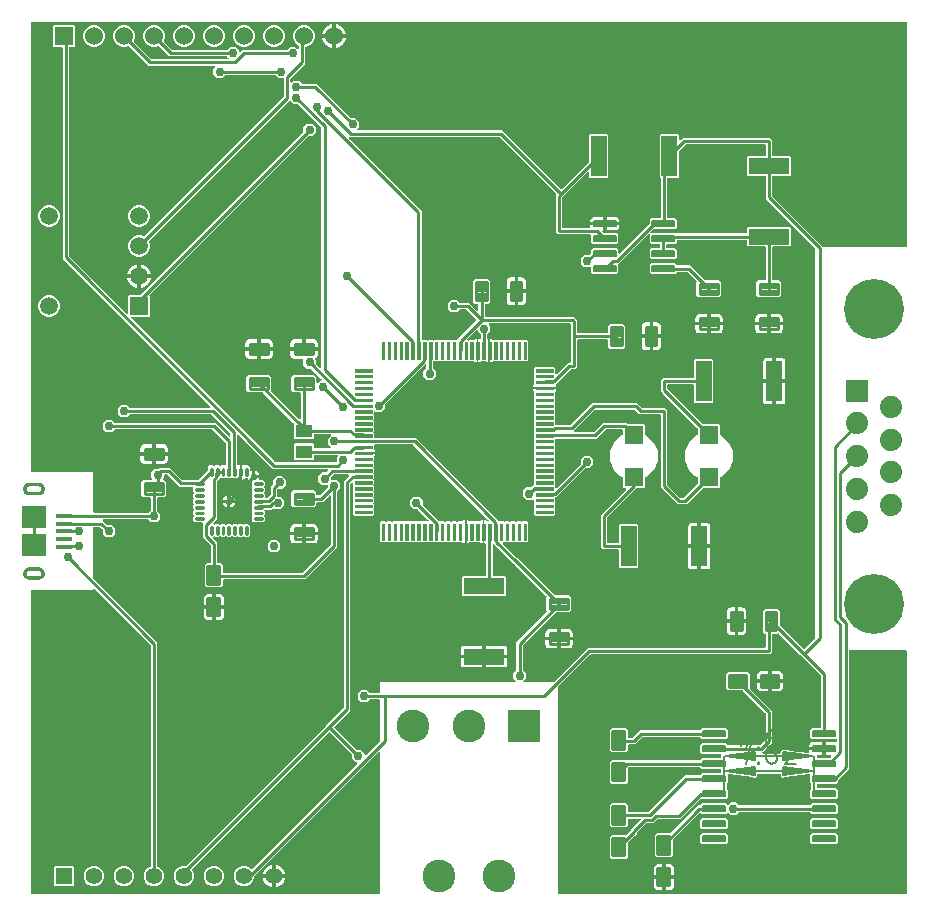
<source format=gbr>
G04 EAGLE Gerber RS-274X export*
G75*
%MOMM*%
%FSLAX34Y34*%
%LPD*%
%INTop Copper*%
%IPPOS*%
%AMOC8*
5,1,8,0,0,1.08239X$1,22.5*%
G01*
%ADD10C,0.130000*%
%ADD11C,0.152400*%
%ADD12C,0.130000*%
%ADD13C,0.290000*%
%ADD14C,0.307500*%
%ADD15R,1.518000X1.518000*%
%ADD16C,1.518000*%
%ADD17R,1.590000X1.500000*%
%ADD18R,1.879600X1.879600*%
%ADD19C,1.879600*%
%ADD20C,5.080000*%
%ADD21R,1.530000X1.530000*%
%ADD22C,1.530000*%
%ADD23R,1.398000X1.398000*%
%ADD24C,1.398000*%
%ADD25R,1.420000X1.100000*%
%ADD26R,1.340000X3.420000*%
%ADD27R,3.420000X1.340000*%
%ADD28R,2.775000X2.775000*%
%ADD29C,2.775000*%
%ADD30C,0.070000*%
%ADD31C,0.147500*%
%ADD32C,0.150000*%
%ADD33R,1.400000X0.400000*%
%ADD34R,2.000000X1.900000*%
%ADD35R,0.100000X0.100000*%
%ADD36C,0.225000*%
%ADD37C,0.250000*%
%ADD38C,0.217500*%
%ADD39C,0.254000*%
%ADD40C,0.756400*%

G36*
X452261Y189754D02*
X452261Y189754D01*
X452352Y189761D01*
X452382Y189773D01*
X452414Y189779D01*
X452495Y189821D01*
X452578Y189857D01*
X452611Y189883D01*
X452631Y189894D01*
X452653Y189917D01*
X452709Y189962D01*
X481442Y218695D01*
X631444Y218695D01*
X631464Y218698D01*
X631483Y218696D01*
X631585Y218718D01*
X631687Y218734D01*
X631704Y218744D01*
X631724Y218748D01*
X631813Y218801D01*
X631904Y218850D01*
X631918Y218864D01*
X631935Y218874D01*
X632002Y218953D01*
X632074Y219028D01*
X632082Y219046D01*
X632095Y219061D01*
X632134Y219157D01*
X632177Y219251D01*
X632179Y219271D01*
X632187Y219289D01*
X632205Y219456D01*
X632205Y229914D01*
X632202Y229934D01*
X632204Y229953D01*
X632182Y230055D01*
X632166Y230157D01*
X632156Y230174D01*
X632152Y230194D01*
X632099Y230283D01*
X632050Y230374D01*
X632036Y230388D01*
X632026Y230405D01*
X631947Y230472D01*
X631872Y230544D01*
X631854Y230552D01*
X631839Y230565D01*
X631743Y230604D01*
X631649Y230647D01*
X631629Y230649D01*
X631611Y230657D01*
X631471Y230672D01*
X629725Y232418D01*
X629725Y250182D01*
X631468Y251925D01*
X642632Y251925D01*
X644375Y250182D01*
X644375Y238243D01*
X644389Y238153D01*
X644397Y238062D01*
X644409Y238032D01*
X644414Y238000D01*
X644457Y237920D01*
X644493Y237836D01*
X644519Y237804D01*
X644530Y237783D01*
X644553Y237761D01*
X644598Y237705D01*
X664062Y218241D01*
X664078Y218229D01*
X664090Y218213D01*
X664178Y218157D01*
X664261Y218097D01*
X664280Y218091D01*
X664297Y218080D01*
X664398Y218055D01*
X664497Y218025D01*
X664516Y218025D01*
X664536Y218020D01*
X664639Y218028D01*
X664742Y218031D01*
X664761Y218038D01*
X664781Y218040D01*
X664876Y218080D01*
X664973Y218116D01*
X664989Y218128D01*
X665007Y218136D01*
X665138Y218241D01*
X673638Y226741D01*
X673691Y226815D01*
X673751Y226884D01*
X673763Y226914D01*
X673782Y226940D01*
X673809Y227027D01*
X673843Y227112D01*
X673847Y227153D01*
X673854Y227175D01*
X673853Y227208D01*
X673861Y227279D01*
X673861Y556946D01*
X673847Y557036D01*
X673839Y557127D01*
X673827Y557157D01*
X673822Y557189D01*
X673779Y557270D01*
X673743Y557353D01*
X673717Y557386D01*
X673706Y557406D01*
X673683Y557428D01*
X673638Y557484D01*
X632205Y598917D01*
X632205Y617814D01*
X632202Y617834D01*
X632204Y617853D01*
X632182Y617955D01*
X632166Y618057D01*
X632156Y618074D01*
X632152Y618094D01*
X632099Y618183D01*
X632050Y618274D01*
X632036Y618288D01*
X632026Y618305D01*
X631947Y618372D01*
X631872Y618444D01*
X631854Y618452D01*
X631839Y618465D01*
X631743Y618504D01*
X631649Y618547D01*
X631629Y618549D01*
X631611Y618557D01*
X631444Y618575D01*
X617268Y618575D01*
X616375Y619468D01*
X616375Y634132D01*
X617268Y635025D01*
X631444Y635025D01*
X631464Y635028D01*
X631483Y635026D01*
X631585Y635048D01*
X631687Y635064D01*
X631704Y635074D01*
X631724Y635078D01*
X631813Y635131D01*
X631904Y635180D01*
X631918Y635194D01*
X631935Y635204D01*
X632002Y635283D01*
X632074Y635358D01*
X632082Y635376D01*
X632095Y635391D01*
X632134Y635487D01*
X632177Y635581D01*
X632179Y635601D01*
X632187Y635619D01*
X632205Y635786D01*
X632205Y644144D01*
X632202Y644164D01*
X632204Y644183D01*
X632182Y644285D01*
X632166Y644387D01*
X632156Y644404D01*
X632152Y644424D01*
X632099Y644513D01*
X632050Y644604D01*
X632036Y644618D01*
X632026Y644635D01*
X631947Y644702D01*
X631872Y644774D01*
X631854Y644782D01*
X631839Y644795D01*
X631743Y644834D01*
X631649Y644877D01*
X631629Y644879D01*
X631611Y644887D01*
X631444Y644905D01*
X564773Y644905D01*
X564683Y644891D01*
X564592Y644883D01*
X564562Y644871D01*
X564530Y644866D01*
X564450Y644823D01*
X564366Y644787D01*
X564334Y644761D01*
X564313Y644750D01*
X564291Y644727D01*
X564235Y644682D01*
X559048Y639495D01*
X558995Y639421D01*
X558994Y639421D01*
X558956Y639381D01*
X558952Y639372D01*
X558935Y639352D01*
X558923Y639322D01*
X558904Y639296D01*
X558880Y639216D01*
X558853Y639158D01*
X558851Y639144D01*
X558843Y639124D01*
X558839Y639083D01*
X558832Y639061D01*
X558833Y639028D01*
X558825Y638957D01*
X558825Y617268D01*
X557932Y616375D01*
X549656Y616375D01*
X549636Y616372D01*
X549617Y616374D01*
X549515Y616352D01*
X549413Y616336D01*
X549396Y616326D01*
X549376Y616322D01*
X549287Y616269D01*
X549196Y616220D01*
X549182Y616206D01*
X549165Y616196D01*
X549098Y616117D01*
X549026Y616042D01*
X549018Y616024D01*
X549005Y616009D01*
X548966Y615913D01*
X548923Y615819D01*
X548921Y615799D01*
X548913Y615781D01*
X548895Y615614D01*
X548895Y583136D01*
X548898Y583116D01*
X548896Y583097D01*
X548918Y582995D01*
X548934Y582893D01*
X548944Y582876D01*
X548948Y582856D01*
X549001Y582767D01*
X549050Y582676D01*
X549064Y582662D01*
X549074Y582645D01*
X549153Y582578D01*
X549228Y582506D01*
X549246Y582498D01*
X549261Y582485D01*
X549357Y582446D01*
X549451Y582403D01*
X549471Y582401D01*
X549489Y582393D01*
X549656Y582375D01*
X555442Y582375D01*
X556775Y581042D01*
X556775Y574658D01*
X555442Y573325D01*
X537505Y573325D01*
X537415Y573311D01*
X537324Y573303D01*
X537294Y573291D01*
X537262Y573286D01*
X537181Y573243D01*
X537098Y573207D01*
X537065Y573181D01*
X537045Y573170D01*
X537023Y573147D01*
X536967Y573102D01*
X534839Y570974D01*
X534797Y570916D01*
X534747Y570864D01*
X534725Y570817D01*
X534695Y570775D01*
X534674Y570706D01*
X534644Y570641D01*
X534638Y570589D01*
X534623Y570539D01*
X534625Y570468D01*
X534617Y570397D01*
X534628Y570346D01*
X534629Y570294D01*
X534654Y570226D01*
X534669Y570156D01*
X534696Y570112D01*
X534714Y570063D01*
X534758Y570007D01*
X534795Y569945D01*
X534835Y569911D01*
X534867Y569871D01*
X534928Y569832D01*
X534982Y569785D01*
X535030Y569766D01*
X535074Y569738D01*
X535144Y569720D01*
X535210Y569693D01*
X535282Y569685D01*
X535313Y569677D01*
X535336Y569679D01*
X535377Y569675D01*
X545657Y569675D01*
X545747Y569689D01*
X545838Y569697D01*
X545868Y569709D01*
X545900Y569714D01*
X545980Y569757D01*
X546064Y569793D01*
X546067Y569795D01*
X615614Y569795D01*
X615634Y569798D01*
X615653Y569796D01*
X615755Y569818D01*
X615857Y569834D01*
X615874Y569844D01*
X615894Y569848D01*
X615983Y569901D01*
X616074Y569950D01*
X616088Y569964D01*
X616105Y569974D01*
X616172Y570053D01*
X616244Y570128D01*
X616252Y570146D01*
X616265Y570161D01*
X616304Y570257D01*
X616347Y570351D01*
X616349Y570371D01*
X616357Y570389D01*
X616375Y570556D01*
X616375Y574332D01*
X617268Y575225D01*
X652732Y575225D01*
X653625Y574332D01*
X653625Y559668D01*
X652732Y558775D01*
X638556Y558775D01*
X638536Y558772D01*
X638517Y558774D01*
X638415Y558752D01*
X638313Y558736D01*
X638296Y558726D01*
X638276Y558722D01*
X638187Y558669D01*
X638096Y558620D01*
X638082Y558606D01*
X638065Y558596D01*
X637998Y558517D01*
X637926Y558442D01*
X637918Y558424D01*
X637905Y558409D01*
X637866Y558313D01*
X637823Y558219D01*
X637821Y558199D01*
X637813Y558181D01*
X637795Y558014D01*
X637795Y530836D01*
X637797Y530824D01*
X637796Y530816D01*
X637797Y530810D01*
X637796Y530797D01*
X637818Y530695D01*
X637834Y530593D01*
X637844Y530576D01*
X637848Y530556D01*
X637901Y530467D01*
X637950Y530376D01*
X637964Y530362D01*
X637974Y530345D01*
X638053Y530278D01*
X638128Y530206D01*
X638146Y530198D01*
X638161Y530185D01*
X638257Y530146D01*
X638351Y530103D01*
X638371Y530101D01*
X638389Y530093D01*
X638556Y530075D01*
X643882Y530075D01*
X645625Y528332D01*
X645625Y517168D01*
X643882Y515425D01*
X626118Y515425D01*
X624375Y517168D01*
X624375Y528332D01*
X626118Y530075D01*
X631444Y530075D01*
X631464Y530078D01*
X631483Y530076D01*
X631585Y530098D01*
X631687Y530114D01*
X631704Y530124D01*
X631724Y530128D01*
X631813Y530181D01*
X631904Y530230D01*
X631918Y530244D01*
X631935Y530254D01*
X632002Y530333D01*
X632074Y530408D01*
X632082Y530426D01*
X632095Y530441D01*
X632134Y530537D01*
X632177Y530631D01*
X632179Y530651D01*
X632187Y530669D01*
X632205Y530836D01*
X632205Y558014D01*
X632202Y558034D01*
X632204Y558053D01*
X632182Y558155D01*
X632166Y558257D01*
X632156Y558274D01*
X632152Y558294D01*
X632099Y558383D01*
X632050Y558474D01*
X632036Y558488D01*
X632026Y558505D01*
X631947Y558572D01*
X631872Y558644D01*
X631854Y558652D01*
X631839Y558665D01*
X631743Y558704D01*
X631649Y558747D01*
X631629Y558749D01*
X631611Y558757D01*
X631444Y558775D01*
X617268Y558775D01*
X616375Y559668D01*
X616375Y563444D01*
X616372Y563464D01*
X616374Y563483D01*
X616352Y563585D01*
X616336Y563687D01*
X616326Y563704D01*
X616322Y563724D01*
X616269Y563813D01*
X616220Y563904D01*
X616206Y563918D01*
X616196Y563935D01*
X616117Y564002D01*
X616042Y564074D01*
X616024Y564082D01*
X616009Y564095D01*
X615913Y564134D01*
X615819Y564177D01*
X615799Y564179D01*
X615781Y564187D01*
X615614Y564205D01*
X557536Y564205D01*
X557516Y564202D01*
X557497Y564204D01*
X557395Y564182D01*
X557293Y564166D01*
X557276Y564156D01*
X557256Y564152D01*
X557167Y564099D01*
X557076Y564050D01*
X557062Y564036D01*
X557045Y564026D01*
X556978Y563947D01*
X556906Y563872D01*
X556898Y563854D01*
X556885Y563839D01*
X556846Y563743D01*
X556803Y563649D01*
X556801Y563629D01*
X556793Y563611D01*
X556775Y563444D01*
X556775Y561958D01*
X555442Y560625D01*
X548956Y560625D01*
X548936Y560622D01*
X548917Y560624D01*
X548815Y560602D01*
X548713Y560586D01*
X548696Y560576D01*
X548676Y560572D01*
X548587Y560519D01*
X548496Y560470D01*
X548482Y560456D01*
X548465Y560446D01*
X548398Y560367D01*
X548326Y560292D01*
X548318Y560274D01*
X548305Y560259D01*
X548266Y560163D01*
X548223Y560069D01*
X548221Y560049D01*
X548213Y560031D01*
X548195Y559864D01*
X548195Y557736D01*
X548198Y557716D01*
X548196Y557697D01*
X548218Y557595D01*
X548234Y557493D01*
X548244Y557476D01*
X548248Y557456D01*
X548301Y557367D01*
X548350Y557276D01*
X548364Y557262D01*
X548374Y557245D01*
X548453Y557178D01*
X548528Y557106D01*
X548546Y557098D01*
X548561Y557085D01*
X548657Y557046D01*
X548751Y557003D01*
X548771Y557001D01*
X548789Y556993D01*
X548956Y556975D01*
X555442Y556975D01*
X556775Y555642D01*
X556775Y549258D01*
X555442Y547925D01*
X535358Y547925D01*
X534025Y549258D01*
X534025Y555642D01*
X535358Y556975D01*
X541844Y556975D01*
X541864Y556978D01*
X541883Y556976D01*
X541985Y556998D01*
X542087Y557014D01*
X542104Y557024D01*
X542124Y557028D01*
X542213Y557081D01*
X542304Y557130D01*
X542318Y557144D01*
X542335Y557154D01*
X542402Y557233D01*
X542474Y557308D01*
X542482Y557326D01*
X542495Y557341D01*
X542534Y557437D01*
X542577Y557531D01*
X542579Y557551D01*
X542587Y557569D01*
X542605Y557736D01*
X542605Y559864D01*
X542602Y559884D01*
X542604Y559903D01*
X542582Y560005D01*
X542566Y560107D01*
X542556Y560124D01*
X542552Y560144D01*
X542499Y560233D01*
X542450Y560324D01*
X542436Y560338D01*
X542426Y560355D01*
X542347Y560422D01*
X542272Y560494D01*
X542254Y560502D01*
X542239Y560515D01*
X542143Y560554D01*
X542049Y560597D01*
X542029Y560599D01*
X542011Y560607D01*
X541844Y560625D01*
X535358Y560625D01*
X534025Y561958D01*
X534025Y568323D01*
X534014Y568394D01*
X534012Y568466D01*
X533994Y568515D01*
X533986Y568566D01*
X533952Y568629D01*
X533927Y568697D01*
X533895Y568737D01*
X533870Y568783D01*
X533818Y568833D01*
X533774Y568889D01*
X533730Y568917D01*
X533692Y568953D01*
X533627Y568983D01*
X533567Y569022D01*
X533516Y569034D01*
X533469Y569056D01*
X533398Y569064D01*
X533328Y569082D01*
X533276Y569078D01*
X533225Y569083D01*
X533154Y569068D01*
X533083Y569063D01*
X533035Y569042D01*
X532984Y569031D01*
X532923Y568994D01*
X532857Y568966D01*
X532801Y568921D01*
X532773Y568905D01*
X532758Y568887D01*
X532726Y568861D01*
X507598Y543733D01*
X507545Y543659D01*
X507485Y543590D01*
X507473Y543560D01*
X507454Y543534D01*
X507427Y543447D01*
X507393Y543362D01*
X507389Y543321D01*
X507382Y543299D01*
X507383Y543266D01*
X507375Y543195D01*
X507375Y536558D01*
X506042Y535225D01*
X485958Y535225D01*
X484625Y536558D01*
X484625Y540370D01*
X484614Y540441D01*
X484612Y540513D01*
X484594Y540562D01*
X484586Y540613D01*
X484552Y540676D01*
X484527Y540744D01*
X484495Y540784D01*
X484470Y540830D01*
X484419Y540880D01*
X484374Y540936D01*
X484330Y540964D01*
X484292Y541000D01*
X484227Y541030D01*
X484167Y541069D01*
X484116Y541081D01*
X484069Y541103D01*
X483998Y541111D01*
X483928Y541129D01*
X483876Y541125D01*
X483825Y541130D01*
X483754Y541115D01*
X483683Y541110D01*
X483635Y541089D01*
X483584Y541078D01*
X483523Y541041D01*
X483457Y541013D01*
X483401Y540968D01*
X483373Y540952D01*
X483358Y540934D01*
X483326Y540908D01*
X483211Y540793D01*
X478814Y540793D01*
X475706Y543902D01*
X475706Y548298D01*
X478814Y551407D01*
X482052Y551407D01*
X482142Y551421D01*
X482233Y551429D01*
X482262Y551441D01*
X482294Y551446D01*
X482375Y551489D01*
X482459Y551525D01*
X482491Y551551D01*
X482512Y551562D01*
X482514Y551564D01*
X482534Y551585D01*
X482590Y551630D01*
X484402Y553442D01*
X484455Y553516D01*
X484515Y553586D01*
X484527Y553616D01*
X484546Y553642D01*
X484573Y553729D01*
X484607Y553814D01*
X484611Y553855D01*
X484618Y553877D01*
X484617Y553909D01*
X484625Y553980D01*
X484625Y555642D01*
X485958Y556975D01*
X506042Y556975D01*
X507375Y555642D01*
X507375Y553253D01*
X507386Y553182D01*
X507388Y553110D01*
X507406Y553061D01*
X507414Y553010D01*
X507448Y552947D01*
X507473Y552879D01*
X507505Y552839D01*
X507530Y552793D01*
X507581Y552743D01*
X507626Y552687D01*
X507670Y552659D01*
X507708Y552623D01*
X507773Y552593D01*
X507833Y552554D01*
X507884Y552542D01*
X507931Y552520D01*
X508002Y552512D01*
X508072Y552494D01*
X508124Y552498D01*
X508175Y552493D01*
X508246Y552508D01*
X508317Y552513D01*
X508365Y552534D01*
X508416Y552545D01*
X508477Y552582D01*
X508543Y552610D01*
X508599Y552655D01*
X508627Y552671D01*
X508642Y552689D01*
X508674Y552715D01*
X533802Y577843D01*
X533855Y577917D01*
X533915Y577986D01*
X533927Y578016D01*
X533946Y578042D01*
X533973Y578129D01*
X534007Y578214D01*
X534011Y578255D01*
X534018Y578277D01*
X534017Y578310D01*
X534025Y578381D01*
X534025Y581042D01*
X535358Y582375D01*
X542544Y582375D01*
X542564Y582378D01*
X542583Y582376D01*
X542685Y582398D01*
X542787Y582414D01*
X542804Y582424D01*
X542824Y582428D01*
X542913Y582481D01*
X543004Y582530D01*
X543018Y582544D01*
X543035Y582554D01*
X543102Y582633D01*
X543174Y582708D01*
X543182Y582726D01*
X543195Y582741D01*
X543234Y582837D01*
X543277Y582931D01*
X543279Y582951D01*
X543287Y582969D01*
X543305Y583136D01*
X543305Y616023D01*
X543291Y616113D01*
X543283Y616204D01*
X543271Y616234D01*
X543266Y616266D01*
X543223Y616347D01*
X543187Y616430D01*
X543161Y616463D01*
X543150Y616483D01*
X543127Y616505D01*
X543082Y616561D01*
X542375Y617268D01*
X542375Y652732D01*
X543268Y653625D01*
X557932Y653625D01*
X558825Y652732D01*
X558825Y649015D01*
X558836Y648944D01*
X558838Y648872D01*
X558856Y648824D01*
X558864Y648772D01*
X558898Y648709D01*
X558923Y648641D01*
X558955Y648601D01*
X558980Y648555D01*
X559032Y648505D01*
X559076Y648449D01*
X559120Y648421D01*
X559158Y648385D01*
X559223Y648355D01*
X559283Y648316D01*
X559334Y648304D01*
X559381Y648282D01*
X559452Y648274D01*
X559522Y648256D01*
X559574Y648260D01*
X559625Y648255D01*
X559696Y648270D01*
X559767Y648275D01*
X559815Y648296D01*
X559866Y648307D01*
X559927Y648344D01*
X559993Y648372D01*
X560049Y648417D01*
X560077Y648433D01*
X560092Y648451D01*
X560124Y648477D01*
X560282Y648635D01*
X562142Y650495D01*
X636158Y650495D01*
X637795Y648858D01*
X637795Y635786D01*
X637798Y635766D01*
X637796Y635747D01*
X637818Y635645D01*
X637834Y635543D01*
X637844Y635526D01*
X637848Y635506D01*
X637901Y635417D01*
X637950Y635326D01*
X637964Y635312D01*
X637974Y635295D01*
X638053Y635228D01*
X638128Y635156D01*
X638146Y635148D01*
X638161Y635135D01*
X638257Y635096D01*
X638351Y635053D01*
X638371Y635051D01*
X638389Y635043D01*
X638556Y635025D01*
X652732Y635025D01*
X653625Y634132D01*
X653625Y619468D01*
X652732Y618575D01*
X638556Y618575D01*
X638536Y618572D01*
X638517Y618574D01*
X638415Y618552D01*
X638313Y618536D01*
X638296Y618526D01*
X638276Y618522D01*
X638187Y618469D01*
X638096Y618420D01*
X638082Y618406D01*
X638065Y618396D01*
X637998Y618317D01*
X637926Y618242D01*
X637918Y618224D01*
X637905Y618209D01*
X637866Y618113D01*
X637823Y618019D01*
X637821Y617999D01*
X637813Y617981D01*
X637795Y617814D01*
X637795Y601548D01*
X637809Y601458D01*
X637817Y601367D01*
X637829Y601337D01*
X637834Y601305D01*
X637877Y601225D01*
X637913Y601141D01*
X637939Y601109D01*
X637950Y601088D01*
X637973Y601066D01*
X638018Y601010D01*
X680766Y558262D01*
X680840Y558209D01*
X680909Y558149D01*
X680939Y558137D01*
X680965Y558118D01*
X681052Y558091D01*
X681137Y558057D01*
X681178Y558053D01*
X681200Y558046D01*
X681233Y558047D01*
X681304Y558039D01*
X750878Y558039D01*
X750898Y558042D01*
X750917Y558040D01*
X751019Y558062D01*
X751121Y558079D01*
X751138Y558088D01*
X751158Y558092D01*
X751247Y558145D01*
X751338Y558194D01*
X751352Y558208D01*
X751369Y558218D01*
X751436Y558297D01*
X751508Y558372D01*
X751516Y558390D01*
X751529Y558405D01*
X751568Y558501D01*
X751611Y558595D01*
X751613Y558615D01*
X751621Y558633D01*
X751639Y558800D01*
X751639Y747778D01*
X751636Y747798D01*
X751638Y747817D01*
X751616Y747919D01*
X751600Y748021D01*
X751590Y748038D01*
X751586Y748058D01*
X751533Y748147D01*
X751484Y748238D01*
X751470Y748252D01*
X751460Y748269D01*
X751381Y748336D01*
X751306Y748408D01*
X751288Y748416D01*
X751273Y748429D01*
X751177Y748468D01*
X751083Y748511D01*
X751063Y748513D01*
X751045Y748521D01*
X750878Y748539D01*
X10922Y748539D01*
X10902Y748536D01*
X10883Y748538D01*
X10781Y748516D01*
X10679Y748500D01*
X10662Y748490D01*
X10642Y748486D01*
X10553Y748433D01*
X10462Y748384D01*
X10448Y748370D01*
X10431Y748360D01*
X10364Y748281D01*
X10292Y748206D01*
X10284Y748188D01*
X10271Y748173D01*
X10232Y748077D01*
X10189Y747983D01*
X10187Y747963D01*
X10179Y747945D01*
X10161Y747778D01*
X10161Y368300D01*
X10164Y368280D01*
X10162Y368261D01*
X10184Y368159D01*
X10200Y368057D01*
X10210Y368040D01*
X10214Y368020D01*
X10267Y367931D01*
X10316Y367840D01*
X10330Y367826D01*
X10340Y367809D01*
X10419Y367742D01*
X10494Y367671D01*
X10512Y367662D01*
X10527Y367649D01*
X10623Y367610D01*
X10717Y367567D01*
X10737Y367565D01*
X10755Y367557D01*
X10922Y367539D01*
X62739Y367539D01*
X62739Y334056D01*
X62742Y334036D01*
X62740Y334017D01*
X62762Y333915D01*
X62779Y333813D01*
X62788Y333796D01*
X62792Y333776D01*
X62845Y333687D01*
X62894Y333596D01*
X62908Y333582D01*
X62918Y333565D01*
X62997Y333498D01*
X63072Y333426D01*
X63090Y333418D01*
X63105Y333405D01*
X63201Y333366D01*
X63295Y333323D01*
X63315Y333321D01*
X63333Y333313D01*
X63500Y333295D01*
X109575Y333295D01*
X109665Y333309D01*
X109756Y333317D01*
X109785Y333329D01*
X109817Y333334D01*
X109898Y333377D01*
X109982Y333413D01*
X110014Y333439D01*
X110035Y333450D01*
X110057Y333473D01*
X110113Y333518D01*
X111282Y334687D01*
X111326Y334748D01*
X111363Y334786D01*
X111369Y334800D01*
X111395Y334831D01*
X111407Y334861D01*
X111426Y334887D01*
X111453Y334974D01*
X111487Y335059D01*
X111491Y335100D01*
X111498Y335122D01*
X111497Y335154D01*
X111505Y335225D01*
X111505Y345464D01*
X111502Y345484D01*
X111504Y345503D01*
X111482Y345605D01*
X111466Y345707D01*
X111456Y345724D01*
X111452Y345744D01*
X111399Y345833D01*
X111350Y345924D01*
X111336Y345938D01*
X111326Y345955D01*
X111247Y346022D01*
X111172Y346094D01*
X111154Y346102D01*
X111139Y346115D01*
X111043Y346154D01*
X110949Y346197D01*
X110929Y346199D01*
X110911Y346207D01*
X110744Y346225D01*
X105418Y346225D01*
X103675Y347968D01*
X103675Y359132D01*
X105418Y360875D01*
X112383Y360875D01*
X112453Y360886D01*
X112525Y360888D01*
X112574Y360906D01*
X112625Y360914D01*
X112689Y360948D01*
X112756Y360973D01*
X112797Y361005D01*
X112843Y361030D01*
X112892Y361082D01*
X112948Y361126D01*
X112976Y361170D01*
X113012Y361208D01*
X113042Y361273D01*
X113081Y361333D01*
X113094Y361384D01*
X113116Y361431D01*
X113124Y361502D01*
X113141Y361572D01*
X113137Y361624D01*
X113143Y361675D01*
X113128Y361746D01*
X113122Y361817D01*
X113102Y361865D01*
X113091Y361916D01*
X113054Y361977D01*
X113026Y362043D01*
X112981Y362099D01*
X112964Y362127D01*
X112947Y362142D01*
X112921Y362174D01*
X112168Y362927D01*
X112168Y367323D01*
X115277Y370432D01*
X118514Y370432D01*
X118604Y370446D01*
X118695Y370454D01*
X118725Y370466D01*
X118757Y370471D01*
X118837Y370514D01*
X118921Y370550D01*
X118953Y370576D01*
X118974Y370587D01*
X118996Y370610D01*
X119052Y370655D01*
X119492Y371095D01*
X128158Y371095D01*
X138335Y360918D01*
X138409Y360865D01*
X138478Y360805D01*
X138508Y360793D01*
X138534Y360774D01*
X138621Y360747D01*
X138706Y360713D01*
X138747Y360709D01*
X138769Y360702D01*
X138802Y360703D01*
X138873Y360695D01*
X148532Y360695D01*
X148622Y360709D01*
X148713Y360717D01*
X148743Y360729D01*
X148775Y360734D01*
X148856Y360777D01*
X148939Y360813D01*
X148972Y360839D01*
X148992Y360850D01*
X149014Y360873D01*
X149070Y360918D01*
X149077Y360925D01*
X151807Y360925D01*
X151897Y360939D01*
X151988Y360947D01*
X152018Y360959D01*
X152050Y360964D01*
X152131Y361007D01*
X152214Y361043D01*
X152247Y361069D01*
X152267Y361080D01*
X152289Y361103D01*
X152345Y361148D01*
X159552Y368355D01*
X159605Y368429D01*
X159665Y368498D01*
X159677Y368528D01*
X159696Y368554D01*
X159723Y368641D01*
X159757Y368726D01*
X159761Y368767D01*
X159768Y368789D01*
X159767Y368822D01*
X159775Y368893D01*
X159775Y371623D01*
X161327Y373175D01*
X164273Y373175D01*
X164762Y372686D01*
X164778Y372674D01*
X164790Y372658D01*
X164878Y372602D01*
X164961Y372542D01*
X164980Y372536D01*
X164997Y372525D01*
X165098Y372500D01*
X165197Y372470D01*
X165216Y372470D01*
X165236Y372465D01*
X165339Y372473D01*
X165442Y372476D01*
X165461Y372483D01*
X165481Y372484D01*
X165576Y372525D01*
X165673Y372560D01*
X165689Y372573D01*
X165707Y372581D01*
X165838Y372686D01*
X166327Y373175D01*
X169273Y373175D01*
X169762Y372686D01*
X169778Y372674D01*
X169790Y372658D01*
X169878Y372602D01*
X169961Y372542D01*
X169980Y372536D01*
X169997Y372525D01*
X170098Y372500D01*
X170197Y372470D01*
X170216Y372470D01*
X170236Y372465D01*
X170339Y372473D01*
X170442Y372476D01*
X170461Y372483D01*
X170481Y372484D01*
X170576Y372525D01*
X170673Y372560D01*
X170689Y372573D01*
X170707Y372581D01*
X170838Y372686D01*
X171327Y373175D01*
X174244Y373175D01*
X174264Y373178D01*
X174283Y373176D01*
X174385Y373198D01*
X174487Y373214D01*
X174504Y373224D01*
X174524Y373228D01*
X174613Y373281D01*
X174704Y373330D01*
X174718Y373344D01*
X174735Y373354D01*
X174802Y373433D01*
X174874Y373508D01*
X174882Y373526D01*
X174895Y373541D01*
X174934Y373637D01*
X174977Y373731D01*
X174979Y373751D01*
X174987Y373769D01*
X175005Y373936D01*
X175005Y392227D01*
X174991Y392317D01*
X174983Y392408D01*
X174971Y392438D01*
X174966Y392470D01*
X174923Y392550D01*
X174887Y392634D01*
X174861Y392666D01*
X174850Y392687D01*
X174827Y392709D01*
X174782Y392765D01*
X164165Y403382D01*
X164091Y403435D01*
X164022Y403495D01*
X163992Y403507D01*
X163966Y403526D01*
X163879Y403553D01*
X163794Y403587D01*
X163753Y403591D01*
X163731Y403598D01*
X163698Y403597D01*
X163627Y403605D01*
X81225Y403605D01*
X81135Y403591D01*
X81044Y403583D01*
X81015Y403571D01*
X80983Y403566D01*
X80902Y403523D01*
X80818Y403487D01*
X80786Y403461D01*
X80765Y403450D01*
X80743Y403427D01*
X80687Y403382D01*
X78398Y401093D01*
X74002Y401093D01*
X70893Y404202D01*
X70893Y408598D01*
X74002Y411707D01*
X78398Y411707D01*
X80687Y409418D01*
X80761Y409365D01*
X80831Y409305D01*
X80861Y409293D01*
X80887Y409274D01*
X80974Y409247D01*
X81059Y409213D01*
X81100Y409209D01*
X81122Y409202D01*
X81154Y409203D01*
X81225Y409195D01*
X166258Y409195D01*
X177770Y397683D01*
X177828Y397641D01*
X177880Y397591D01*
X177927Y397569D01*
X177969Y397539D01*
X178038Y397518D01*
X178103Y397488D01*
X178155Y397482D01*
X178205Y397467D01*
X178276Y397469D01*
X178347Y397461D01*
X178398Y397472D01*
X178450Y397473D01*
X178518Y397498D01*
X178588Y397513D01*
X178633Y397540D01*
X178681Y397558D01*
X178737Y397602D01*
X178799Y397639D01*
X178833Y397679D01*
X178873Y397711D01*
X178912Y397772D01*
X178959Y397826D01*
X178978Y397874D01*
X179006Y397918D01*
X179024Y397988D01*
X179051Y398054D01*
X179059Y398126D01*
X179067Y398157D01*
X179065Y398180D01*
X179069Y398221D01*
X179069Y399878D01*
X179055Y399968D01*
X179047Y400059D01*
X179035Y400089D01*
X179030Y400121D01*
X178987Y400202D01*
X178951Y400285D01*
X178925Y400318D01*
X178914Y400338D01*
X178891Y400360D01*
X178846Y400416D01*
X163180Y416082D01*
X163107Y416135D01*
X163037Y416195D01*
X163007Y416207D01*
X162981Y416226D01*
X162894Y416253D01*
X162809Y416287D01*
X162768Y416291D01*
X162746Y416298D01*
X162713Y416297D01*
X162642Y416305D01*
X93925Y416305D01*
X93835Y416291D01*
X93744Y416283D01*
X93715Y416271D01*
X93683Y416266D01*
X93602Y416223D01*
X93518Y416187D01*
X93486Y416161D01*
X93465Y416150D01*
X93443Y416127D01*
X93387Y416082D01*
X91098Y413793D01*
X86702Y413793D01*
X83593Y416902D01*
X83593Y421298D01*
X86702Y424407D01*
X91098Y424407D01*
X93387Y422118D01*
X93461Y422065D01*
X93531Y422005D01*
X93561Y421993D01*
X93587Y421974D01*
X93674Y421947D01*
X93759Y421913D01*
X93800Y421909D01*
X93822Y421902D01*
X93854Y421903D01*
X93925Y421895D01*
X161278Y421895D01*
X161348Y421906D01*
X161420Y421908D01*
X161469Y421926D01*
X161520Y421934D01*
X161584Y421968D01*
X161651Y421993D01*
X161692Y422025D01*
X161738Y422050D01*
X161787Y422102D01*
X161843Y422146D01*
X161871Y422190D01*
X161907Y422228D01*
X161937Y422293D01*
X161976Y422353D01*
X161989Y422404D01*
X162011Y422451D01*
X162019Y422522D01*
X162036Y422592D01*
X162032Y422644D01*
X162038Y422695D01*
X162023Y422766D01*
X162017Y422837D01*
X161997Y422885D01*
X161986Y422936D01*
X161949Y422997D01*
X161921Y423063D01*
X161876Y423119D01*
X161859Y423147D01*
X161842Y423162D01*
X161816Y423194D01*
X38753Y546257D01*
X36893Y548117D01*
X36893Y726664D01*
X36890Y726684D01*
X36892Y726703D01*
X36870Y726805D01*
X36853Y726907D01*
X36844Y726924D01*
X36839Y726944D01*
X36786Y727033D01*
X36738Y727124D01*
X36724Y727138D01*
X36713Y727155D01*
X36635Y727222D01*
X36560Y727294D01*
X36542Y727302D01*
X36526Y727315D01*
X36430Y727354D01*
X36337Y727397D01*
X36317Y727399D01*
X36298Y727407D01*
X36132Y727425D01*
X29818Y727425D01*
X28925Y728318D01*
X28925Y744882D01*
X29818Y745775D01*
X46382Y745775D01*
X47275Y744882D01*
X47275Y728318D01*
X46382Y727425D01*
X43243Y727425D01*
X43224Y727422D01*
X43204Y727424D01*
X43103Y727402D01*
X43001Y727386D01*
X42983Y727376D01*
X42964Y727372D01*
X42875Y727319D01*
X42783Y727270D01*
X42770Y727256D01*
X42753Y727246D01*
X42685Y727167D01*
X42614Y727092D01*
X42606Y727074D01*
X42593Y727059D01*
X42554Y726963D01*
X42510Y726869D01*
X42508Y726849D01*
X42501Y726831D01*
X42482Y726664D01*
X42482Y550748D01*
X42497Y550658D01*
X42504Y550567D01*
X42517Y550537D01*
X42522Y550505D01*
X42565Y550425D01*
X42600Y550341D01*
X42626Y550309D01*
X42637Y550288D01*
X42660Y550266D01*
X42705Y550210D01*
X91186Y501729D01*
X91244Y501687D01*
X91296Y501638D01*
X91343Y501616D01*
X91385Y501586D01*
X91454Y501565D01*
X91519Y501534D01*
X91571Y501529D01*
X91621Y501513D01*
X91692Y501515D01*
X91763Y501507D01*
X91814Y501518D01*
X91866Y501520D01*
X91934Y501544D01*
X92004Y501559D01*
X92049Y501586D01*
X92097Y501604D01*
X92153Y501649D01*
X92215Y501686D01*
X92249Y501725D01*
X92289Y501758D01*
X92328Y501818D01*
X92375Y501873D01*
X92394Y501921D01*
X92422Y501965D01*
X92440Y502034D01*
X92467Y502101D01*
X92475Y502172D01*
X92483Y502203D01*
X92481Y502226D01*
X92485Y502267D01*
X92485Y516222D01*
X93378Y517115D01*
X101685Y517115D01*
X101775Y517129D01*
X101866Y517137D01*
X101895Y517149D01*
X101927Y517154D01*
X102008Y517197D01*
X102092Y517233D01*
X102124Y517259D01*
X102145Y517270D01*
X102167Y517293D01*
X102223Y517338D01*
X240533Y655648D01*
X240586Y655722D01*
X240645Y655791D01*
X240658Y655821D01*
X240676Y655847D01*
X240703Y655934D01*
X240737Y656019D01*
X240742Y656060D01*
X240749Y656082D01*
X240748Y656115D01*
X240756Y656186D01*
X240756Y659423D01*
X243864Y662532D01*
X248261Y662532D01*
X251369Y659423D01*
X251369Y655027D01*
X248261Y651918D01*
X245023Y651918D01*
X244933Y651904D01*
X244842Y651896D01*
X244813Y651884D01*
X244781Y651879D01*
X244700Y651836D01*
X244616Y651800D01*
X244584Y651774D01*
X244563Y651763D01*
X244542Y651741D01*
X244540Y651740D01*
X244536Y651736D01*
X244485Y651695D01*
X110401Y517611D01*
X110390Y517595D01*
X110374Y517583D01*
X110318Y517496D01*
X110258Y517412D01*
X110252Y517393D01*
X110241Y517376D01*
X110216Y517276D01*
X110185Y517177D01*
X110186Y517157D01*
X110181Y517137D01*
X110189Y517034D01*
X110192Y516931D01*
X110199Y516912D01*
X110200Y516892D01*
X110241Y516797D01*
X110276Y516700D01*
X110289Y516684D01*
X110297Y516666D01*
X110401Y516535D01*
X110715Y516222D01*
X110715Y499778D01*
X109822Y498885D01*
X95867Y498885D01*
X95797Y498874D01*
X95725Y498872D01*
X95676Y498854D01*
X95625Y498846D01*
X95561Y498812D01*
X95494Y498787D01*
X95453Y498755D01*
X95407Y498730D01*
X95358Y498678D01*
X95302Y498634D01*
X95274Y498590D01*
X95238Y498552D01*
X95208Y498487D01*
X95169Y498427D01*
X95156Y498376D01*
X95134Y498329D01*
X95126Y498258D01*
X95109Y498188D01*
X95113Y498136D01*
X95107Y498085D01*
X95122Y498014D01*
X95128Y497943D01*
X95148Y497895D01*
X95159Y497844D01*
X95196Y497783D01*
X95224Y497717D01*
X95269Y497661D01*
X95286Y497633D01*
X95287Y497632D01*
X95288Y497631D01*
X95304Y497617D01*
X95329Y497586D01*
X216835Y376080D01*
X216909Y376027D01*
X216978Y375968D01*
X217008Y375955D01*
X217034Y375937D01*
X217121Y375910D01*
X217206Y375876D01*
X217247Y375871D01*
X217269Y375864D01*
X217302Y375865D01*
X217373Y375857D01*
X268402Y375857D01*
X268492Y375872D01*
X268583Y375879D01*
X268613Y375892D01*
X268645Y375897D01*
X268725Y375940D01*
X268809Y375975D01*
X268842Y376001D01*
X268862Y376012D01*
X268884Y376035D01*
X268940Y376080D01*
X269108Y376248D01*
X269161Y376322D01*
X269220Y376391D01*
X269232Y376421D01*
X269251Y376447D01*
X269278Y376534D01*
X269312Y376619D01*
X269317Y376660D01*
X269324Y376682D01*
X269323Y376715D01*
X269331Y376786D01*
X269331Y380023D01*
X270063Y380756D01*
X270105Y380814D01*
X270155Y380866D01*
X270177Y380913D01*
X270207Y380955D01*
X270228Y381024D01*
X270258Y381089D01*
X270264Y381141D01*
X270279Y381191D01*
X270277Y381262D01*
X270285Y381333D01*
X270274Y381384D01*
X270273Y381436D01*
X270248Y381504D01*
X270233Y381574D01*
X270206Y381619D01*
X270188Y381667D01*
X270144Y381723D01*
X270107Y381785D01*
X270067Y381819D01*
X270035Y381859D01*
X269974Y381898D01*
X269920Y381945D01*
X269872Y381964D01*
X269828Y381992D01*
X269758Y382010D01*
X269692Y382037D01*
X269621Y382045D01*
X269589Y382053D01*
X269566Y382051D01*
X269525Y382055D01*
X250686Y382055D01*
X250666Y382052D01*
X250647Y382054D01*
X250545Y382032D01*
X250443Y382016D01*
X250426Y382006D01*
X250406Y382002D01*
X250317Y381949D01*
X250226Y381900D01*
X250212Y381886D01*
X250195Y381876D01*
X250128Y381797D01*
X250056Y381722D01*
X250048Y381704D01*
X250035Y381689D01*
X249996Y381593D01*
X249953Y381499D01*
X249951Y381479D01*
X249943Y381461D01*
X249925Y381294D01*
X249925Y378718D01*
X249032Y377825D01*
X233568Y377825D01*
X232675Y378718D01*
X232675Y390982D01*
X233568Y391875D01*
X249032Y391875D01*
X249925Y390982D01*
X249925Y388406D01*
X249928Y388386D01*
X249926Y388367D01*
X249948Y388265D01*
X249964Y388163D01*
X249974Y388146D01*
X249978Y388126D01*
X250031Y388037D01*
X250080Y387946D01*
X250094Y387932D01*
X250104Y387915D01*
X250183Y387848D01*
X250258Y387776D01*
X250276Y387768D01*
X250291Y387755D01*
X250387Y387716D01*
X250481Y387673D01*
X250501Y387671D01*
X250519Y387663D01*
X250686Y387645D01*
X263413Y387645D01*
X263483Y387656D01*
X263555Y387658D01*
X263604Y387676D01*
X263655Y387684D01*
X263719Y387718D01*
X263786Y387743D01*
X263827Y387775D01*
X263873Y387800D01*
X263922Y387852D01*
X263978Y387896D01*
X264006Y387940D01*
X264042Y387978D01*
X264072Y388043D01*
X264111Y388103D01*
X264124Y388154D01*
X264146Y388201D01*
X264154Y388272D01*
X264171Y388342D01*
X264167Y388394D01*
X264173Y388445D01*
X264158Y388516D01*
X264152Y388587D01*
X264132Y388635D01*
X264121Y388686D01*
X264084Y388747D01*
X264056Y388813D01*
X264011Y388869D01*
X263994Y388897D01*
X263977Y388912D01*
X263951Y388944D01*
X261393Y391502D01*
X261393Y395898D01*
X263951Y398456D01*
X263993Y398514D01*
X264042Y398566D01*
X264064Y398613D01*
X264094Y398655D01*
X264116Y398724D01*
X264146Y398789D01*
X264151Y398841D01*
X264167Y398891D01*
X264165Y398962D01*
X264173Y399033D01*
X264162Y399084D01*
X264160Y399136D01*
X264136Y399204D01*
X264121Y399274D01*
X264094Y399319D01*
X264076Y399367D01*
X264031Y399423D01*
X263994Y399485D01*
X263955Y399519D01*
X263922Y399559D01*
X263862Y399598D01*
X263807Y399645D01*
X263759Y399664D01*
X263715Y399692D01*
X263646Y399710D01*
X263579Y399737D01*
X263508Y399745D01*
X263477Y399753D01*
X263454Y399751D01*
X263413Y399755D01*
X250686Y399755D01*
X250666Y399752D01*
X250647Y399754D01*
X250545Y399732D01*
X250443Y399716D01*
X250426Y399706D01*
X250406Y399702D01*
X250317Y399649D01*
X250226Y399600D01*
X250212Y399586D01*
X250195Y399576D01*
X250128Y399497D01*
X250056Y399422D01*
X250048Y399404D01*
X250035Y399389D01*
X249996Y399293D01*
X249953Y399199D01*
X249951Y399179D01*
X249943Y399161D01*
X249925Y398994D01*
X249925Y396418D01*
X249032Y395525D01*
X233568Y395525D01*
X232675Y396418D01*
X232675Y408707D01*
X232661Y408797D01*
X232653Y408888D01*
X232641Y408918D01*
X232636Y408950D01*
X232593Y409030D01*
X232557Y409114D01*
X232531Y409146D01*
X232520Y409167D01*
X232497Y409189D01*
X232452Y409245D01*
X206795Y434902D01*
X206721Y434955D01*
X206652Y435015D01*
X206622Y435027D01*
X206596Y435046D01*
X206509Y435073D01*
X206424Y435107D01*
X206383Y435111D01*
X206361Y435118D01*
X206328Y435117D01*
X206257Y435125D01*
X194318Y435125D01*
X192575Y436868D01*
X192575Y448032D01*
X194318Y449775D01*
X212082Y449775D01*
X213825Y448032D01*
X213825Y436868D01*
X213818Y436861D01*
X213806Y436845D01*
X213791Y436832D01*
X213735Y436745D01*
X213674Y436661D01*
X213669Y436642D01*
X213658Y436625D01*
X213632Y436525D01*
X213602Y436426D01*
X213603Y436406D01*
X213598Y436387D01*
X213606Y436284D01*
X213608Y436180D01*
X213615Y436162D01*
X213617Y436142D01*
X213657Y436047D01*
X213693Y435949D01*
X213705Y435934D01*
X213713Y435915D01*
X213818Y435784D01*
X237206Y412397D01*
X237264Y412355D01*
X237316Y412305D01*
X237363Y412283D01*
X237405Y412253D01*
X237474Y412232D01*
X237539Y412202D01*
X237591Y412196D01*
X237641Y412181D01*
X237712Y412183D01*
X237783Y412175D01*
X237834Y412186D01*
X237886Y412187D01*
X237954Y412212D01*
X238024Y412227D01*
X238069Y412254D01*
X238117Y412272D01*
X238173Y412316D01*
X238235Y412353D01*
X238269Y412393D01*
X238309Y412425D01*
X238348Y412486D01*
X238395Y412540D01*
X238414Y412588D01*
X238442Y412632D01*
X238460Y412702D01*
X238487Y412768D01*
X238495Y412840D01*
X238503Y412871D01*
X238501Y412894D01*
X238505Y412935D01*
X238505Y434364D01*
X238502Y434384D01*
X238504Y434403D01*
X238482Y434505D01*
X238466Y434607D01*
X238456Y434624D01*
X238452Y434644D01*
X238399Y434733D01*
X238350Y434824D01*
X238336Y434838D01*
X238326Y434855D01*
X238247Y434922D01*
X238172Y434994D01*
X238154Y435002D01*
X238139Y435015D01*
X238043Y435054D01*
X237949Y435097D01*
X237929Y435099D01*
X237911Y435107D01*
X237744Y435125D01*
X232418Y435125D01*
X230675Y436868D01*
X230675Y448032D01*
X232418Y449775D01*
X250182Y449775D01*
X251925Y448032D01*
X251925Y443830D01*
X251936Y443759D01*
X251938Y443687D01*
X251956Y443638D01*
X251964Y443587D01*
X251998Y443524D01*
X252023Y443456D01*
X252055Y443416D01*
X252080Y443370D01*
X252132Y443320D01*
X252176Y443264D01*
X252220Y443236D01*
X252258Y443200D01*
X252323Y443170D01*
X252383Y443131D01*
X252434Y443119D01*
X252481Y443097D01*
X252552Y443089D01*
X252622Y443071D01*
X252674Y443075D01*
X252725Y443070D01*
X252796Y443085D01*
X252867Y443090D01*
X252915Y443111D01*
X252966Y443122D01*
X253027Y443159D01*
X253093Y443187D01*
X253149Y443232D01*
X253177Y443248D01*
X253192Y443266D01*
X253224Y443292D01*
X254977Y445044D01*
X255603Y445044D01*
X255674Y445056D01*
X255746Y445058D01*
X255795Y445076D01*
X255846Y445084D01*
X255909Y445118D01*
X255977Y445142D01*
X256017Y445175D01*
X256063Y445199D01*
X256113Y445251D01*
X256169Y445296D01*
X256197Y445340D01*
X256233Y445377D01*
X256263Y445442D01*
X256302Y445503D01*
X256314Y445553D01*
X256336Y445600D01*
X256344Y445672D01*
X256362Y445741D01*
X256358Y445793D01*
X256363Y445845D01*
X256348Y445915D01*
X256343Y445986D01*
X256322Y446034D01*
X256311Y446085D01*
X256274Y446147D01*
X256246Y446213D01*
X256201Y446269D01*
X256185Y446296D01*
X256167Y446312D01*
X256141Y446344D01*
X247640Y454845D01*
X247566Y454898D01*
X247496Y454958D01*
X247466Y454970D01*
X247440Y454989D01*
X247353Y455016D01*
X247268Y455050D01*
X247227Y455054D01*
X247205Y455061D01*
X247173Y455060D01*
X247102Y455068D01*
X243864Y455068D01*
X240756Y458177D01*
X240756Y462848D01*
X240753Y462868D01*
X240755Y462887D01*
X240733Y462989D01*
X240716Y463091D01*
X240707Y463108D01*
X240702Y463128D01*
X240649Y463217D01*
X240601Y463308D01*
X240587Y463322D01*
X240576Y463339D01*
X240498Y463406D01*
X240423Y463478D01*
X240405Y463486D01*
X240389Y463499D01*
X240293Y463538D01*
X240200Y463581D01*
X240180Y463583D01*
X240161Y463591D01*
X239995Y463609D01*
X233125Y463609D01*
X232110Y463881D01*
X231200Y464407D01*
X230457Y465150D01*
X229931Y466060D01*
X229659Y467075D01*
X229659Y470427D01*
X240538Y470427D01*
X240558Y470430D01*
X240577Y470428D01*
X240679Y470450D01*
X240781Y470467D01*
X240798Y470476D01*
X240818Y470480D01*
X240907Y470533D01*
X240998Y470582D01*
X241012Y470596D01*
X241029Y470606D01*
X241096Y470685D01*
X241167Y470760D01*
X241176Y470778D01*
X241189Y470793D01*
X241228Y470889D01*
X241271Y470983D01*
X241273Y471003D01*
X241281Y471021D01*
X241299Y471188D01*
X241299Y471951D01*
X241301Y471951D01*
X241301Y471188D01*
X241304Y471168D01*
X241302Y471149D01*
X241324Y471047D01*
X241341Y470945D01*
X241350Y470928D01*
X241354Y470908D01*
X241407Y470819D01*
X241456Y470728D01*
X241470Y470714D01*
X241480Y470697D01*
X241559Y470630D01*
X241634Y470559D01*
X241652Y470550D01*
X241667Y470537D01*
X241763Y470498D01*
X241857Y470455D01*
X241877Y470453D01*
X241895Y470445D01*
X242062Y470427D01*
X252941Y470427D01*
X252941Y467075D01*
X252669Y466060D01*
X252143Y465150D01*
X251400Y464407D01*
X251077Y464220D01*
X250986Y464145D01*
X250893Y464071D01*
X250890Y464067D01*
X250887Y464064D01*
X250824Y463965D01*
X250760Y463864D01*
X250759Y463860D01*
X250756Y463856D01*
X250729Y463741D01*
X250699Y463625D01*
X250700Y463621D01*
X250699Y463617D01*
X250709Y463498D01*
X250719Y463380D01*
X250720Y463376D01*
X250721Y463372D01*
X250768Y463263D01*
X250815Y463154D01*
X250818Y463150D01*
X250819Y463147D01*
X250828Y463137D01*
X250920Y463023D01*
X251369Y462573D01*
X251369Y459336D01*
X251384Y459246D01*
X251391Y459155D01*
X251404Y459125D01*
X251409Y459093D01*
X251452Y459013D01*
X251487Y458929D01*
X251513Y458896D01*
X251524Y458876D01*
X251547Y458854D01*
X251592Y458798D01*
X254668Y455722D01*
X254726Y455680D01*
X254778Y455630D01*
X254826Y455608D01*
X254868Y455578D01*
X254936Y455557D01*
X255002Y455527D01*
X255053Y455521D01*
X255103Y455506D01*
X255175Y455508D01*
X255246Y455500D01*
X255297Y455511D01*
X255349Y455512D01*
X255416Y455537D01*
X255486Y455552D01*
X255531Y455579D01*
X255580Y455597D01*
X255636Y455641D01*
X255697Y455678D01*
X255731Y455718D01*
X255772Y455750D01*
X255811Y455811D01*
X255857Y455865D01*
X255877Y455913D01*
X255905Y455957D01*
X255922Y456027D01*
X255949Y456093D01*
X255957Y456165D01*
X255965Y456196D01*
X255963Y456219D01*
X255968Y456260D01*
X255968Y658927D01*
X255953Y659017D01*
X255946Y659108D01*
X255933Y659138D01*
X255928Y659170D01*
X255885Y659250D01*
X255850Y659334D01*
X255824Y659366D01*
X255813Y659387D01*
X255790Y659409D01*
X255745Y659465D01*
X236527Y678683D01*
X236453Y678736D01*
X236384Y678795D01*
X236354Y678808D01*
X236328Y678826D01*
X236241Y678853D01*
X236156Y678887D01*
X236115Y678892D01*
X236093Y678899D01*
X236060Y678898D01*
X235989Y678906D01*
X232752Y678906D01*
X229743Y681914D01*
X229727Y681926D01*
X229715Y681942D01*
X229627Y681998D01*
X229544Y682058D01*
X229525Y682064D01*
X229508Y682075D01*
X229407Y682100D01*
X229308Y682130D01*
X229289Y682130D01*
X229269Y682135D01*
X229166Y682127D01*
X229063Y682124D01*
X229044Y682117D01*
X229024Y682115D01*
X228929Y682075D01*
X228832Y682039D01*
X228816Y682027D01*
X228798Y682019D01*
X228667Y681914D01*
X227947Y681195D01*
X110093Y563341D01*
X110048Y563277D01*
X110028Y563256D01*
X110019Y563238D01*
X109955Y563152D01*
X109953Y563146D01*
X109950Y563141D01*
X109916Y563030D01*
X109879Y562919D01*
X109879Y562912D01*
X109877Y562906D01*
X109881Y562789D01*
X109882Y562673D01*
X109884Y562665D01*
X109884Y562660D01*
X109890Y562643D01*
X109928Y562511D01*
X110715Y560613D01*
X110715Y556987D01*
X109327Y553637D01*
X106763Y551073D01*
X103413Y549685D01*
X99787Y549685D01*
X96437Y551073D01*
X93873Y553637D01*
X92485Y556987D01*
X92485Y560613D01*
X93873Y563963D01*
X96437Y566527D01*
X99787Y567915D01*
X103413Y567915D01*
X105311Y567128D01*
X105425Y567102D01*
X105539Y567073D01*
X105545Y567074D01*
X105551Y567072D01*
X105668Y567083D01*
X105784Y567092D01*
X105789Y567095D01*
X105796Y567095D01*
X105903Y567143D01*
X106010Y567189D01*
X106016Y567193D01*
X106021Y567195D01*
X106034Y567208D01*
X106141Y567293D01*
X223995Y685147D01*
X224048Y685221D01*
X224107Y685291D01*
X224120Y685321D01*
X224138Y685347D01*
X224165Y685434D01*
X224199Y685519D01*
X224204Y685560D01*
X224211Y685582D01*
X224210Y685614D01*
X224218Y685685D01*
X224218Y700370D01*
X224215Y700389D01*
X224217Y700409D01*
X224195Y700510D01*
X224178Y700612D01*
X224169Y700630D01*
X224164Y700649D01*
X224111Y700738D01*
X224063Y700830D01*
X224049Y700843D01*
X224038Y700860D01*
X223960Y700928D01*
X223885Y700999D01*
X223867Y701007D01*
X223851Y701020D01*
X223755Y701059D01*
X223662Y701103D01*
X223642Y701105D01*
X223623Y701112D01*
X223457Y701131D01*
X220052Y701131D01*
X217763Y703420D01*
X217689Y703473D01*
X217619Y703532D01*
X217589Y703544D01*
X217563Y703563D01*
X217476Y703590D01*
X217391Y703624D01*
X217350Y703629D01*
X217328Y703636D01*
X217296Y703635D01*
X217225Y703643D01*
X174888Y703643D01*
X174798Y703628D01*
X174707Y703621D01*
X174677Y703608D01*
X174645Y703603D01*
X174565Y703560D01*
X174481Y703525D01*
X174448Y703499D01*
X174428Y703488D01*
X174406Y703465D01*
X174350Y703420D01*
X172061Y701131D01*
X167664Y701131D01*
X164556Y704239D01*
X164556Y708636D01*
X166201Y710281D01*
X166243Y710339D01*
X166292Y710391D01*
X166314Y710438D01*
X166344Y710480D01*
X166366Y710549D01*
X166396Y710614D01*
X166401Y710666D01*
X166417Y710716D01*
X166415Y710787D01*
X166423Y710858D01*
X166412Y710909D01*
X166410Y710961D01*
X166386Y711029D01*
X166371Y711099D01*
X166344Y711144D01*
X166326Y711192D01*
X166281Y711248D01*
X166244Y711310D01*
X166205Y711344D01*
X166172Y711384D01*
X166112Y711423D01*
X166057Y711470D01*
X166009Y711489D01*
X165965Y711517D01*
X165896Y711535D01*
X165829Y711562D01*
X165758Y711570D01*
X165727Y711578D01*
X165704Y711576D01*
X165663Y711580D01*
X109967Y711580D01*
X93487Y728061D01*
X93393Y728128D01*
X93298Y728199D01*
X93292Y728201D01*
X93287Y728204D01*
X93176Y728238D01*
X93064Y728275D01*
X93058Y728275D01*
X93052Y728277D01*
X92935Y728274D01*
X92818Y728272D01*
X92811Y728270D01*
X92806Y728270D01*
X92789Y728264D01*
X92657Y728226D01*
X90725Y727425D01*
X87075Y727425D01*
X83703Y728822D01*
X81122Y731403D01*
X79725Y734775D01*
X79725Y738425D01*
X81122Y741797D01*
X83703Y744378D01*
X87075Y745775D01*
X90725Y745775D01*
X94097Y744378D01*
X96678Y741797D01*
X98075Y738425D01*
X98075Y734775D01*
X97274Y732843D01*
X97266Y732806D01*
X97259Y732792D01*
X97256Y732766D01*
X97248Y732729D01*
X97219Y732616D01*
X97220Y732609D01*
X97218Y732603D01*
X97229Y732487D01*
X97238Y732370D01*
X97241Y732365D01*
X97241Y732358D01*
X97289Y732251D01*
X97335Y732144D01*
X97339Y732138D01*
X97341Y732134D01*
X97354Y732120D01*
X97439Y732013D01*
X112060Y717393D01*
X112134Y717340D01*
X112203Y717280D01*
X112233Y717268D01*
X112259Y717249D01*
X112346Y717222D01*
X112431Y717188D01*
X112472Y717184D01*
X112494Y717177D01*
X112527Y717178D01*
X112598Y717170D01*
X176775Y717170D01*
X176846Y717181D01*
X176918Y717183D01*
X176967Y717201D01*
X177018Y717209D01*
X177081Y717243D01*
X177149Y717268D01*
X177189Y717300D01*
X177235Y717325D01*
X177285Y717377D01*
X177341Y717421D01*
X177369Y717465D01*
X177405Y717503D01*
X177435Y717568D01*
X177474Y717628D01*
X177486Y717679D01*
X177508Y717726D01*
X177516Y717797D01*
X177534Y717867D01*
X177530Y717919D01*
X177535Y717970D01*
X177520Y718041D01*
X177515Y718112D01*
X177494Y718160D01*
X177483Y718211D01*
X177446Y718272D01*
X177418Y718338D01*
X177373Y718394D01*
X177357Y718422D01*
X177339Y718437D01*
X177313Y718469D01*
X176488Y719295D01*
X176414Y719348D01*
X176344Y719407D01*
X176314Y719419D01*
X176288Y719438D01*
X176201Y719465D01*
X176116Y719499D01*
X176075Y719504D01*
X176053Y719511D01*
X176021Y719510D01*
X175950Y719518D01*
X127430Y719518D01*
X118887Y728061D01*
X118793Y728128D01*
X118698Y728199D01*
X118692Y728201D01*
X118687Y728204D01*
X118576Y728238D01*
X118464Y728275D01*
X118458Y728275D01*
X118452Y728277D01*
X118335Y728274D01*
X118218Y728272D01*
X118211Y728270D01*
X118206Y728270D01*
X118189Y728264D01*
X118057Y728226D01*
X116125Y727425D01*
X112475Y727425D01*
X109103Y728822D01*
X106522Y731403D01*
X105125Y734775D01*
X105125Y738425D01*
X106522Y741797D01*
X109103Y744378D01*
X112475Y745775D01*
X116125Y745775D01*
X119497Y744378D01*
X122078Y741797D01*
X123475Y738425D01*
X123475Y734775D01*
X122674Y732843D01*
X122666Y732806D01*
X122659Y732792D01*
X122656Y732766D01*
X122648Y732729D01*
X122619Y732616D01*
X122620Y732609D01*
X122618Y732603D01*
X122629Y732487D01*
X122638Y732370D01*
X122641Y732365D01*
X122641Y732358D01*
X122689Y732251D01*
X122735Y732144D01*
X122739Y732138D01*
X122741Y732134D01*
X122754Y732120D01*
X122839Y732013D01*
X129522Y725330D01*
X129596Y725277D01*
X129666Y725218D01*
X129696Y725205D01*
X129722Y725187D01*
X129809Y725160D01*
X129894Y725126D01*
X129935Y725121D01*
X129957Y725114D01*
X129989Y725115D01*
X130060Y725107D01*
X175950Y725107D01*
X176040Y725122D01*
X176131Y725129D01*
X176160Y725142D01*
X176192Y725147D01*
X176273Y725190D01*
X176357Y725225D01*
X176389Y725251D01*
X176410Y725262D01*
X176432Y725285D01*
X176488Y725330D01*
X178777Y727619D01*
X183173Y727619D01*
X186282Y724511D01*
X186282Y723884D01*
X186293Y723814D01*
X186295Y723742D01*
X186313Y723693D01*
X186321Y723642D01*
X186355Y723578D01*
X186380Y723511D01*
X186412Y723470D01*
X186437Y723424D01*
X186489Y723375D01*
X186533Y723319D01*
X186577Y723291D01*
X186615Y723255D01*
X186680Y723225D01*
X186740Y723186D01*
X186791Y723173D01*
X186838Y723151D01*
X186909Y723143D01*
X186979Y723126D01*
X187031Y723130D01*
X187082Y723124D01*
X187153Y723139D01*
X187224Y723145D01*
X187272Y723165D01*
X187323Y723176D01*
X187384Y723213D01*
X187450Y723241D01*
X187506Y723286D01*
X187534Y723303D01*
X187549Y723320D01*
X187581Y723346D01*
X189342Y725107D01*
X226750Y725107D01*
X226840Y725122D01*
X226931Y725129D01*
X226960Y725142D01*
X226992Y725147D01*
X227073Y725190D01*
X227157Y725225D01*
X227189Y725251D01*
X227210Y725262D01*
X227232Y725285D01*
X227288Y725330D01*
X229577Y727619D01*
X233973Y727619D01*
X235618Y725974D01*
X235676Y725932D01*
X235728Y725883D01*
X235776Y725861D01*
X235818Y725831D01*
X235886Y725809D01*
X235952Y725779D01*
X236003Y725774D01*
X236053Y725758D01*
X236125Y725760D01*
X236196Y725752D01*
X236247Y725763D01*
X236299Y725765D01*
X236366Y725789D01*
X236436Y725804D01*
X236481Y725831D01*
X236530Y725849D01*
X236586Y725894D01*
X236647Y725931D01*
X236681Y725970D01*
X236722Y726003D01*
X236761Y726063D01*
X236807Y726118D01*
X236827Y726166D01*
X236855Y726210D01*
X236872Y726279D01*
X236899Y726346D01*
X236907Y726417D01*
X236915Y726448D01*
X236913Y726471D01*
X236918Y726512D01*
X236918Y727976D01*
X236899Y728091D01*
X236882Y728207D01*
X236879Y728212D01*
X236878Y728219D01*
X236824Y728321D01*
X236770Y728426D01*
X236766Y728430D01*
X236763Y728436D01*
X236680Y728515D01*
X236595Y728598D01*
X236588Y728602D01*
X236585Y728605D01*
X236568Y728613D01*
X236448Y728679D01*
X236103Y728822D01*
X233522Y731403D01*
X232125Y734775D01*
X232125Y738425D01*
X233522Y741797D01*
X236103Y744378D01*
X239475Y745775D01*
X243125Y745775D01*
X246497Y744378D01*
X249078Y741797D01*
X250475Y738425D01*
X250475Y734775D01*
X249078Y731403D01*
X246497Y728822D01*
X243031Y727386D01*
X243026Y727386D01*
X243014Y727379D01*
X243005Y727375D01*
X242989Y727372D01*
X242900Y727319D01*
X242808Y727270D01*
X242795Y727256D01*
X242778Y727246D01*
X242710Y727167D01*
X242639Y727092D01*
X242631Y727074D01*
X242618Y727059D01*
X242579Y726963D01*
X242535Y726869D01*
X242533Y726849D01*
X242526Y726831D01*
X242507Y726664D01*
X242507Y713217D01*
X230030Y700740D01*
X229977Y700666D01*
X229918Y700597D01*
X229905Y700567D01*
X229887Y700541D01*
X229860Y700454D01*
X229826Y700369D01*
X229821Y700328D01*
X229814Y700306D01*
X229815Y700273D01*
X229807Y700202D01*
X229807Y697937D01*
X229819Y697867D01*
X229821Y697795D01*
X229839Y697746D01*
X229847Y697695D01*
X229881Y697631D01*
X229905Y697564D01*
X229938Y697523D01*
X229962Y697477D01*
X230014Y697428D01*
X230059Y697372D01*
X230103Y697344D01*
X230140Y697308D01*
X230205Y697278D01*
X230266Y697239D01*
X230316Y697226D01*
X230363Y697204D01*
X230435Y697196D01*
X230504Y697179D01*
X230556Y697183D01*
X230608Y697177D01*
X230678Y697192D01*
X230749Y697198D01*
X230797Y697218D01*
X230848Y697229D01*
X230910Y697266D01*
X230976Y697294D01*
X231032Y697339D01*
X231059Y697356D01*
X231075Y697373D01*
X231107Y697399D01*
X232752Y699044D01*
X237148Y699044D01*
X239437Y696755D01*
X239511Y696702D01*
X239581Y696643D01*
X239611Y696631D01*
X239637Y696612D01*
X239724Y696585D01*
X239809Y696551D01*
X239850Y696546D01*
X239872Y696539D01*
X239904Y696540D01*
X239975Y696532D01*
X251983Y696532D01*
X280998Y667517D01*
X281072Y667464D01*
X281141Y667405D01*
X281171Y667392D01*
X281197Y667374D01*
X281284Y667347D01*
X281369Y667313D01*
X281410Y667308D01*
X281432Y667301D01*
X281465Y667302D01*
X281536Y667294D01*
X284773Y667294D01*
X287882Y664186D01*
X287882Y659789D01*
X286237Y658144D01*
X286195Y658086D01*
X286145Y658034D01*
X286123Y657987D01*
X286093Y657945D01*
X286072Y657876D01*
X286042Y657811D01*
X286036Y657759D01*
X286021Y657709D01*
X286023Y657638D01*
X286015Y657567D01*
X286026Y657516D01*
X286027Y657464D01*
X286052Y657396D01*
X286067Y657326D01*
X286094Y657281D01*
X286112Y657233D01*
X286156Y657177D01*
X286193Y657115D01*
X286233Y657081D01*
X286265Y657041D01*
X286326Y657002D01*
X286380Y656955D01*
X286428Y656936D01*
X286472Y656908D01*
X286542Y656890D01*
X286608Y656863D01*
X286680Y656855D01*
X286711Y656847D01*
X286734Y656849D01*
X286775Y656845D01*
X409145Y656845D01*
X458380Y607609D01*
X458397Y607598D01*
X458409Y607582D01*
X458496Y607526D01*
X458580Y607466D01*
X458599Y607460D01*
X458616Y607449D01*
X458717Y607424D01*
X458815Y607393D01*
X458835Y607394D01*
X458855Y607389D01*
X458958Y607397D01*
X459061Y607400D01*
X459080Y607407D01*
X459100Y607408D01*
X459195Y607449D01*
X459292Y607484D01*
X459308Y607497D01*
X459326Y607505D01*
X459457Y607609D01*
X482352Y630505D01*
X482405Y630579D01*
X482465Y630648D01*
X482477Y630678D01*
X482496Y630704D01*
X482523Y630791D01*
X482557Y630876D01*
X482561Y630917D01*
X482568Y630939D01*
X482567Y630972D01*
X482575Y631043D01*
X482575Y652732D01*
X483468Y653625D01*
X498132Y653625D01*
X499025Y652732D01*
X499025Y617268D01*
X498132Y616375D01*
X483468Y616375D01*
X482575Y617268D01*
X482575Y620985D01*
X482564Y621056D01*
X482562Y621128D01*
X482544Y621177D01*
X482536Y621228D01*
X482502Y621291D01*
X482477Y621359D01*
X482445Y621399D01*
X482420Y621445D01*
X482368Y621495D01*
X482324Y621551D01*
X482280Y621579D01*
X482242Y621615D01*
X482177Y621645D01*
X482117Y621684D01*
X482066Y621696D01*
X482019Y621718D01*
X481948Y621726D01*
X481878Y621744D01*
X481826Y621740D01*
X481775Y621745D01*
X481704Y621730D01*
X481633Y621725D01*
X481585Y621704D01*
X481534Y621693D01*
X481473Y621656D01*
X481407Y621628D01*
X481351Y621583D01*
X481323Y621567D01*
X481308Y621549D01*
X481276Y621523D01*
X461936Y602184D01*
X460218Y600465D01*
X460165Y600391D01*
X460105Y600322D01*
X460093Y600292D01*
X460074Y600266D01*
X460047Y600179D01*
X460013Y600094D01*
X460009Y600053D01*
X460002Y600031D01*
X460003Y599998D01*
X459995Y599927D01*
X459995Y575056D01*
X459998Y575036D01*
X459996Y575017D01*
X460018Y574915D01*
X460034Y574813D01*
X460044Y574796D01*
X460048Y574776D01*
X460101Y574687D01*
X460150Y574596D01*
X460164Y574582D01*
X460174Y574565D01*
X460253Y574498D01*
X460328Y574426D01*
X460346Y574418D01*
X460361Y574405D01*
X460457Y574366D01*
X460551Y574323D01*
X460571Y574321D01*
X460589Y574313D01*
X460756Y574295D01*
X482851Y574295D01*
X482969Y574314D01*
X483087Y574332D01*
X483090Y574334D01*
X483094Y574334D01*
X483198Y574390D01*
X483305Y574445D01*
X483308Y574448D01*
X483311Y574450D01*
X483392Y574535D01*
X483476Y574622D01*
X483478Y574625D01*
X483480Y574628D01*
X483531Y574737D01*
X483582Y574844D01*
X483582Y574848D01*
X483584Y574851D01*
X483589Y574895D01*
X483591Y574900D01*
X483609Y575067D01*
X483609Y575070D01*
X483611Y575088D01*
X483611Y575092D01*
X483611Y575095D01*
X483609Y575104D01*
X483609Y576351D01*
X494501Y576351D01*
X494501Y572296D01*
X494488Y572296D01*
X494439Y572278D01*
X494388Y572270D01*
X494325Y572236D01*
X494257Y572211D01*
X494217Y572179D01*
X494171Y572154D01*
X494121Y572102D01*
X494065Y572058D01*
X494037Y572014D01*
X494001Y571976D01*
X493971Y571911D01*
X493932Y571851D01*
X493920Y571800D01*
X493898Y571753D01*
X493890Y571682D01*
X493872Y571612D01*
X493876Y571560D01*
X493871Y571509D01*
X493886Y571438D01*
X493891Y571367D01*
X493912Y571319D01*
X493923Y571268D01*
X493960Y571207D01*
X493988Y571141D01*
X494033Y571085D01*
X494049Y571057D01*
X494067Y571042D01*
X494093Y571010D01*
X495205Y569898D01*
X495279Y569845D01*
X495348Y569785D01*
X495378Y569773D01*
X495404Y569754D01*
X495492Y569727D01*
X495576Y569693D01*
X495617Y569689D01*
X495640Y569682D01*
X495672Y569683D01*
X495743Y569675D01*
X506042Y569675D01*
X507375Y568342D01*
X507375Y561958D01*
X506042Y560625D01*
X485958Y560625D01*
X484625Y561958D01*
X484625Y567944D01*
X484622Y567964D01*
X484624Y567983D01*
X484602Y568085D01*
X484586Y568187D01*
X484576Y568204D01*
X484572Y568224D01*
X484519Y568313D01*
X484470Y568404D01*
X484456Y568418D01*
X484446Y568435D01*
X484367Y568502D01*
X484292Y568574D01*
X484274Y568582D01*
X484259Y568595D01*
X484163Y568634D01*
X484069Y568677D01*
X484049Y568679D01*
X484031Y568687D01*
X483864Y568705D01*
X456042Y568705D01*
X454405Y570342D01*
X454405Y602558D01*
X454428Y602580D01*
X454440Y602597D01*
X454455Y602609D01*
X454511Y602696D01*
X454572Y602780D01*
X454578Y602799D01*
X454588Y602816D01*
X454614Y602916D01*
X454644Y603015D01*
X454643Y603035D01*
X454648Y603055D01*
X454640Y603158D01*
X454638Y603261D01*
X454631Y603280D01*
X454629Y603300D01*
X454589Y603395D01*
X454553Y603492D01*
X454541Y603508D01*
X454533Y603526D01*
X454428Y603657D01*
X407053Y651032D01*
X406979Y651085D01*
X406909Y651145D01*
X406879Y651157D01*
X406853Y651176D01*
X406766Y651203D01*
X406681Y651237D01*
X406640Y651241D01*
X406618Y651248D01*
X406586Y651247D01*
X406515Y651255D01*
X280047Y651255D01*
X279977Y651244D01*
X279905Y651242D01*
X279856Y651224D01*
X279805Y651216D01*
X279741Y651182D01*
X279674Y651157D01*
X279633Y651125D01*
X279587Y651100D01*
X279538Y651048D01*
X279482Y651004D01*
X279454Y650960D01*
X279418Y650922D01*
X279388Y650857D01*
X279349Y650797D01*
X279336Y650746D01*
X279314Y650699D01*
X279306Y650628D01*
X279289Y650558D01*
X279293Y650506D01*
X279287Y650455D01*
X279302Y650384D01*
X279308Y650313D01*
X279328Y650265D01*
X279339Y650214D01*
X279376Y650153D01*
X279404Y650087D01*
X279449Y650031D01*
X279466Y650003D01*
X279483Y649988D01*
X279509Y649956D01*
X340932Y588533D01*
X340932Y480036D01*
X340935Y480016D01*
X340933Y479997D01*
X340955Y479895D01*
X340972Y479793D01*
X340981Y479776D01*
X340986Y479756D01*
X341039Y479667D01*
X341087Y479576D01*
X341101Y479562D01*
X341112Y479545D01*
X341190Y479478D01*
X341265Y479406D01*
X341283Y479398D01*
X341299Y479385D01*
X341395Y479346D01*
X341488Y479303D01*
X341508Y479301D01*
X341527Y479293D01*
X341693Y479275D01*
X345127Y479275D01*
X345262Y479140D01*
X345278Y479128D01*
X345290Y479112D01*
X345378Y479056D01*
X345461Y478996D01*
X345480Y478990D01*
X345497Y478979D01*
X345598Y478954D01*
X345697Y478924D01*
X345717Y478924D01*
X345736Y478919D01*
X345839Y478927D01*
X345942Y478930D01*
X345961Y478937D01*
X345981Y478938D01*
X346076Y478979D01*
X346173Y479014D01*
X346189Y479027D01*
X346207Y479035D01*
X346338Y479140D01*
X346473Y479275D01*
X350127Y479275D01*
X350262Y479140D01*
X350278Y479128D01*
X350290Y479112D01*
X350378Y479056D01*
X350461Y478996D01*
X350480Y478990D01*
X350497Y478979D01*
X350598Y478954D01*
X350697Y478924D01*
X350717Y478924D01*
X350736Y478919D01*
X350839Y478927D01*
X350942Y478930D01*
X350961Y478937D01*
X350981Y478938D01*
X351076Y478979D01*
X351173Y479014D01*
X351189Y479027D01*
X351207Y479035D01*
X351338Y479140D01*
X351473Y479275D01*
X355127Y479275D01*
X355262Y479140D01*
X355278Y479128D01*
X355290Y479112D01*
X355378Y479056D01*
X355461Y478996D01*
X355480Y478990D01*
X355497Y478979D01*
X355598Y478954D01*
X355697Y478924D01*
X355717Y478924D01*
X355736Y478919D01*
X355839Y478927D01*
X355942Y478930D01*
X355961Y478937D01*
X355981Y478938D01*
X356076Y478979D01*
X356173Y479014D01*
X356189Y479027D01*
X356207Y479035D01*
X356338Y479140D01*
X356473Y479275D01*
X360127Y479275D01*
X360262Y479140D01*
X360278Y479128D01*
X360290Y479112D01*
X360378Y479056D01*
X360461Y478996D01*
X360480Y478990D01*
X360497Y478979D01*
X360598Y478954D01*
X360697Y478924D01*
X360717Y478924D01*
X360736Y478919D01*
X360839Y478927D01*
X360942Y478930D01*
X360961Y478937D01*
X360981Y478938D01*
X361076Y478979D01*
X361173Y479014D01*
X361189Y479027D01*
X361207Y479035D01*
X361338Y479140D01*
X361473Y479275D01*
X365127Y479275D01*
X365262Y479140D01*
X365278Y479128D01*
X365290Y479112D01*
X365378Y479056D01*
X365461Y478996D01*
X365480Y478990D01*
X365497Y478979D01*
X365598Y478954D01*
X365697Y478924D01*
X365717Y478924D01*
X365736Y478919D01*
X365839Y478927D01*
X365942Y478930D01*
X365961Y478937D01*
X365981Y478938D01*
X366076Y478979D01*
X366173Y479014D01*
X366189Y479027D01*
X366207Y479035D01*
X366338Y479140D01*
X366473Y479275D01*
X370171Y479275D01*
X370211Y479246D01*
X370280Y479225D01*
X370345Y479195D01*
X370397Y479189D01*
X370446Y479174D01*
X370518Y479175D01*
X370589Y479168D01*
X370640Y479179D01*
X370692Y479180D01*
X370760Y479205D01*
X370830Y479220D01*
X370875Y479247D01*
X370923Y479264D01*
X370979Y479309D01*
X371041Y479346D01*
X371075Y479385D01*
X371115Y479418D01*
X371154Y479478D01*
X371201Y479533D01*
X371220Y479581D01*
X371248Y479625D01*
X371266Y479694D01*
X371293Y479761D01*
X371301Y479832D01*
X371306Y479855D01*
X387159Y495708D01*
X387171Y495724D01*
X387187Y495737D01*
X387243Y495824D01*
X387303Y495908D01*
X387309Y495927D01*
X387320Y495944D01*
X387345Y496044D01*
X387375Y496143D01*
X387375Y496163D01*
X387380Y496182D01*
X387372Y496285D01*
X387369Y496389D01*
X387362Y496408D01*
X387360Y496427D01*
X387320Y496522D01*
X387284Y496620D01*
X387272Y496635D01*
X387264Y496654D01*
X387159Y496785D01*
X378962Y504982D01*
X378888Y505035D01*
X378818Y505095D01*
X378788Y505107D01*
X378762Y505126D01*
X378675Y505153D01*
X378590Y505187D01*
X378549Y505191D01*
X378527Y505198D01*
X378495Y505197D01*
X378423Y505205D01*
X373325Y505205D01*
X373235Y505191D01*
X373144Y505183D01*
X373115Y505171D01*
X373083Y505166D01*
X373002Y505123D01*
X372918Y505087D01*
X372886Y505061D01*
X372865Y505050D01*
X372843Y505027D01*
X372787Y504982D01*
X370498Y502693D01*
X366102Y502693D01*
X362993Y505802D01*
X362993Y510198D01*
X366102Y513307D01*
X370498Y513307D01*
X372787Y511018D01*
X372861Y510965D01*
X372931Y510905D01*
X372961Y510893D01*
X372987Y510874D01*
X373074Y510847D01*
X373159Y510813D01*
X373200Y510809D01*
X373222Y510802D01*
X373254Y510803D01*
X373325Y510795D01*
X381054Y510795D01*
X387556Y504293D01*
X387614Y504251D01*
X387666Y504202D01*
X387713Y504180D01*
X387755Y504149D01*
X387824Y504128D01*
X387889Y504098D01*
X387941Y504092D01*
X387991Y504077D01*
X388062Y504079D01*
X388133Y504071D01*
X388184Y504082D01*
X388236Y504083D01*
X388304Y504108D01*
X388374Y504123D01*
X388419Y504150D01*
X388467Y504168D01*
X388523Y504213D01*
X388585Y504249D01*
X388619Y504289D01*
X388659Y504322D01*
X388698Y504382D01*
X388745Y504436D01*
X388764Y504485D01*
X388792Y504528D01*
X388810Y504598D01*
X388837Y504664D01*
X388845Y504736D01*
X388853Y504767D01*
X388851Y504790D01*
X388855Y504831D01*
X388855Y509314D01*
X388852Y509334D01*
X388854Y509353D01*
X388832Y509455D01*
X388816Y509557D01*
X388806Y509574D01*
X388802Y509594D01*
X388749Y509683D01*
X388700Y509774D01*
X388686Y509788D01*
X388676Y509805D01*
X388597Y509872D01*
X388522Y509944D01*
X388504Y509952D01*
X388489Y509965D01*
X388393Y510004D01*
X388299Y510047D01*
X388279Y510049D01*
X388261Y510057D01*
X388094Y510075D01*
X386068Y510075D01*
X384325Y511818D01*
X384325Y529582D01*
X386068Y531325D01*
X397232Y531325D01*
X398975Y529582D01*
X398975Y511818D01*
X397232Y510075D01*
X395206Y510075D01*
X395186Y510072D01*
X395167Y510074D01*
X395065Y510052D01*
X394963Y510036D01*
X394946Y510026D01*
X394926Y510022D01*
X394837Y509969D01*
X394746Y509920D01*
X394732Y509906D01*
X394715Y509896D01*
X394648Y509817D01*
X394576Y509742D01*
X394568Y509724D01*
X394555Y509709D01*
X394516Y509613D01*
X394473Y509519D01*
X394471Y509499D01*
X394463Y509481D01*
X394445Y509314D01*
X394445Y499802D01*
X394448Y499783D01*
X394446Y499763D01*
X394468Y499662D01*
X394484Y499560D01*
X394494Y499542D01*
X394498Y499522D01*
X394551Y499433D01*
X394600Y499342D01*
X394614Y499328D01*
X394624Y499311D01*
X394703Y499244D01*
X394778Y499173D01*
X394796Y499164D01*
X394811Y499151D01*
X394907Y499113D01*
X395001Y499069D01*
X395021Y499067D01*
X395039Y499060D01*
X395206Y499041D01*
X470111Y499041D01*
X472695Y496458D01*
X472695Y486156D01*
X472698Y486136D01*
X472696Y486117D01*
X472718Y486015D01*
X472734Y485913D01*
X472744Y485896D01*
X472748Y485876D01*
X472801Y485787D01*
X472850Y485696D01*
X472864Y485682D01*
X472874Y485665D01*
X472953Y485598D01*
X473028Y485526D01*
X473046Y485518D01*
X473061Y485505D01*
X473157Y485466D01*
X473251Y485423D01*
X473271Y485421D01*
X473289Y485413D01*
X473456Y485395D01*
X497864Y485395D01*
X497884Y485398D01*
X497903Y485396D01*
X498005Y485418D01*
X498107Y485434D01*
X498124Y485444D01*
X498144Y485448D01*
X498233Y485501D01*
X498324Y485550D01*
X498338Y485564D01*
X498355Y485574D01*
X498422Y485653D01*
X498494Y485728D01*
X498502Y485746D01*
X498515Y485761D01*
X498554Y485857D01*
X498597Y485951D01*
X498599Y485971D01*
X498607Y485989D01*
X498625Y486156D01*
X498625Y491482D01*
X500368Y493225D01*
X511532Y493225D01*
X513275Y491482D01*
X513275Y473718D01*
X511532Y471975D01*
X500368Y471975D01*
X498625Y473718D01*
X498625Y479044D01*
X498622Y479064D01*
X498624Y479083D01*
X498602Y479185D01*
X498586Y479287D01*
X498576Y479304D01*
X498572Y479324D01*
X498519Y479413D01*
X498470Y479504D01*
X498456Y479518D01*
X498446Y479535D01*
X498367Y479602D01*
X498292Y479674D01*
X498274Y479682D01*
X498259Y479695D01*
X498163Y479734D01*
X498069Y479777D01*
X498049Y479779D01*
X498031Y479787D01*
X497864Y479805D01*
X473456Y479805D01*
X473436Y479802D01*
X473417Y479804D01*
X473315Y479782D01*
X473213Y479766D01*
X473196Y479756D01*
X473176Y479752D01*
X473087Y479699D01*
X472996Y479650D01*
X472982Y479636D01*
X472965Y479626D01*
X472898Y479547D01*
X472826Y479472D01*
X472818Y479454D01*
X472805Y479439D01*
X472766Y479343D01*
X472723Y479249D01*
X472721Y479229D01*
X472713Y479211D01*
X472695Y479044D01*
X472695Y456042D01*
X471058Y454405D01*
X467469Y454405D01*
X467379Y454391D01*
X467288Y454383D01*
X467258Y454371D01*
X467226Y454366D01*
X467146Y454323D01*
X467062Y454287D01*
X467030Y454261D01*
X467009Y454250D01*
X466987Y454227D01*
X466931Y454182D01*
X456320Y443571D01*
X454712Y441963D01*
X454686Y441927D01*
X454654Y441898D01*
X454615Y441828D01*
X454568Y441763D01*
X454555Y441721D01*
X454534Y441683D01*
X454519Y441605D01*
X454496Y441528D01*
X454497Y441484D01*
X454489Y441441D01*
X454500Y441362D01*
X454502Y441282D01*
X454517Y441241D01*
X454523Y441198D01*
X454582Y441065D01*
X454587Y441051D01*
X454589Y441049D01*
X454591Y441044D01*
X454694Y440866D01*
X454891Y440131D01*
X454891Y439461D01*
X445000Y439461D01*
X435109Y439461D01*
X435109Y440131D01*
X435306Y440866D01*
X435687Y441525D01*
X435902Y441740D01*
X435955Y441814D01*
X436015Y441884D01*
X436027Y441914D01*
X436046Y441940D01*
X436073Y442027D01*
X436107Y442112D01*
X436111Y442153D01*
X436118Y442175D01*
X436117Y442207D01*
X436125Y442279D01*
X436125Y445527D01*
X436260Y445662D01*
X436272Y445678D01*
X436288Y445690D01*
X436344Y445778D01*
X436404Y445861D01*
X436410Y445880D01*
X436421Y445897D01*
X436446Y445998D01*
X436476Y446096D01*
X436476Y446116D01*
X436481Y446136D01*
X436473Y446239D01*
X436470Y446342D01*
X436463Y446361D01*
X436462Y446381D01*
X436421Y446476D01*
X436386Y446573D01*
X436373Y446589D01*
X436365Y446607D01*
X436260Y446738D01*
X436125Y446873D01*
X436125Y450527D01*
X436260Y450662D01*
X436272Y450678D01*
X436288Y450690D01*
X436344Y450778D01*
X436404Y450861D01*
X436410Y450880D01*
X436421Y450897D01*
X436446Y450998D01*
X436476Y451096D01*
X436476Y451116D01*
X436481Y451136D01*
X436473Y451239D01*
X436470Y451342D01*
X436463Y451361D01*
X436462Y451381D01*
X436421Y451476D01*
X436386Y451573D01*
X436373Y451589D01*
X436365Y451607D01*
X436260Y451738D01*
X436125Y451873D01*
X436125Y455527D01*
X437223Y456625D01*
X452777Y456625D01*
X453875Y455527D01*
X453875Y451873D01*
X453740Y451738D01*
X453728Y451722D01*
X453712Y451710D01*
X453656Y451622D01*
X453596Y451539D01*
X453590Y451520D01*
X453579Y451503D01*
X453554Y451402D01*
X453524Y451303D01*
X453524Y451284D01*
X453519Y451264D01*
X453527Y451161D01*
X453530Y451058D01*
X453537Y451039D01*
X453538Y451019D01*
X453579Y450924D01*
X453614Y450827D01*
X453627Y450811D01*
X453635Y450793D01*
X453740Y450662D01*
X454084Y450317D01*
X454100Y450305D01*
X454113Y450290D01*
X454200Y450234D01*
X454284Y450173D01*
X454303Y450168D01*
X454320Y450157D01*
X454420Y450131D01*
X454519Y450101D01*
X454539Y450102D01*
X454558Y450097D01*
X454661Y450105D01*
X454765Y450107D01*
X454784Y450114D01*
X454804Y450116D01*
X454898Y450156D01*
X454996Y450192D01*
X455012Y450204D01*
X455030Y450212D01*
X455161Y450317D01*
X462979Y458135D01*
X464839Y459995D01*
X466344Y459995D01*
X466364Y459998D01*
X466383Y459996D01*
X466485Y460018D01*
X466587Y460034D01*
X466604Y460044D01*
X466624Y460048D01*
X466713Y460101D01*
X466804Y460150D01*
X466818Y460164D01*
X466835Y460174D01*
X466902Y460253D01*
X466974Y460328D01*
X466982Y460346D01*
X466995Y460361D01*
X467034Y460457D01*
X467077Y460551D01*
X467079Y460571D01*
X467087Y460589D01*
X467105Y460756D01*
X467105Y492690D01*
X467102Y492710D01*
X467104Y492730D01*
X467082Y492831D01*
X467066Y492933D01*
X467056Y492951D01*
X467052Y492970D01*
X466999Y493059D01*
X466950Y493150D01*
X466936Y493164D01*
X466926Y493181D01*
X466847Y493249D01*
X466772Y493320D01*
X466754Y493328D01*
X466739Y493341D01*
X466643Y493380D01*
X466549Y493423D01*
X466529Y493426D01*
X466511Y493433D01*
X466344Y493452D01*
X398541Y493452D01*
X398470Y493440D01*
X398399Y493438D01*
X398350Y493420D01*
X398298Y493412D01*
X398235Y493378D01*
X398168Y493354D01*
X398127Y493321D01*
X398081Y493297D01*
X398032Y493245D01*
X397976Y493200D01*
X397947Y493156D01*
X397912Y493118D01*
X397881Y493053D01*
X397843Y492993D01*
X397830Y492943D01*
X397808Y492895D01*
X397800Y492824D01*
X397783Y492755D01*
X397787Y492703D01*
X397781Y492651D01*
X397796Y492581D01*
X397802Y492509D01*
X397822Y492461D01*
X397833Y492411D01*
X397870Y492349D01*
X397898Y492283D01*
X397943Y492227D01*
X397959Y492199D01*
X397977Y492184D01*
X398003Y492152D01*
X399007Y491148D01*
X399007Y486752D01*
X396718Y484463D01*
X396665Y484389D01*
X396605Y484319D01*
X396593Y484289D01*
X396574Y484263D01*
X396547Y484176D01*
X396513Y484091D01*
X396509Y484050D01*
X396502Y484028D01*
X396503Y483996D01*
X396495Y483925D01*
X396495Y481052D01*
X396498Y481032D01*
X396496Y481013D01*
X396518Y480911D01*
X396534Y480809D01*
X396544Y480792D01*
X396548Y480772D01*
X396601Y480683D01*
X396650Y480592D01*
X396664Y480578D01*
X396674Y480561D01*
X396753Y480494D01*
X396828Y480422D01*
X396846Y480414D01*
X396861Y480401D01*
X396957Y480362D01*
X397051Y480319D01*
X397071Y480317D01*
X397089Y480309D01*
X397256Y480291D01*
X397539Y480291D01*
X397539Y470400D01*
X397539Y460509D01*
X396869Y460509D01*
X396134Y460706D01*
X395475Y461087D01*
X395260Y461302D01*
X395186Y461355D01*
X395116Y461415D01*
X395086Y461427D01*
X395060Y461446D01*
X394973Y461473D01*
X394888Y461507D01*
X394847Y461511D01*
X394825Y461518D01*
X394793Y461517D01*
X394721Y461525D01*
X391879Y461525D01*
X391789Y461511D01*
X391698Y461503D01*
X391668Y461491D01*
X391636Y461486D01*
X391555Y461443D01*
X391471Y461407D01*
X391439Y461381D01*
X391419Y461370D01*
X391396Y461347D01*
X391340Y461302D01*
X391125Y461087D01*
X390466Y460706D01*
X389731Y460509D01*
X389061Y460509D01*
X389061Y470400D01*
X389061Y480291D01*
X389731Y480291D01*
X389947Y480233D01*
X390066Y480221D01*
X390183Y480208D01*
X390188Y480209D01*
X390192Y480208D01*
X390307Y480235D01*
X390424Y480260D01*
X390427Y480262D01*
X390431Y480263D01*
X390533Y480325D01*
X390635Y480386D01*
X390638Y480389D01*
X390641Y480392D01*
X390717Y480482D01*
X390795Y480573D01*
X390796Y480577D01*
X390799Y480580D01*
X390841Y480689D01*
X390887Y480801D01*
X390887Y480806D01*
X390889Y480809D01*
X390889Y480823D01*
X390905Y480968D01*
X390905Y483925D01*
X390891Y484015D01*
X390883Y484106D01*
X390871Y484135D01*
X390866Y484167D01*
X390823Y484248D01*
X390787Y484332D01*
X390761Y484364D01*
X390750Y484385D01*
X390727Y484407D01*
X390682Y484463D01*
X388393Y486752D01*
X388393Y487199D01*
X388382Y487270D01*
X388380Y487342D01*
X388362Y487391D01*
X388354Y487442D01*
X388320Y487505D01*
X388295Y487573D01*
X388263Y487614D01*
X388238Y487660D01*
X388187Y487709D01*
X388142Y487765D01*
X388098Y487793D01*
X388060Y487829D01*
X387995Y487859D01*
X387935Y487898D01*
X387884Y487911D01*
X387837Y487933D01*
X387766Y487940D01*
X387696Y487958D01*
X387644Y487954D01*
X387593Y487960D01*
X387522Y487944D01*
X387451Y487939D01*
X387403Y487918D01*
X387352Y487907D01*
X387291Y487871D01*
X387225Y487843D01*
X387169Y487798D01*
X387141Y487781D01*
X387126Y487763D01*
X387094Y487738D01*
X379917Y480561D01*
X379905Y480545D01*
X379890Y480532D01*
X379834Y480445D01*
X379773Y480361D01*
X379768Y480342D01*
X379757Y480325D01*
X379731Y480225D01*
X379701Y480126D01*
X379702Y480106D01*
X379697Y480087D01*
X379705Y479984D01*
X379707Y479880D01*
X379714Y479861D01*
X379716Y479842D01*
X379756Y479747D01*
X379792Y479649D01*
X379804Y479634D01*
X379812Y479615D01*
X379917Y479484D01*
X380262Y479140D01*
X380278Y479128D01*
X380290Y479112D01*
X380378Y479056D01*
X380462Y478996D01*
X380481Y478990D01*
X380497Y478979D01*
X380598Y478954D01*
X380697Y478924D01*
X380717Y478924D01*
X380736Y478919D01*
X380839Y478927D01*
X380942Y478930D01*
X380961Y478937D01*
X380981Y478938D01*
X381076Y478979D01*
X381173Y479014D01*
X381189Y479027D01*
X381207Y479035D01*
X381338Y479140D01*
X381473Y479275D01*
X384721Y479275D01*
X384811Y479289D01*
X384902Y479297D01*
X384932Y479309D01*
X384964Y479314D01*
X385045Y479357D01*
X385129Y479393D01*
X385161Y479419D01*
X385181Y479430D01*
X385204Y479453D01*
X385260Y479498D01*
X385475Y479713D01*
X386134Y480094D01*
X386869Y480291D01*
X387539Y480291D01*
X387539Y470400D01*
X387539Y460509D01*
X386869Y460509D01*
X386134Y460706D01*
X385475Y461087D01*
X385260Y461302D01*
X385186Y461355D01*
X385116Y461415D01*
X385086Y461427D01*
X385060Y461446D01*
X384973Y461473D01*
X384888Y461507D01*
X384847Y461511D01*
X384825Y461518D01*
X384793Y461517D01*
X384721Y461525D01*
X381473Y461525D01*
X381338Y461660D01*
X381322Y461672D01*
X381310Y461688D01*
X381222Y461744D01*
X381139Y461804D01*
X381120Y461810D01*
X381103Y461821D01*
X381002Y461846D01*
X380904Y461876D01*
X380884Y461876D01*
X380864Y461881D01*
X380761Y461873D01*
X380658Y461870D01*
X380639Y461863D01*
X380619Y461862D01*
X380524Y461821D01*
X380427Y461786D01*
X380411Y461773D01*
X380393Y461765D01*
X380262Y461660D01*
X380127Y461525D01*
X376473Y461525D01*
X376338Y461660D01*
X376322Y461672D01*
X376310Y461688D01*
X376222Y461744D01*
X376139Y461804D01*
X376120Y461810D01*
X376103Y461821D01*
X376002Y461846D01*
X375904Y461876D01*
X375884Y461876D01*
X375864Y461881D01*
X375761Y461873D01*
X375658Y461870D01*
X375639Y461863D01*
X375619Y461862D01*
X375524Y461821D01*
X375427Y461786D01*
X375411Y461773D01*
X375393Y461765D01*
X375262Y461660D01*
X375127Y461525D01*
X371473Y461525D01*
X371338Y461660D01*
X371322Y461672D01*
X371310Y461688D01*
X371222Y461744D01*
X371139Y461804D01*
X371120Y461810D01*
X371103Y461821D01*
X371002Y461846D01*
X370904Y461876D01*
X370884Y461876D01*
X370864Y461881D01*
X370761Y461873D01*
X370658Y461870D01*
X370639Y461863D01*
X370619Y461862D01*
X370524Y461821D01*
X370427Y461786D01*
X370411Y461773D01*
X370393Y461765D01*
X370262Y461660D01*
X370127Y461525D01*
X366473Y461525D01*
X366338Y461660D01*
X366322Y461672D01*
X366310Y461688D01*
X366222Y461744D01*
X366139Y461804D01*
X366120Y461810D01*
X366103Y461821D01*
X366002Y461846D01*
X365904Y461876D01*
X365884Y461876D01*
X365864Y461881D01*
X365761Y461873D01*
X365658Y461870D01*
X365639Y461863D01*
X365619Y461862D01*
X365524Y461821D01*
X365427Y461786D01*
X365411Y461773D01*
X365393Y461765D01*
X365262Y461660D01*
X365127Y461525D01*
X361473Y461525D01*
X361338Y461660D01*
X361322Y461672D01*
X361310Y461688D01*
X361222Y461744D01*
X361139Y461804D01*
X361120Y461810D01*
X361103Y461821D01*
X361002Y461846D01*
X360904Y461876D01*
X360884Y461876D01*
X360864Y461881D01*
X360761Y461873D01*
X360658Y461870D01*
X360639Y461863D01*
X360619Y461862D01*
X360524Y461821D01*
X360427Y461786D01*
X360411Y461773D01*
X360393Y461765D01*
X360262Y461660D01*
X360127Y461525D01*
X356473Y461525D01*
X356338Y461660D01*
X356322Y461672D01*
X356310Y461688D01*
X356222Y461744D01*
X356139Y461804D01*
X356120Y461810D01*
X356103Y461821D01*
X356002Y461846D01*
X355904Y461876D01*
X355884Y461876D01*
X355864Y461881D01*
X355761Y461873D01*
X355658Y461870D01*
X355639Y461863D01*
X355619Y461862D01*
X355524Y461821D01*
X355427Y461786D01*
X355411Y461773D01*
X355393Y461765D01*
X355262Y461660D01*
X355127Y461525D01*
X351218Y461525D01*
X351199Y461522D01*
X351179Y461524D01*
X351078Y461502D01*
X350976Y461486D01*
X350958Y461476D01*
X350939Y461472D01*
X350850Y461419D01*
X350758Y461370D01*
X350745Y461356D01*
X350728Y461346D01*
X350660Y461267D01*
X350589Y461192D01*
X350581Y461174D01*
X350568Y461159D01*
X350529Y461063D01*
X350485Y460969D01*
X350483Y460949D01*
X350476Y460931D01*
X350457Y460764D01*
X350457Y455875D01*
X350472Y455785D01*
X350479Y455694D01*
X350492Y455665D01*
X350497Y455633D01*
X350540Y455552D01*
X350575Y455468D01*
X350601Y455436D01*
X350612Y455415D01*
X350635Y455393D01*
X350680Y455337D01*
X352969Y453048D01*
X352969Y448652D01*
X349861Y445543D01*
X345464Y445543D01*
X342356Y448652D01*
X342356Y453048D01*
X344645Y455337D01*
X344698Y455411D01*
X344757Y455481D01*
X344770Y455511D01*
X344788Y455537D01*
X344815Y455624D01*
X344849Y455709D01*
X344854Y455750D01*
X344861Y455772D01*
X344860Y455804D01*
X344868Y455875D01*
X344868Y458140D01*
X344856Y458211D01*
X344854Y458283D01*
X344836Y458332D01*
X344828Y458383D01*
X344794Y458446D01*
X344770Y458514D01*
X344737Y458554D01*
X344713Y458600D01*
X344661Y458650D01*
X344616Y458706D01*
X344572Y458734D01*
X344535Y458770D01*
X344470Y458800D01*
X344409Y458839D01*
X344359Y458851D01*
X344312Y458873D01*
X344240Y458881D01*
X344171Y458899D01*
X344119Y458895D01*
X344067Y458900D01*
X343997Y458885D01*
X343926Y458880D01*
X343878Y458859D01*
X343827Y458848D01*
X343765Y458811D01*
X343699Y458783D01*
X343643Y458738D01*
X343616Y458722D01*
X343600Y458704D01*
X343568Y458678D01*
X310330Y425440D01*
X310277Y425366D01*
X310217Y425296D01*
X310205Y425266D01*
X310186Y425240D01*
X310159Y425153D01*
X310125Y425068D01*
X310121Y425027D01*
X310114Y425005D01*
X310115Y424973D01*
X310107Y424902D01*
X310107Y421664D01*
X306998Y418556D01*
X302602Y418556D01*
X301774Y419383D01*
X301716Y419425D01*
X301664Y419475D01*
X301617Y419497D01*
X301575Y419527D01*
X301506Y419548D01*
X301441Y419578D01*
X301389Y419584D01*
X301339Y419599D01*
X301268Y419597D01*
X301197Y419605D01*
X301146Y419594D01*
X301094Y419593D01*
X301026Y419568D01*
X300956Y419553D01*
X300911Y419526D01*
X300863Y419508D01*
X300807Y419464D01*
X300745Y419427D01*
X300711Y419387D01*
X300671Y419355D01*
X300632Y419294D01*
X300585Y419240D01*
X300566Y419192D01*
X300538Y419148D01*
X300520Y419078D01*
X300493Y419012D01*
X300485Y418941D01*
X300477Y418909D01*
X300479Y418886D01*
X300475Y418845D01*
X300475Y416873D01*
X300340Y416738D01*
X300328Y416722D01*
X300312Y416710D01*
X300256Y416622D01*
X300196Y416539D01*
X300190Y416520D01*
X300179Y416503D01*
X300154Y416402D01*
X300124Y416304D01*
X300124Y416284D01*
X300119Y416264D01*
X300127Y416161D01*
X300130Y416058D01*
X300137Y416039D01*
X300138Y416019D01*
X300179Y415924D01*
X300214Y415827D01*
X300227Y415811D01*
X300235Y415793D01*
X300340Y415662D01*
X300475Y415527D01*
X300475Y411873D01*
X300340Y411738D01*
X300328Y411722D01*
X300312Y411710D01*
X300256Y411622D01*
X300196Y411539D01*
X300190Y411520D01*
X300179Y411503D01*
X300154Y411402D01*
X300124Y411304D01*
X300124Y411284D01*
X300119Y411264D01*
X300127Y411161D01*
X300130Y411058D01*
X300137Y411039D01*
X300138Y411019D01*
X300179Y410924D01*
X300214Y410827D01*
X300227Y410811D01*
X300235Y410793D01*
X300340Y410662D01*
X300475Y410527D01*
X300475Y406873D01*
X300340Y406738D01*
X300328Y406722D01*
X300312Y406710D01*
X300256Y406622D01*
X300196Y406539D01*
X300190Y406520D01*
X300179Y406503D01*
X300154Y406402D01*
X300124Y406304D01*
X300124Y406284D01*
X300119Y406264D01*
X300127Y406161D01*
X300130Y406058D01*
X300137Y406039D01*
X300138Y406019D01*
X300179Y405924D01*
X300214Y405827D01*
X300227Y405811D01*
X300235Y405793D01*
X300340Y405662D01*
X300475Y405527D01*
X300475Y401873D01*
X300340Y401738D01*
X300328Y401722D01*
X300312Y401710D01*
X300256Y401622D01*
X300196Y401539D01*
X300190Y401520D01*
X300179Y401503D01*
X300154Y401402D01*
X300124Y401304D01*
X300124Y401284D01*
X300119Y401264D01*
X300127Y401161D01*
X300130Y401058D01*
X300137Y401039D01*
X300138Y401019D01*
X300179Y400924D01*
X300214Y400827D01*
X300227Y400811D01*
X300235Y400793D01*
X300340Y400662D01*
X300475Y400527D01*
X300475Y397256D01*
X300478Y397236D01*
X300476Y397217D01*
X300498Y397115D01*
X300514Y397013D01*
X300524Y396996D01*
X300528Y396976D01*
X300581Y396887D01*
X300630Y396796D01*
X300644Y396782D01*
X300654Y396765D01*
X300733Y396698D01*
X300808Y396626D01*
X300826Y396618D01*
X300841Y396605D01*
X300937Y396566D01*
X301031Y396523D01*
X301051Y396521D01*
X301069Y396513D01*
X301236Y396495D01*
X336120Y396495D01*
X406021Y326593D01*
X406043Y326495D01*
X406059Y326393D01*
X406069Y326376D01*
X406073Y326356D01*
X406126Y326267D01*
X406175Y326176D01*
X406189Y326162D01*
X406199Y326145D01*
X406278Y326078D01*
X406353Y326006D01*
X406371Y325998D01*
X406386Y325985D01*
X406482Y325946D01*
X406576Y325903D01*
X406596Y325901D01*
X406614Y325893D01*
X406781Y325875D01*
X410127Y325875D01*
X410262Y325740D01*
X410278Y325728D01*
X410290Y325712D01*
X410378Y325656D01*
X410461Y325596D01*
X410480Y325590D01*
X410497Y325579D01*
X410598Y325554D01*
X410696Y325524D01*
X410716Y325524D01*
X410736Y325519D01*
X410839Y325527D01*
X410942Y325530D01*
X410961Y325537D01*
X410981Y325538D01*
X411076Y325579D01*
X411173Y325614D01*
X411189Y325627D01*
X411207Y325635D01*
X411338Y325740D01*
X411473Y325875D01*
X415127Y325875D01*
X415262Y325740D01*
X415278Y325728D01*
X415290Y325712D01*
X415378Y325656D01*
X415461Y325596D01*
X415480Y325590D01*
X415497Y325579D01*
X415598Y325554D01*
X415696Y325524D01*
X415716Y325524D01*
X415736Y325519D01*
X415839Y325527D01*
X415942Y325530D01*
X415961Y325537D01*
X415981Y325538D01*
X416076Y325579D01*
X416173Y325614D01*
X416189Y325627D01*
X416207Y325635D01*
X416338Y325740D01*
X416473Y325875D01*
X420127Y325875D01*
X420262Y325740D01*
X420278Y325728D01*
X420290Y325712D01*
X420378Y325656D01*
X420461Y325596D01*
X420480Y325590D01*
X420497Y325579D01*
X420598Y325554D01*
X420696Y325524D01*
X420716Y325524D01*
X420736Y325519D01*
X420839Y325527D01*
X420942Y325530D01*
X420961Y325537D01*
X420981Y325538D01*
X421076Y325579D01*
X421173Y325614D01*
X421189Y325627D01*
X421207Y325635D01*
X421338Y325740D01*
X421473Y325875D01*
X425127Y325875D01*
X425262Y325740D01*
X425278Y325728D01*
X425290Y325712D01*
X425378Y325656D01*
X425461Y325596D01*
X425480Y325590D01*
X425497Y325579D01*
X425598Y325554D01*
X425697Y325524D01*
X425717Y325524D01*
X425736Y325519D01*
X425839Y325527D01*
X425942Y325530D01*
X425961Y325537D01*
X425981Y325538D01*
X426076Y325579D01*
X426173Y325614D01*
X426189Y325627D01*
X426207Y325635D01*
X426338Y325740D01*
X426473Y325875D01*
X430127Y325875D01*
X431225Y324777D01*
X431225Y309223D01*
X430127Y308125D01*
X426473Y308125D01*
X426338Y308260D01*
X426322Y308272D01*
X426310Y308288D01*
X426222Y308344D01*
X426139Y308404D01*
X426120Y308410D01*
X426103Y308421D01*
X426002Y308446D01*
X425904Y308476D01*
X425884Y308476D01*
X425864Y308481D01*
X425761Y308473D01*
X425658Y308470D01*
X425639Y308463D01*
X425619Y308462D01*
X425524Y308421D01*
X425427Y308386D01*
X425411Y308373D01*
X425393Y308365D01*
X425262Y308260D01*
X425127Y308125D01*
X421473Y308125D01*
X421338Y308260D01*
X421322Y308272D01*
X421310Y308288D01*
X421222Y308344D01*
X421139Y308404D01*
X421120Y308410D01*
X421103Y308421D01*
X421002Y308446D01*
X420903Y308476D01*
X420883Y308476D01*
X420864Y308481D01*
X420761Y308473D01*
X420658Y308470D01*
X420639Y308463D01*
X420619Y308462D01*
X420524Y308421D01*
X420427Y308386D01*
X420411Y308373D01*
X420393Y308365D01*
X420262Y308260D01*
X420127Y308125D01*
X416473Y308125D01*
X416338Y308260D01*
X416322Y308272D01*
X416310Y308288D01*
X416222Y308344D01*
X416139Y308404D01*
X416120Y308410D01*
X416103Y308421D01*
X416002Y308446D01*
X415903Y308476D01*
X415883Y308476D01*
X415864Y308481D01*
X415761Y308473D01*
X415658Y308470D01*
X415639Y308463D01*
X415619Y308462D01*
X415524Y308421D01*
X415427Y308386D01*
X415411Y308373D01*
X415393Y308365D01*
X415262Y308260D01*
X415127Y308125D01*
X411473Y308125D01*
X411338Y308260D01*
X411322Y308272D01*
X411310Y308288D01*
X411222Y308344D01*
X411139Y308404D01*
X411120Y308410D01*
X411103Y308421D01*
X411002Y308446D01*
X410903Y308476D01*
X410884Y308476D01*
X410864Y308481D01*
X410761Y308473D01*
X410658Y308470D01*
X410639Y308463D01*
X410619Y308462D01*
X410524Y308421D01*
X410427Y308386D01*
X410411Y308373D01*
X410393Y308365D01*
X410262Y308260D01*
X409917Y307916D01*
X409905Y307900D01*
X409890Y307887D01*
X409834Y307800D01*
X409773Y307716D01*
X409768Y307697D01*
X409757Y307680D01*
X409731Y307580D01*
X409701Y307481D01*
X409702Y307461D01*
X409697Y307442D01*
X409705Y307339D01*
X409707Y307235D01*
X409714Y307216D01*
X409716Y307196D01*
X409756Y307102D01*
X409792Y307004D01*
X409804Y306988D01*
X409812Y306970D01*
X409917Y306839D01*
X421638Y295118D01*
X421712Y295065D01*
X421782Y295005D01*
X421812Y294993D01*
X421838Y294974D01*
X421925Y294947D01*
X422010Y294913D01*
X422051Y294909D01*
X422073Y294902D01*
X422105Y294903D01*
X422177Y294895D01*
X422308Y294895D01*
X424168Y293035D01*
X453605Y263598D01*
X453679Y263545D01*
X453748Y263485D01*
X453778Y263473D01*
X453804Y263454D01*
X453891Y263427D01*
X453976Y263393D01*
X454017Y263389D01*
X454039Y263382D01*
X454072Y263383D01*
X454143Y263375D01*
X466082Y263375D01*
X467825Y261632D01*
X467825Y250468D01*
X466082Y248725D01*
X454605Y248725D01*
X454515Y248711D01*
X454424Y248703D01*
X454395Y248691D01*
X454363Y248686D01*
X454282Y248643D01*
X454198Y248607D01*
X454166Y248581D01*
X454145Y248570D01*
X454123Y248547D01*
X454067Y248502D01*
X426880Y221315D01*
X426827Y221241D01*
X426768Y221172D01*
X426755Y221142D01*
X426737Y221116D01*
X426710Y221029D01*
X426676Y220944D01*
X426671Y220903D01*
X426664Y220881D01*
X426665Y220848D01*
X426657Y220777D01*
X426657Y200288D01*
X426672Y200198D01*
X426679Y200107D01*
X426692Y200077D01*
X426697Y200045D01*
X426740Y199965D01*
X426775Y199881D01*
X426801Y199849D01*
X426812Y199828D01*
X426835Y199806D01*
X426880Y199750D01*
X429169Y197461D01*
X429169Y193064D01*
X427143Y191038D01*
X427101Y190980D01*
X427052Y190928D01*
X427030Y190881D01*
X427000Y190839D01*
X426979Y190770D01*
X426948Y190705D01*
X426943Y190653D01*
X426927Y190603D01*
X426929Y190532D01*
X426921Y190461D01*
X426932Y190410D01*
X426934Y190358D01*
X426958Y190290D01*
X426973Y190220D01*
X427000Y190176D01*
X427018Y190127D01*
X427063Y190071D01*
X427100Y190009D01*
X427139Y189975D01*
X427172Y189935D01*
X427232Y189896D01*
X427287Y189849D01*
X427335Y189830D01*
X427379Y189802D01*
X427448Y189784D01*
X427515Y189757D01*
X427586Y189749D01*
X427617Y189741D01*
X427640Y189743D01*
X427681Y189739D01*
X452171Y189739D01*
X452261Y189754D01*
G37*
G36*
X304820Y10164D02*
X304820Y10164D01*
X304839Y10162D01*
X304941Y10184D01*
X305043Y10200D01*
X305060Y10210D01*
X305080Y10214D01*
X305169Y10267D01*
X305260Y10316D01*
X305274Y10330D01*
X305291Y10340D01*
X305358Y10419D01*
X305430Y10494D01*
X305438Y10512D01*
X305451Y10527D01*
X305490Y10623D01*
X305533Y10717D01*
X305535Y10737D01*
X305543Y10755D01*
X305561Y10922D01*
X305561Y129909D01*
X305550Y129979D01*
X305548Y130051D01*
X305530Y130100D01*
X305522Y130151D01*
X305488Y130215D01*
X305463Y130282D01*
X305431Y130323D01*
X305406Y130369D01*
X305355Y130418D01*
X305310Y130474D01*
X305266Y130502D01*
X305228Y130538D01*
X305163Y130568D01*
X305103Y130607D01*
X305052Y130620D01*
X305005Y130642D01*
X304934Y130650D01*
X304864Y130667D01*
X304812Y130663D01*
X304761Y130669D01*
X304690Y130654D01*
X304619Y130648D01*
X304571Y130628D01*
X304520Y130617D01*
X304459Y130580D01*
X304393Y130552D01*
X304337Y130507D01*
X304309Y130490D01*
X304294Y130473D01*
X304262Y130447D01*
X199238Y25423D01*
X199185Y25349D01*
X199125Y25279D01*
X199113Y25249D01*
X199094Y25223D01*
X199067Y25136D01*
X199033Y25051D01*
X199029Y25010D01*
X199022Y24988D01*
X199023Y24956D01*
X199015Y24885D01*
X199015Y23706D01*
X197718Y20577D01*
X195323Y18182D01*
X192194Y16885D01*
X188806Y16885D01*
X185677Y18182D01*
X183282Y20577D01*
X181985Y23706D01*
X181985Y27094D01*
X183282Y30223D01*
X185677Y32618D01*
X188806Y33915D01*
X192194Y33915D01*
X195323Y32618D01*
X196388Y31554D01*
X196404Y31542D01*
X196416Y31527D01*
X196503Y31471D01*
X196587Y31410D01*
X196606Y31405D01*
X196623Y31394D01*
X196724Y31369D01*
X196822Y31338D01*
X196842Y31339D01*
X196862Y31334D01*
X196965Y31342D01*
X197068Y31344D01*
X197087Y31351D01*
X197107Y31353D01*
X197202Y31393D01*
X197299Y31429D01*
X197315Y31441D01*
X197333Y31449D01*
X197464Y31554D01*
X286304Y120394D01*
X286346Y120452D01*
X286395Y120504D01*
X286417Y120551D01*
X286447Y120593D01*
X286468Y120662D01*
X286499Y120727D01*
X286504Y120779D01*
X286520Y120829D01*
X286518Y120900D01*
X286526Y120971D01*
X286515Y121022D01*
X286513Y121074D01*
X286489Y121142D01*
X286474Y121212D01*
X286447Y121256D01*
X286429Y121305D01*
X286384Y121361D01*
X286347Y121423D01*
X286308Y121457D01*
X286275Y121497D01*
X286215Y121536D01*
X286160Y121583D01*
X286112Y121602D01*
X286068Y121630D01*
X285999Y121648D01*
X285932Y121675D01*
X285861Y121683D01*
X285830Y121691D01*
X285807Y121689D01*
X285766Y121693D01*
X285139Y121693D01*
X282031Y124802D01*
X282031Y128039D01*
X282016Y128129D01*
X282009Y128220D01*
X281996Y128250D01*
X281991Y128282D01*
X281948Y128362D01*
X281913Y128446D01*
X281887Y128478D01*
X281876Y128499D01*
X281853Y128521D01*
X281808Y128577D01*
X263270Y147116D01*
X263253Y147127D01*
X263241Y147143D01*
X263154Y147199D01*
X263070Y147259D01*
X263051Y147265D01*
X263034Y147276D01*
X262933Y147301D01*
X262835Y147332D01*
X262815Y147331D01*
X262795Y147336D01*
X262692Y147328D01*
X262589Y147325D01*
X262570Y147318D01*
X262550Y147317D01*
X262455Y147276D01*
X262358Y147241D01*
X262342Y147228D01*
X262324Y147220D01*
X262193Y147116D01*
X146648Y31570D01*
X146636Y31554D01*
X146621Y31542D01*
X146564Y31454D01*
X146504Y31371D01*
X146498Y31352D01*
X146488Y31335D01*
X146462Y31235D01*
X146432Y31136D01*
X146432Y31116D01*
X146428Y31096D01*
X146436Y30993D01*
X146438Y30890D01*
X146445Y30871D01*
X146447Y30851D01*
X146487Y30756D01*
X146523Y30659D01*
X146535Y30643D01*
X146543Y30625D01*
X146648Y30494D01*
X146918Y30223D01*
X148215Y27094D01*
X148215Y23706D01*
X146918Y20577D01*
X144523Y18182D01*
X141394Y16885D01*
X138006Y16885D01*
X134877Y18182D01*
X132482Y20577D01*
X131185Y23706D01*
X131185Y27094D01*
X132482Y30223D01*
X134877Y32618D01*
X138006Y33915D01*
X140772Y33915D01*
X140862Y33929D01*
X140953Y33937D01*
X140983Y33949D01*
X141015Y33954D01*
X141096Y33997D01*
X141179Y34033D01*
X141212Y34059D01*
X141232Y34070D01*
X141254Y34093D01*
X141310Y34138D01*
X259714Y152541D01*
X274795Y167622D01*
X274848Y167696D01*
X274907Y167766D01*
X274920Y167796D01*
X274938Y167822D01*
X274965Y167909D01*
X274999Y167994D01*
X275004Y168035D01*
X275011Y168057D01*
X275010Y168089D01*
X275018Y168160D01*
X275018Y359933D01*
X276878Y361793D01*
X279291Y364206D01*
X279333Y364264D01*
X279382Y364316D01*
X279404Y364363D01*
X279434Y364405D01*
X279456Y364474D01*
X279486Y364539D01*
X279491Y364591D01*
X279507Y364641D01*
X279505Y364712D01*
X279513Y364783D01*
X279502Y364834D01*
X279500Y364886D01*
X279476Y364954D01*
X279461Y365024D01*
X279434Y365069D01*
X279416Y365117D01*
X279371Y365173D01*
X279334Y365235D01*
X279295Y365269D01*
X279262Y365309D01*
X279202Y365348D01*
X279147Y365395D01*
X279099Y365414D01*
X279055Y365442D01*
X278986Y365460D01*
X278919Y365487D01*
X278848Y365495D01*
X278817Y365503D01*
X278794Y365501D01*
X278753Y365505D01*
X266585Y365505D01*
X266495Y365491D01*
X266404Y365483D01*
X266375Y365471D01*
X266343Y365466D01*
X266262Y365423D01*
X266178Y365387D01*
X266146Y365361D01*
X266125Y365350D01*
X266103Y365327D01*
X266047Y365282D01*
X264292Y363527D01*
X264239Y363453D01*
X264180Y363384D01*
X264167Y363354D01*
X264149Y363328D01*
X264122Y363241D01*
X264088Y363156D01*
X264083Y363115D01*
X264076Y363093D01*
X264077Y363060D01*
X264069Y362989D01*
X264069Y361668D01*
X264072Y361648D01*
X264070Y361629D01*
X264092Y361527D01*
X264109Y361425D01*
X264118Y361408D01*
X264123Y361388D01*
X264176Y361299D01*
X264224Y361208D01*
X264238Y361194D01*
X264249Y361177D01*
X264327Y361110D01*
X264402Y361038D01*
X264420Y361030D01*
X264436Y361017D01*
X264532Y360978D01*
X264625Y360935D01*
X264645Y360933D01*
X264664Y360925D01*
X264830Y360907D01*
X268898Y360907D01*
X272007Y357798D01*
X272007Y353402D01*
X269718Y351113D01*
X269665Y351039D01*
X269605Y350969D01*
X269593Y350939D01*
X269574Y350913D01*
X269547Y350826D01*
X269513Y350741D01*
X269509Y350700D01*
X269502Y350678D01*
X269503Y350646D01*
X269495Y350575D01*
X269495Y303642D01*
X242458Y276605D01*
X173536Y276605D01*
X173516Y276602D01*
X173497Y276604D01*
X173395Y276582D01*
X173293Y276566D01*
X173276Y276556D01*
X173256Y276552D01*
X173167Y276499D01*
X173076Y276450D01*
X173062Y276436D01*
X173045Y276426D01*
X172978Y276347D01*
X172906Y276272D01*
X172898Y276254D01*
X172885Y276239D01*
X172846Y276143D01*
X172803Y276049D01*
X172801Y276029D01*
X172793Y276011D01*
X172775Y275844D01*
X172775Y271919D01*
X170981Y270125D01*
X159219Y270125D01*
X157425Y271919D01*
X157425Y288481D01*
X159219Y290275D01*
X161544Y290275D01*
X161564Y290278D01*
X161583Y290276D01*
X161685Y290298D01*
X161787Y290314D01*
X161804Y290324D01*
X161824Y290328D01*
X161913Y290381D01*
X162004Y290430D01*
X162018Y290444D01*
X162035Y290454D01*
X162102Y290533D01*
X162174Y290608D01*
X162182Y290626D01*
X162195Y290641D01*
X162234Y290737D01*
X162277Y290831D01*
X162279Y290851D01*
X162287Y290869D01*
X162305Y291036D01*
X162305Y305585D01*
X162291Y305675D01*
X162283Y305766D01*
X162271Y305796D01*
X162266Y305827D01*
X162223Y305908D01*
X162187Y305992D01*
X162161Y306024D01*
X162150Y306045D01*
X162127Y306067D01*
X162082Y306123D01*
X155711Y312494D01*
X155711Y324114D01*
X155708Y324134D01*
X155710Y324153D01*
X155688Y324255D01*
X155672Y324357D01*
X155662Y324374D01*
X155658Y324394D01*
X155605Y324483D01*
X155556Y324574D01*
X155542Y324588D01*
X155532Y324605D01*
X155453Y324672D01*
X155378Y324744D01*
X155360Y324752D01*
X155345Y324765D01*
X155249Y324804D01*
X155155Y324847D01*
X155135Y324849D01*
X155117Y324857D01*
X154950Y324875D01*
X149077Y324875D01*
X147525Y326427D01*
X147525Y329373D01*
X148014Y329862D01*
X148026Y329878D01*
X148042Y329890D01*
X148098Y329978D01*
X148158Y330061D01*
X148164Y330080D01*
X148175Y330097D01*
X148200Y330198D01*
X148230Y330297D01*
X148230Y330316D01*
X148235Y330336D01*
X148227Y330439D01*
X148224Y330542D01*
X148217Y330561D01*
X148216Y330581D01*
X148175Y330676D01*
X148140Y330773D01*
X148127Y330789D01*
X148119Y330807D01*
X148014Y330938D01*
X147525Y331427D01*
X147525Y334373D01*
X148014Y334862D01*
X148026Y334878D01*
X148042Y334890D01*
X148098Y334978D01*
X148158Y335061D01*
X148164Y335080D01*
X148175Y335097D01*
X148200Y335198D01*
X148230Y335297D01*
X148230Y335316D01*
X148235Y335336D01*
X148227Y335439D01*
X148224Y335542D01*
X148217Y335561D01*
X148216Y335581D01*
X148175Y335676D01*
X148140Y335773D01*
X148127Y335789D01*
X148119Y335807D01*
X148014Y335938D01*
X147525Y336427D01*
X147525Y339373D01*
X148014Y339862D01*
X148026Y339878D01*
X148042Y339890D01*
X148098Y339978D01*
X148158Y340061D01*
X148164Y340080D01*
X148175Y340097D01*
X148200Y340198D01*
X148230Y340297D01*
X148230Y340316D01*
X148235Y340336D01*
X148227Y340439D01*
X148224Y340542D01*
X148217Y340561D01*
X148216Y340581D01*
X148175Y340676D01*
X148140Y340773D01*
X148127Y340789D01*
X148119Y340807D01*
X148014Y340938D01*
X147525Y341427D01*
X147525Y344373D01*
X148014Y344862D01*
X148026Y344878D01*
X148042Y344890D01*
X148098Y344978D01*
X148158Y345061D01*
X148164Y345080D01*
X148175Y345097D01*
X148200Y345198D01*
X148230Y345297D01*
X148230Y345316D01*
X148235Y345336D01*
X148227Y345439D01*
X148224Y345542D01*
X148217Y345561D01*
X148216Y345581D01*
X148175Y345676D01*
X148140Y345773D01*
X148127Y345789D01*
X148119Y345807D01*
X148014Y345938D01*
X147525Y346427D01*
X147525Y349373D01*
X148014Y349862D01*
X148026Y349878D01*
X148042Y349890D01*
X148098Y349978D01*
X148158Y350061D01*
X148164Y350080D01*
X148175Y350097D01*
X148200Y350198D01*
X148230Y350297D01*
X148230Y350316D01*
X148235Y350336D01*
X148227Y350439D01*
X148224Y350542D01*
X148217Y350561D01*
X148216Y350581D01*
X148175Y350676D01*
X148140Y350773D01*
X148127Y350789D01*
X148119Y350807D01*
X148014Y350938D01*
X147525Y351427D01*
X147525Y354344D01*
X147522Y354364D01*
X147524Y354383D01*
X147502Y354485D01*
X147486Y354587D01*
X147476Y354604D01*
X147472Y354624D01*
X147419Y354713D01*
X147370Y354804D01*
X147356Y354818D01*
X147346Y354835D01*
X147267Y354902D01*
X147192Y354974D01*
X147174Y354982D01*
X147159Y354995D01*
X147063Y355034D01*
X146969Y355077D01*
X146949Y355079D01*
X146931Y355087D01*
X146764Y355105D01*
X136242Y355105D01*
X126065Y365282D01*
X125991Y365335D01*
X125922Y365395D01*
X125892Y365407D01*
X125866Y365426D01*
X125779Y365453D01*
X125694Y365487D01*
X125653Y365491D01*
X125631Y365498D01*
X125598Y365497D01*
X125527Y365505D01*
X123543Y365505D01*
X123523Y365502D01*
X123504Y365504D01*
X123402Y365482D01*
X123300Y365466D01*
X123283Y365456D01*
X123263Y365452D01*
X123174Y365399D01*
X123083Y365350D01*
X123069Y365336D01*
X123052Y365326D01*
X122985Y365247D01*
X122913Y365172D01*
X122905Y365154D01*
X122892Y365139D01*
X122853Y365043D01*
X122810Y364949D01*
X122808Y364929D01*
X122800Y364911D01*
X122782Y364744D01*
X122782Y362927D01*
X122029Y362174D01*
X121987Y362116D01*
X121938Y362064D01*
X121916Y362017D01*
X121886Y361975D01*
X121864Y361906D01*
X121834Y361841D01*
X121829Y361789D01*
X121813Y361739D01*
X121815Y361668D01*
X121807Y361597D01*
X121818Y361546D01*
X121820Y361494D01*
X121844Y361426D01*
X121859Y361356D01*
X121886Y361311D01*
X121904Y361263D01*
X121949Y361207D01*
X121986Y361145D01*
X122025Y361111D01*
X122058Y361071D01*
X122118Y361032D01*
X122173Y360985D01*
X122221Y360966D01*
X122265Y360938D01*
X122334Y360920D01*
X122401Y360893D01*
X122472Y360885D01*
X122503Y360877D01*
X122526Y360879D01*
X122567Y360875D01*
X123182Y360875D01*
X124925Y359132D01*
X124925Y347968D01*
X123182Y346225D01*
X117856Y346225D01*
X117836Y346222D01*
X117817Y346224D01*
X117715Y346202D01*
X117613Y346186D01*
X117596Y346176D01*
X117576Y346172D01*
X117487Y346119D01*
X117396Y346070D01*
X117382Y346056D01*
X117365Y346046D01*
X117298Y345967D01*
X117226Y345892D01*
X117218Y345874D01*
X117205Y345859D01*
X117166Y345763D01*
X117123Y345669D01*
X117121Y345649D01*
X117113Y345631D01*
X117095Y345464D01*
X117095Y335225D01*
X117109Y335135D01*
X117117Y335044D01*
X117129Y335015D01*
X117134Y334983D01*
X117158Y334938D01*
X117159Y334935D01*
X117167Y334921D01*
X117177Y334902D01*
X117213Y334818D01*
X117239Y334786D01*
X117250Y334765D01*
X117273Y334743D01*
X117275Y334740D01*
X117285Y334724D01*
X117296Y334714D01*
X117318Y334687D01*
X119607Y332398D01*
X119607Y328002D01*
X116498Y324893D01*
X112102Y324893D01*
X109513Y327482D01*
X109439Y327535D01*
X109369Y327595D01*
X109339Y327607D01*
X109313Y327626D01*
X109226Y327653D01*
X109141Y327687D01*
X109100Y327691D01*
X109078Y327698D01*
X109046Y327697D01*
X108975Y327705D01*
X71785Y327705D01*
X71714Y327694D01*
X71642Y327692D01*
X71593Y327674D01*
X71542Y327666D01*
X71479Y327632D01*
X71411Y327607D01*
X71371Y327575D01*
X71325Y327550D01*
X71275Y327498D01*
X71219Y327454D01*
X71191Y327410D01*
X71155Y327372D01*
X71125Y327307D01*
X71086Y327247D01*
X71074Y327196D01*
X71052Y327149D01*
X71044Y327078D01*
X71026Y327008D01*
X71030Y326956D01*
X71025Y326905D01*
X71040Y326834D01*
X71045Y326763D01*
X71066Y326715D01*
X71077Y326664D01*
X71114Y326603D01*
X71142Y326537D01*
X71187Y326481D01*
X71203Y326453D01*
X71221Y326438D01*
X71247Y326406D01*
X74623Y323030D01*
X74697Y322977D01*
X74766Y322917D01*
X74796Y322905D01*
X74822Y322886D01*
X74910Y322859D01*
X74994Y322825D01*
X75035Y322821D01*
X75057Y322814D01*
X75090Y322815D01*
X75161Y322807D01*
X78398Y322807D01*
X81507Y319698D01*
X81507Y315302D01*
X78398Y312193D01*
X74002Y312193D01*
X70893Y315302D01*
X70893Y318539D01*
X70879Y318629D01*
X70871Y318720D01*
X70859Y318750D01*
X70854Y318782D01*
X70811Y318862D01*
X70775Y318946D01*
X70749Y318978D01*
X70738Y318999D01*
X70715Y319021D01*
X70670Y319077D01*
X68765Y320982D01*
X68691Y321035D01*
X68622Y321095D01*
X68592Y321107D01*
X68566Y321126D01*
X68479Y321153D01*
X68394Y321187D01*
X68353Y321191D01*
X68331Y321198D01*
X68298Y321197D01*
X68227Y321205D01*
X63500Y321205D01*
X63480Y321202D01*
X63461Y321204D01*
X63359Y321182D01*
X63257Y321166D01*
X63240Y321156D01*
X63220Y321152D01*
X63131Y321099D01*
X63040Y321050D01*
X63026Y321036D01*
X63009Y321026D01*
X62942Y320947D01*
X62871Y320872D01*
X62862Y320854D01*
X62849Y320839D01*
X62810Y320743D01*
X62767Y320649D01*
X62765Y320629D01*
X62757Y320611D01*
X62739Y320444D01*
X62739Y278079D01*
X62754Y277989D01*
X62761Y277898D01*
X62773Y277868D01*
X62779Y277836D01*
X62821Y277755D01*
X62857Y277672D01*
X62883Y277639D01*
X62894Y277619D01*
X62917Y277597D01*
X62962Y277541D01*
X117095Y223408D01*
X117095Y33967D01*
X117114Y33853D01*
X117131Y33736D01*
X117133Y33731D01*
X117134Y33725D01*
X117189Y33622D01*
X117242Y33517D01*
X117247Y33513D01*
X117250Y33507D01*
X117334Y33427D01*
X117418Y33345D01*
X117424Y33341D01*
X117428Y33338D01*
X117445Y33330D01*
X117565Y33264D01*
X119123Y32618D01*
X121518Y30223D01*
X122815Y27094D01*
X122815Y23706D01*
X121518Y20577D01*
X119123Y18182D01*
X115994Y16885D01*
X112606Y16885D01*
X109477Y18182D01*
X107082Y20577D01*
X105785Y23706D01*
X105785Y27094D01*
X107082Y30223D01*
X109477Y32618D01*
X111035Y33264D01*
X111135Y33326D01*
X111235Y33386D01*
X111239Y33390D01*
X111244Y33394D01*
X111319Y33484D01*
X111395Y33572D01*
X111397Y33578D01*
X111401Y33583D01*
X111443Y33691D01*
X111487Y33801D01*
X111488Y33808D01*
X111489Y33813D01*
X111490Y33831D01*
X111505Y33967D01*
X111505Y220777D01*
X111491Y220867D01*
X111483Y220958D01*
X111471Y220988D01*
X111466Y221020D01*
X111423Y221100D01*
X111387Y221184D01*
X111361Y221216D01*
X111350Y221237D01*
X111327Y221259D01*
X111282Y221315D01*
X64038Y268559D01*
X63980Y268601D01*
X63928Y268651D01*
X63881Y268673D01*
X63839Y268703D01*
X63770Y268724D01*
X63705Y268754D01*
X63653Y268760D01*
X63603Y268775D01*
X63532Y268773D01*
X63461Y268781D01*
X63410Y268770D01*
X63358Y268769D01*
X63290Y268744D01*
X63220Y268729D01*
X63176Y268702D01*
X63127Y268684D01*
X63071Y268640D01*
X63009Y268603D01*
X62975Y268563D01*
X62935Y268531D01*
X62896Y268470D01*
X62849Y268416D01*
X62830Y268368D01*
X62802Y268324D01*
X62784Y268254D01*
X62757Y268188D01*
X62749Y268116D01*
X62741Y268085D01*
X62743Y268062D01*
X62739Y268021D01*
X62739Y267461D01*
X10922Y267461D01*
X10902Y267458D01*
X10883Y267460D01*
X10781Y267438D01*
X10679Y267422D01*
X10662Y267412D01*
X10642Y267408D01*
X10553Y267355D01*
X10462Y267306D01*
X10448Y267292D01*
X10431Y267282D01*
X10364Y267203D01*
X10292Y267128D01*
X10284Y267110D01*
X10271Y267095D01*
X10232Y266999D01*
X10189Y266905D01*
X10187Y266885D01*
X10179Y266867D01*
X10161Y266700D01*
X10161Y10922D01*
X10164Y10902D01*
X10162Y10883D01*
X10184Y10781D01*
X10200Y10679D01*
X10210Y10662D01*
X10214Y10642D01*
X10267Y10553D01*
X10316Y10462D01*
X10330Y10448D01*
X10340Y10431D01*
X10419Y10364D01*
X10494Y10292D01*
X10512Y10284D01*
X10527Y10271D01*
X10623Y10232D01*
X10717Y10189D01*
X10737Y10187D01*
X10755Y10179D01*
X10922Y10161D01*
X304800Y10161D01*
X304820Y10164D01*
G37*
G36*
X750898Y10164D02*
X750898Y10164D01*
X750917Y10162D01*
X751019Y10184D01*
X751121Y10200D01*
X751138Y10210D01*
X751158Y10214D01*
X751247Y10267D01*
X751338Y10316D01*
X751352Y10330D01*
X751369Y10340D01*
X751436Y10419D01*
X751508Y10494D01*
X751516Y10512D01*
X751529Y10527D01*
X751568Y10623D01*
X751611Y10717D01*
X751613Y10737D01*
X751621Y10755D01*
X751639Y10922D01*
X751639Y215900D01*
X751636Y215920D01*
X751638Y215939D01*
X751616Y216041D01*
X751600Y216143D01*
X751590Y216160D01*
X751586Y216180D01*
X751533Y216269D01*
X751484Y216360D01*
X751470Y216374D01*
X751460Y216391D01*
X751381Y216458D01*
X751306Y216529D01*
X751288Y216538D01*
X751273Y216551D01*
X751177Y216590D01*
X751083Y216633D01*
X751063Y216635D01*
X751045Y216643D01*
X750878Y216661D01*
X703643Y216661D01*
X703624Y216658D01*
X703604Y216660D01*
X703503Y216638D01*
X703401Y216621D01*
X703383Y216612D01*
X703364Y216608D01*
X703275Y216555D01*
X703183Y216506D01*
X703170Y216492D01*
X703153Y216482D01*
X703085Y216403D01*
X703014Y216328D01*
X703006Y216310D01*
X702993Y216295D01*
X702954Y216199D01*
X702910Y216105D01*
X702908Y216085D01*
X702901Y216067D01*
X702882Y215900D01*
X702882Y116317D01*
X693548Y106983D01*
X693495Y106909D01*
X693435Y106839D01*
X693423Y106809D01*
X693404Y106783D01*
X693377Y106696D01*
X693343Y106611D01*
X693339Y106570D01*
X693332Y106548D01*
X693333Y106516D01*
X693325Y106445D01*
X693325Y104800D01*
X692000Y103475D01*
X676036Y103475D01*
X676016Y103472D01*
X675997Y103474D01*
X675895Y103452D01*
X675793Y103436D01*
X675776Y103426D01*
X675756Y103422D01*
X675667Y103369D01*
X675576Y103320D01*
X675562Y103306D01*
X675545Y103296D01*
X675478Y103217D01*
X675406Y103142D01*
X675398Y103124D01*
X675385Y103109D01*
X675346Y103013D01*
X675303Y102919D01*
X675301Y102899D01*
X675293Y102881D01*
X675275Y102714D01*
X675275Y100486D01*
X675278Y100466D01*
X675276Y100447D01*
X675298Y100345D01*
X675314Y100243D01*
X675324Y100226D01*
X675328Y100206D01*
X675381Y100117D01*
X675430Y100026D01*
X675444Y100012D01*
X675454Y99995D01*
X675533Y99928D01*
X675608Y99856D01*
X675626Y99848D01*
X675641Y99835D01*
X675737Y99796D01*
X675831Y99753D01*
X675851Y99751D01*
X675869Y99743D01*
X676036Y99725D01*
X692000Y99725D01*
X693325Y98400D01*
X693325Y92100D01*
X692000Y90775D01*
X671100Y90775D01*
X669775Y92100D01*
X669775Y98400D01*
X670702Y99327D01*
X670755Y99401D01*
X670815Y99470D01*
X670827Y99500D01*
X670846Y99526D01*
X670873Y99613D01*
X670907Y99698D01*
X670911Y99739D01*
X670918Y99761D01*
X670917Y99794D01*
X670925Y99865D01*
X670925Y103335D01*
X670911Y103425D01*
X670903Y103516D01*
X670891Y103546D01*
X670886Y103578D01*
X670843Y103659D01*
X670807Y103742D01*
X670781Y103775D01*
X670770Y103795D01*
X670747Y103817D01*
X670702Y103873D01*
X669775Y104800D01*
X669775Y110908D01*
X669764Y110975D01*
X669763Y111042D01*
X669745Y111095D01*
X669736Y111151D01*
X669704Y111211D01*
X669681Y111274D01*
X669647Y111319D01*
X669620Y111368D01*
X669571Y111415D01*
X669530Y111468D01*
X669483Y111499D01*
X669442Y111538D01*
X669381Y111566D01*
X669324Y111603D01*
X669270Y111618D01*
X669219Y111641D01*
X669152Y111649D01*
X669087Y111666D01*
X669007Y111665D01*
X668975Y111668D01*
X668954Y111664D01*
X668919Y111663D01*
X648370Y109076D01*
X648328Y109063D01*
X648284Y109060D01*
X648211Y109029D01*
X648134Y109006D01*
X648098Y108981D01*
X648058Y108963D01*
X648019Y108933D01*
X647284Y108933D01*
X647254Y108928D01*
X647189Y108927D01*
X646458Y108835D01*
X646415Y108852D01*
X646345Y108890D01*
X646302Y108898D01*
X646261Y108914D01*
X646212Y108920D01*
X645692Y109440D01*
X645667Y109458D01*
X645621Y109503D01*
X645039Y109954D01*
X645021Y109997D01*
X644998Y110074D01*
X644973Y110110D01*
X644956Y110150D01*
X644925Y110188D01*
X644925Y110924D01*
X644920Y110954D01*
X644919Y111019D01*
X644864Y111459D01*
X644837Y111550D01*
X644817Y111644D01*
X644802Y111668D01*
X644794Y111695D01*
X644739Y111773D01*
X644690Y111855D01*
X644669Y111873D01*
X644653Y111896D01*
X644576Y111953D01*
X644503Y112015D01*
X644477Y112025D01*
X644455Y112042D01*
X644364Y112071D01*
X644275Y112107D01*
X644240Y112111D01*
X644220Y112117D01*
X644187Y112117D01*
X644109Y112125D01*
X625891Y112125D01*
X625797Y112110D01*
X625702Y112101D01*
X625676Y112090D01*
X625649Y112086D01*
X625565Y112041D01*
X625477Y112003D01*
X625456Y111984D01*
X625431Y111970D01*
X625366Y111901D01*
X625295Y111837D01*
X625281Y111812D01*
X625262Y111792D01*
X625222Y111706D01*
X625175Y111622D01*
X625167Y111588D01*
X625158Y111569D01*
X625155Y111536D01*
X625136Y111459D01*
X625081Y111019D01*
X625082Y110988D01*
X625075Y110924D01*
X625075Y110187D01*
X625052Y110146D01*
X625005Y110081D01*
X624993Y110039D01*
X624971Y110001D01*
X624960Y109953D01*
X624379Y109503D01*
X624358Y109480D01*
X624308Y109440D01*
X623787Y108919D01*
X623742Y108906D01*
X623663Y108893D01*
X623624Y108873D01*
X623582Y108861D01*
X623540Y108835D01*
X622811Y108927D01*
X622780Y108926D01*
X622716Y108933D01*
X621979Y108933D01*
X621938Y108956D01*
X621874Y109002D01*
X621832Y109015D01*
X621793Y109036D01*
X621652Y109070D01*
X621639Y109075D01*
X621635Y109074D01*
X621630Y109076D01*
X601081Y111663D01*
X601014Y111661D01*
X600947Y111668D01*
X600892Y111656D01*
X600835Y111654D01*
X600772Y111630D01*
X600706Y111616D01*
X600658Y111587D01*
X600605Y111567D01*
X600553Y111525D01*
X600495Y111490D01*
X600458Y111447D01*
X600415Y111412D01*
X600379Y111354D01*
X600335Y111303D01*
X600314Y111251D01*
X600284Y111203D01*
X600268Y111138D01*
X600243Y111075D01*
X600234Y110996D01*
X600227Y110964D01*
X600229Y110943D01*
X600225Y110908D01*
X600225Y104800D01*
X599298Y103873D01*
X599245Y103799D01*
X599185Y103730D01*
X599173Y103700D01*
X599154Y103674D01*
X599127Y103587D01*
X599093Y103502D01*
X599089Y103461D01*
X599082Y103439D01*
X599083Y103406D01*
X599075Y103335D01*
X599075Y99865D01*
X599089Y99775D01*
X599097Y99684D01*
X599109Y99654D01*
X599114Y99622D01*
X599157Y99541D01*
X599193Y99458D01*
X599219Y99425D01*
X599230Y99405D01*
X599253Y99383D01*
X599298Y99327D01*
X600225Y98400D01*
X600225Y92100D01*
X598900Y90775D01*
X577813Y90775D01*
X577768Y90789D01*
X577748Y90789D01*
X577728Y90794D01*
X577626Y90786D01*
X577522Y90783D01*
X577503Y90776D01*
X577483Y90775D01*
X577388Y90734D01*
X577291Y90699D01*
X577275Y90686D01*
X577257Y90678D01*
X577126Y90573D01*
X559958Y73405D01*
X540620Y73405D01*
X540530Y73391D01*
X540439Y73383D01*
X540410Y73371D01*
X540378Y73366D01*
X540297Y73323D01*
X540213Y73287D01*
X540181Y73261D01*
X540160Y73250D01*
X540138Y73227D01*
X540082Y73182D01*
X537041Y70141D01*
X531609Y70141D01*
X531519Y70127D01*
X531428Y70119D01*
X531398Y70107D01*
X531366Y70102D01*
X531286Y70059D01*
X531202Y70023D01*
X531170Y69997D01*
X531149Y69986D01*
X531127Y69963D01*
X531071Y69918D01*
X523718Y62565D01*
X523665Y62491D01*
X523605Y62422D01*
X523593Y62392D01*
X523574Y62366D01*
X523547Y62279D01*
X523513Y62194D01*
X523509Y62153D01*
X523502Y62131D01*
X523503Y62098D01*
X523495Y62027D01*
X523495Y61542D01*
X521635Y59682D01*
X515898Y53945D01*
X515845Y53871D01*
X515785Y53802D01*
X515773Y53772D01*
X515754Y53746D01*
X515727Y53659D01*
X515693Y53574D01*
X515689Y53533D01*
X515682Y53511D01*
X515683Y53478D01*
X515675Y53407D01*
X515675Y41719D01*
X513881Y39925D01*
X502119Y39925D01*
X500325Y41719D01*
X500325Y58281D01*
X502119Y60075D01*
X513807Y60075D01*
X513897Y60089D01*
X513988Y60097D01*
X514018Y60109D01*
X514050Y60114D01*
X514130Y60157D01*
X514214Y60193D01*
X514247Y60219D01*
X514267Y60230D01*
X514289Y60253D01*
X514345Y60298D01*
X517682Y63635D01*
X517735Y63709D01*
X517795Y63778D01*
X517807Y63808D01*
X517826Y63834D01*
X517853Y63922D01*
X517887Y64006D01*
X517891Y64047D01*
X517898Y64069D01*
X517897Y64102D01*
X517905Y64173D01*
X517905Y64658D01*
X526153Y72906D01*
X526195Y72964D01*
X526245Y73016D01*
X526267Y73063D01*
X526297Y73105D01*
X526318Y73174D01*
X526348Y73239D01*
X526354Y73291D01*
X526369Y73341D01*
X526367Y73412D01*
X526375Y73483D01*
X526364Y73534D01*
X526363Y73586D01*
X526338Y73654D01*
X526323Y73724D01*
X526296Y73769D01*
X526278Y73817D01*
X526234Y73873D01*
X526197Y73935D01*
X526157Y73969D01*
X526125Y74009D01*
X526064Y74048D01*
X526010Y74095D01*
X525962Y74114D01*
X525918Y74142D01*
X525848Y74160D01*
X525782Y74187D01*
X525710Y74195D01*
X525679Y74203D01*
X525656Y74201D01*
X525615Y74205D01*
X516436Y74205D01*
X516416Y74202D01*
X516397Y74204D01*
X516295Y74182D01*
X516193Y74166D01*
X516176Y74156D01*
X516156Y74152D01*
X516067Y74099D01*
X515976Y74050D01*
X515962Y74036D01*
X515945Y74026D01*
X515878Y73947D01*
X515806Y73872D01*
X515798Y73854D01*
X515785Y73839D01*
X515746Y73743D01*
X515703Y73649D01*
X515701Y73629D01*
X515693Y73611D01*
X515675Y73444D01*
X515675Y68719D01*
X513881Y66925D01*
X502119Y66925D01*
X500325Y68719D01*
X500325Y85281D01*
X502119Y87075D01*
X513881Y87075D01*
X515675Y85281D01*
X515675Y80556D01*
X515678Y80536D01*
X515676Y80517D01*
X515698Y80415D01*
X515714Y80313D01*
X515724Y80296D01*
X515728Y80276D01*
X515781Y80187D01*
X515830Y80096D01*
X515844Y80082D01*
X515854Y80065D01*
X515933Y79998D01*
X516008Y79926D01*
X516026Y79918D01*
X516041Y79905D01*
X516137Y79866D01*
X516231Y79823D01*
X516251Y79821D01*
X516269Y79813D01*
X516436Y79795D01*
X532727Y79795D01*
X532817Y79809D01*
X532908Y79817D01*
X532938Y79829D01*
X532970Y79834D01*
X533050Y79877D01*
X533134Y79913D01*
X533166Y79939D01*
X533187Y79950D01*
X533209Y79973D01*
X533265Y80018D01*
X563992Y110745D01*
X576005Y110745D01*
X576095Y110759D01*
X576186Y110767D01*
X576216Y110779D01*
X576248Y110784D01*
X576329Y110827D01*
X576412Y110863D01*
X576445Y110889D01*
X576465Y110900D01*
X576487Y110923D01*
X576543Y110968D01*
X578000Y112425D01*
X593964Y112425D01*
X593984Y112428D01*
X594003Y112426D01*
X594105Y112448D01*
X594207Y112464D01*
X594224Y112474D01*
X594244Y112478D01*
X594333Y112531D01*
X594424Y112580D01*
X594438Y112594D01*
X594455Y112604D01*
X594522Y112683D01*
X594594Y112758D01*
X594602Y112776D01*
X594615Y112791D01*
X594654Y112887D01*
X594697Y112981D01*
X594699Y113001D01*
X594707Y113019D01*
X594725Y113186D01*
X594725Y115414D01*
X594722Y115434D01*
X594724Y115453D01*
X594702Y115555D01*
X594686Y115657D01*
X594676Y115674D01*
X594672Y115694D01*
X594619Y115783D01*
X594570Y115874D01*
X594556Y115888D01*
X594546Y115905D01*
X594467Y115972D01*
X594392Y116044D01*
X594374Y116052D01*
X594359Y116065D01*
X594263Y116104D01*
X594169Y116147D01*
X594149Y116149D01*
X594131Y116157D01*
X593964Y116175D01*
X578000Y116175D01*
X576543Y117632D01*
X576469Y117685D01*
X576400Y117745D01*
X576370Y117757D01*
X576344Y117776D01*
X576257Y117803D01*
X576172Y117837D01*
X576131Y117841D01*
X576109Y117848D01*
X576076Y117847D01*
X576005Y117855D01*
X516623Y117855D01*
X516533Y117841D01*
X516442Y117833D01*
X516412Y117821D01*
X516380Y117816D01*
X516300Y117773D01*
X516216Y117737D01*
X516183Y117711D01*
X516163Y117700D01*
X516141Y117677D01*
X516085Y117632D01*
X515898Y117445D01*
X515844Y117371D01*
X515785Y117302D01*
X515773Y117272D01*
X515754Y117246D01*
X515727Y117158D01*
X515693Y117074D01*
X515689Y117033D01*
X515682Y117011D01*
X515683Y116978D01*
X515675Y116907D01*
X515675Y105219D01*
X513881Y103425D01*
X502119Y103425D01*
X500325Y105219D01*
X500325Y121781D01*
X502119Y123575D01*
X513908Y123575D01*
X513931Y123555D01*
X513962Y123543D01*
X513988Y123524D01*
X514075Y123497D01*
X514160Y123463D01*
X514200Y123459D01*
X514223Y123452D01*
X514255Y123453D01*
X514326Y123445D01*
X576005Y123445D01*
X576095Y123459D01*
X576186Y123467D01*
X576216Y123479D01*
X576248Y123484D01*
X576329Y123527D01*
X576412Y123563D01*
X576445Y123589D01*
X576465Y123600D01*
X576487Y123623D01*
X576543Y123668D01*
X578000Y125125D01*
X593964Y125125D01*
X593984Y125128D01*
X594003Y125126D01*
X594105Y125148D01*
X594207Y125164D01*
X594224Y125174D01*
X594244Y125178D01*
X594333Y125231D01*
X594424Y125280D01*
X594438Y125294D01*
X594455Y125304D01*
X594522Y125383D01*
X594594Y125458D01*
X594602Y125476D01*
X594615Y125491D01*
X594654Y125587D01*
X594697Y125681D01*
X594699Y125701D01*
X594707Y125719D01*
X594725Y125886D01*
X594725Y128114D01*
X594722Y128134D01*
X594724Y128153D01*
X594702Y128255D01*
X594686Y128357D01*
X594676Y128374D01*
X594672Y128394D01*
X594619Y128483D01*
X594570Y128574D01*
X594556Y128588D01*
X594546Y128605D01*
X594467Y128672D01*
X594392Y128744D01*
X594374Y128752D01*
X594359Y128765D01*
X594263Y128804D01*
X594169Y128847D01*
X594149Y128849D01*
X594131Y128857D01*
X593964Y128875D01*
X578000Y128875D01*
X576675Y130200D01*
X576675Y136500D01*
X578000Y137825D01*
X598900Y137825D01*
X600357Y136368D01*
X600431Y136315D01*
X600500Y136255D01*
X600530Y136243D01*
X600556Y136224D01*
X600643Y136197D01*
X600728Y136163D01*
X600769Y136159D01*
X600791Y136152D01*
X600824Y136153D01*
X600895Y136145D01*
X627177Y136145D01*
X627267Y136159D01*
X627358Y136167D01*
X627388Y136179D01*
X627420Y136184D01*
X627500Y136227D01*
X627584Y136263D01*
X627616Y136289D01*
X627637Y136300D01*
X627659Y136323D01*
X627715Y136368D01*
X631982Y140635D01*
X632035Y140709D01*
X632095Y140778D01*
X632107Y140808D01*
X632126Y140834D01*
X632153Y140921D01*
X632187Y141006D01*
X632191Y141047D01*
X632198Y141069D01*
X632197Y141102D01*
X632205Y141173D01*
X632205Y162827D01*
X632191Y162917D01*
X632183Y163008D01*
X632171Y163038D01*
X632166Y163070D01*
X632123Y163151D01*
X632087Y163234D01*
X632061Y163267D01*
X632050Y163287D01*
X632027Y163309D01*
X631982Y163365D01*
X612745Y182602D01*
X612671Y182655D01*
X612602Y182715D01*
X612572Y182727D01*
X612546Y182746D01*
X612459Y182773D01*
X612374Y182807D01*
X612333Y182811D01*
X612311Y182818D01*
X612278Y182817D01*
X612207Y182825D01*
X600519Y182825D01*
X598725Y184619D01*
X598725Y196381D01*
X600519Y198175D01*
X617081Y198175D01*
X618875Y196381D01*
X618875Y184693D01*
X618889Y184603D01*
X618897Y184512D01*
X618909Y184482D01*
X618914Y184450D01*
X618957Y184369D01*
X618993Y184286D01*
X619019Y184253D01*
X619030Y184233D01*
X619053Y184211D01*
X619098Y184155D01*
X635935Y167318D01*
X637795Y165458D01*
X637795Y138542D01*
X635935Y136682D01*
X629727Y130474D01*
X629685Y130416D01*
X629635Y130364D01*
X629613Y130317D01*
X629583Y130275D01*
X629562Y130206D01*
X629532Y130141D01*
X629526Y130089D01*
X629511Y130039D01*
X629513Y129968D01*
X629505Y129897D01*
X629516Y129846D01*
X629517Y129794D01*
X629542Y129726D01*
X629557Y129656D01*
X629584Y129611D01*
X629602Y129563D01*
X629646Y129507D01*
X629683Y129445D01*
X629723Y129411D01*
X629755Y129371D01*
X629816Y129332D01*
X629870Y129285D01*
X629918Y129266D01*
X629962Y129238D01*
X630032Y129220D01*
X630098Y129193D01*
X630170Y129185D01*
X630201Y129177D01*
X630224Y129179D01*
X630265Y129175D01*
X644109Y129175D01*
X644203Y129190D01*
X644298Y129199D01*
X644324Y129210D01*
X644351Y129214D01*
X644435Y129259D01*
X644523Y129297D01*
X644544Y129316D01*
X644569Y129330D01*
X644634Y129399D01*
X644705Y129463D01*
X644719Y129488D01*
X644738Y129508D01*
X644778Y129594D01*
X644825Y129678D01*
X644833Y129712D01*
X644842Y129731D01*
X644845Y129764D01*
X644864Y129841D01*
X644919Y130281D01*
X644918Y130312D01*
X644925Y130376D01*
X644925Y131113D01*
X644948Y131154D01*
X644995Y131219D01*
X645007Y131261D01*
X645029Y131299D01*
X645040Y131347D01*
X645621Y131797D01*
X645642Y131820D01*
X645692Y131860D01*
X646213Y132381D01*
X646258Y132394D01*
X646337Y132407D01*
X646376Y132427D01*
X646418Y132439D01*
X646460Y132465D01*
X647189Y132373D01*
X647220Y132374D01*
X647284Y132367D01*
X648021Y132367D01*
X648062Y132344D01*
X648126Y132298D01*
X648168Y132285D01*
X648207Y132264D01*
X648348Y132230D01*
X648361Y132226D01*
X648365Y132226D01*
X648370Y132224D01*
X667927Y129762D01*
X667970Y129763D01*
X668014Y129756D01*
X668093Y129768D01*
X668173Y129771D01*
X668213Y129786D01*
X668257Y129793D01*
X668328Y129829D01*
X668403Y129858D01*
X668436Y129885D01*
X668475Y129905D01*
X668531Y129963D01*
X668593Y130013D01*
X668616Y130051D01*
X668647Y130082D01*
X668681Y130154D01*
X668724Y130222D01*
X668734Y130264D01*
X668753Y130304D01*
X668762Y130383D01*
X668781Y130461D01*
X668777Y130505D01*
X668782Y130548D01*
X668760Y130692D01*
X668759Y130705D01*
X668759Y131876D01*
X680076Y131876D01*
X680076Y127859D01*
X676036Y127859D01*
X676016Y127856D01*
X675997Y127858D01*
X675895Y127836D01*
X675793Y127820D01*
X675776Y127810D01*
X675756Y127806D01*
X675667Y127753D01*
X675576Y127704D01*
X675562Y127690D01*
X675545Y127680D01*
X675478Y127601D01*
X675406Y127526D01*
X675398Y127508D01*
X675385Y127493D01*
X675346Y127397D01*
X675303Y127303D01*
X675301Y127283D01*
X675293Y127265D01*
X675275Y127098D01*
X675275Y125886D01*
X675278Y125866D01*
X675276Y125847D01*
X675298Y125745D01*
X675314Y125643D01*
X675324Y125626D01*
X675328Y125606D01*
X675381Y125517D01*
X675430Y125426D01*
X675444Y125412D01*
X675454Y125395D01*
X675533Y125328D01*
X675608Y125256D01*
X675626Y125248D01*
X675641Y125235D01*
X675737Y125196D01*
X675831Y125153D01*
X675851Y125151D01*
X675869Y125143D01*
X676036Y125125D01*
X686007Y125125D01*
X686097Y125139D01*
X686188Y125147D01*
X686218Y125159D01*
X686250Y125164D01*
X686331Y125207D01*
X686414Y125243D01*
X686447Y125269D01*
X686467Y125280D01*
X686489Y125303D01*
X686545Y125348D01*
X687757Y126560D01*
X687799Y126618D01*
X687849Y126670D01*
X687871Y126717D01*
X687901Y126759D01*
X687922Y126828D01*
X687952Y126893D01*
X687958Y126945D01*
X687973Y126995D01*
X687971Y127066D01*
X687979Y127137D01*
X687968Y127188D01*
X687967Y127240D01*
X687942Y127308D01*
X687927Y127378D01*
X687900Y127422D01*
X687882Y127471D01*
X687838Y127527D01*
X687801Y127589D01*
X687761Y127623D01*
X687729Y127663D01*
X687668Y127702D01*
X687614Y127749D01*
X687566Y127768D01*
X687522Y127796D01*
X687452Y127814D01*
X687386Y127841D01*
X687314Y127849D01*
X687283Y127857D01*
X687260Y127855D01*
X687219Y127859D01*
X683024Y127859D01*
X683024Y132637D01*
X683021Y132656D01*
X683023Y132676D01*
X683001Y132778D01*
X682985Y132880D01*
X682975Y132897D01*
X682971Y132917D01*
X682918Y133006D01*
X682869Y133097D01*
X682855Y133111D01*
X682845Y133128D01*
X682766Y133195D01*
X682691Y133266D01*
X682673Y133275D01*
X682658Y133288D01*
X682562Y133326D01*
X682517Y133347D01*
X682523Y133351D01*
X682543Y133355D01*
X682632Y133408D01*
X682723Y133457D01*
X682737Y133471D01*
X682754Y133481D01*
X682821Y133560D01*
X682893Y133635D01*
X682901Y133653D01*
X682914Y133668D01*
X682953Y133765D01*
X682996Y133858D01*
X682998Y133878D01*
X683006Y133896D01*
X683024Y134063D01*
X683024Y138841D01*
X691494Y138841D01*
X691572Y138820D01*
X691691Y138808D01*
X691808Y138795D01*
X691813Y138796D01*
X691817Y138795D01*
X691932Y138822D01*
X692049Y138847D01*
X692052Y138849D01*
X692056Y138850D01*
X692157Y138912D01*
X692260Y138973D01*
X692263Y138976D01*
X692266Y138979D01*
X692342Y139069D01*
X692420Y139160D01*
X692421Y139164D01*
X692424Y139167D01*
X692467Y139276D01*
X692512Y139388D01*
X692512Y139393D01*
X692514Y139396D01*
X692514Y139410D01*
X692530Y139555D01*
X692530Y140814D01*
X692527Y140834D01*
X692529Y140853D01*
X692507Y140955D01*
X692491Y141057D01*
X692481Y141074D01*
X692477Y141094D01*
X692424Y141183D01*
X692375Y141274D01*
X692361Y141288D01*
X692351Y141305D01*
X692272Y141372D01*
X692197Y141444D01*
X692179Y141452D01*
X692164Y141465D01*
X692068Y141504D01*
X691974Y141547D01*
X691954Y141549D01*
X691936Y141557D01*
X691769Y141575D01*
X671100Y141575D01*
X669775Y142900D01*
X669775Y149200D01*
X671100Y150525D01*
X677994Y150525D01*
X678014Y150528D01*
X678033Y150526D01*
X678135Y150548D01*
X678237Y150564D01*
X678254Y150574D01*
X678274Y150578D01*
X678363Y150631D01*
X678454Y150680D01*
X678468Y150694D01*
X678485Y150704D01*
X678552Y150783D01*
X678624Y150858D01*
X678632Y150876D01*
X678645Y150891D01*
X678684Y150987D01*
X678727Y151081D01*
X678729Y151101D01*
X678737Y151119D01*
X678755Y151286D01*
X678755Y195327D01*
X678741Y195417D01*
X678733Y195508D01*
X678721Y195538D01*
X678716Y195570D01*
X678673Y195650D01*
X678637Y195734D01*
X678611Y195766D01*
X678600Y195787D01*
X678577Y195809D01*
X678532Y195865D01*
X663665Y210732D01*
X661582Y212815D01*
X643716Y230682D01*
X643699Y230694D01*
X643687Y230709D01*
X643600Y230765D01*
X643516Y230826D01*
X643497Y230831D01*
X643480Y230842D01*
X643380Y230868D01*
X643281Y230898D01*
X643261Y230897D01*
X643242Y230902D01*
X643139Y230894D01*
X643035Y230892D01*
X643016Y230885D01*
X642996Y230883D01*
X642902Y230843D01*
X642804Y230807D01*
X642788Y230795D01*
X642770Y230787D01*
X642639Y230682D01*
X642632Y230675D01*
X638556Y230675D01*
X638536Y230672D01*
X638517Y230674D01*
X638415Y230652D01*
X638313Y230636D01*
X638296Y230626D01*
X638276Y230622D01*
X638187Y230569D01*
X638096Y230520D01*
X638082Y230506D01*
X638065Y230496D01*
X637998Y230417D01*
X637926Y230342D01*
X637918Y230324D01*
X637905Y230309D01*
X637866Y230213D01*
X637823Y230119D01*
X637821Y230099D01*
X637813Y230081D01*
X637795Y229914D01*
X637795Y214742D01*
X636158Y213105D01*
X484073Y213105D01*
X483983Y213091D01*
X483892Y213083D01*
X483862Y213071D01*
X483830Y213066D01*
X483750Y213023D01*
X483666Y212987D01*
X483634Y212961D01*
X483613Y212950D01*
X483591Y212927D01*
X483535Y212882D01*
X456662Y186009D01*
X456609Y185935D01*
X456549Y185866D01*
X456537Y185836D01*
X456518Y185810D01*
X456491Y185723D01*
X456457Y185638D01*
X456453Y185597D01*
X456446Y185575D01*
X456447Y185542D01*
X456439Y185471D01*
X456439Y10922D01*
X456442Y10902D01*
X456440Y10883D01*
X456462Y10781D01*
X456479Y10679D01*
X456488Y10662D01*
X456492Y10642D01*
X456545Y10553D01*
X456594Y10462D01*
X456608Y10448D01*
X456618Y10431D01*
X456697Y10364D01*
X456772Y10292D01*
X456790Y10284D01*
X456805Y10271D01*
X456901Y10232D01*
X456995Y10189D01*
X457015Y10187D01*
X457033Y10179D01*
X457200Y10161D01*
X750878Y10161D01*
X750898Y10164D01*
G37*
G36*
X293515Y127827D02*
X293515Y127827D01*
X293586Y127832D01*
X293634Y127853D01*
X293685Y127864D01*
X293747Y127901D01*
X293813Y127929D01*
X293869Y127974D01*
X293896Y127990D01*
X293912Y128008D01*
X293944Y128034D01*
X305338Y139428D01*
X305391Y139502D01*
X305451Y139572D01*
X305463Y139602D01*
X305482Y139628D01*
X305509Y139715D01*
X305543Y139800D01*
X305547Y139841D01*
X305554Y139863D01*
X305553Y139895D01*
X305561Y139966D01*
X305561Y174244D01*
X305558Y174264D01*
X305560Y174283D01*
X305538Y174385D01*
X305522Y174487D01*
X305512Y174504D01*
X305508Y174524D01*
X305455Y174613D01*
X305406Y174704D01*
X305392Y174718D01*
X305382Y174735D01*
X305303Y174802D01*
X305228Y174874D01*
X305210Y174882D01*
X305195Y174895D01*
X305099Y174934D01*
X305005Y174977D01*
X304985Y174979D01*
X304967Y174987D01*
X304800Y175005D01*
X297125Y175005D01*
X297035Y174991D01*
X296944Y174983D01*
X296915Y174971D01*
X296883Y174966D01*
X296802Y174923D01*
X296718Y174887D01*
X296686Y174861D01*
X296665Y174850D01*
X296643Y174827D01*
X296587Y174782D01*
X294298Y172493D01*
X289902Y172493D01*
X286793Y175602D01*
X286793Y179998D01*
X289902Y183107D01*
X294298Y183107D01*
X296587Y180818D01*
X296661Y180765D01*
X296731Y180705D01*
X296761Y180693D01*
X296787Y180674D01*
X296874Y180647D01*
X296959Y180613D01*
X297000Y180609D01*
X297022Y180602D01*
X297054Y180603D01*
X297125Y180595D01*
X304800Y180595D01*
X304820Y180598D01*
X304839Y180596D01*
X304941Y180618D01*
X305043Y180634D01*
X305060Y180644D01*
X305080Y180648D01*
X305169Y180701D01*
X305260Y180750D01*
X305274Y180764D01*
X305291Y180774D01*
X305358Y180853D01*
X305430Y180928D01*
X305438Y180946D01*
X305451Y180961D01*
X305490Y181057D01*
X305533Y181151D01*
X305535Y181171D01*
X305543Y181189D01*
X305561Y181356D01*
X305561Y189739D01*
X420044Y189739D01*
X420114Y189750D01*
X420186Y189752D01*
X420235Y189770D01*
X420286Y189779D01*
X420350Y189812D01*
X420417Y189837D01*
X420458Y189869D01*
X420504Y189894D01*
X420553Y189946D01*
X420609Y189990D01*
X420637Y190034D01*
X420673Y190072D01*
X420703Y190137D01*
X420742Y190197D01*
X420755Y190248D01*
X420777Y190295D01*
X420785Y190366D01*
X420802Y190436D01*
X420798Y190488D01*
X420804Y190539D01*
X420789Y190610D01*
X420783Y190681D01*
X420763Y190729D01*
X420752Y190780D01*
X420715Y190841D01*
X420687Y190907D01*
X420642Y190963D01*
X420625Y190991D01*
X420608Y191006D01*
X420582Y191038D01*
X418556Y193064D01*
X418556Y197461D01*
X420845Y199750D01*
X420898Y199824D01*
X420957Y199893D01*
X420970Y199923D01*
X420988Y199949D01*
X421015Y200036D01*
X421049Y200121D01*
X421054Y200162D01*
X421061Y200184D01*
X421060Y200217D01*
X421068Y200288D01*
X421068Y223408D01*
X446813Y249153D01*
X446825Y249169D01*
X446841Y249182D01*
X446897Y249269D01*
X446957Y249353D01*
X446963Y249372D01*
X446974Y249389D01*
X446999Y249489D01*
X447029Y249588D01*
X447029Y249608D01*
X447034Y249627D01*
X447026Y249730D01*
X447023Y249834D01*
X447016Y249853D01*
X447014Y249872D01*
X446974Y249967D01*
X446938Y250065D01*
X446926Y250081D01*
X446918Y250099D01*
X446813Y250230D01*
X446575Y250468D01*
X446575Y261632D01*
X446582Y261639D01*
X446594Y261655D01*
X446609Y261668D01*
X446665Y261755D01*
X446726Y261839D01*
X446731Y261858D01*
X446742Y261875D01*
X446768Y261975D01*
X446798Y262074D01*
X446797Y262094D01*
X446802Y262113D01*
X446794Y262216D01*
X446792Y262320D01*
X446785Y262339D01*
X446783Y262358D01*
X446743Y262453D01*
X446707Y262551D01*
X446695Y262566D01*
X446687Y262585D01*
X446582Y262716D01*
X420215Y289082D01*
X420141Y289135D01*
X420072Y289195D01*
X420042Y289207D01*
X420016Y289226D01*
X419929Y289253D01*
X419844Y289287D01*
X419803Y289291D01*
X419781Y289298D01*
X419748Y289297D01*
X419677Y289305D01*
X419546Y289305D01*
X417686Y291165D01*
X402394Y306457D01*
X402336Y306499D01*
X402284Y306548D01*
X402237Y306570D01*
X402195Y306601D01*
X402126Y306622D01*
X402061Y306652D01*
X402009Y306658D01*
X401959Y306673D01*
X401888Y306671D01*
X401817Y306679D01*
X401766Y306668D01*
X401714Y306667D01*
X401646Y306642D01*
X401576Y306627D01*
X401531Y306600D01*
X401483Y306582D01*
X401427Y306537D01*
X401365Y306501D01*
X401331Y306461D01*
X401291Y306428D01*
X401252Y306368D01*
X401205Y306314D01*
X401186Y306265D01*
X401158Y306222D01*
X401140Y306152D01*
X401113Y306086D01*
X401105Y306014D01*
X401097Y305983D01*
X401099Y305960D01*
X401095Y305919D01*
X401095Y280186D01*
X401098Y280166D01*
X401096Y280147D01*
X401118Y280045D01*
X401134Y279943D01*
X401144Y279926D01*
X401148Y279906D01*
X401201Y279817D01*
X401250Y279726D01*
X401264Y279712D01*
X401274Y279695D01*
X401353Y279628D01*
X401428Y279556D01*
X401446Y279548D01*
X401461Y279535D01*
X401557Y279496D01*
X401651Y279453D01*
X401671Y279451D01*
X401689Y279443D01*
X401856Y279425D01*
X411432Y279425D01*
X412325Y278532D01*
X412325Y263868D01*
X411432Y262975D01*
X375968Y262975D01*
X375075Y263868D01*
X375075Y278532D01*
X375968Y279425D01*
X394744Y279425D01*
X394764Y279428D01*
X394783Y279426D01*
X394885Y279448D01*
X394987Y279464D01*
X395004Y279474D01*
X395024Y279478D01*
X395113Y279531D01*
X395204Y279580D01*
X395218Y279594D01*
X395235Y279604D01*
X395302Y279683D01*
X395374Y279758D01*
X395382Y279776D01*
X395395Y279791D01*
X395434Y279887D01*
X395477Y279981D01*
X395479Y280001D01*
X395487Y280019D01*
X395505Y280186D01*
X395505Y306348D01*
X395502Y306368D01*
X395504Y306387D01*
X395482Y306489D01*
X395466Y306591D01*
X395456Y306608D01*
X395452Y306628D01*
X395399Y306717D01*
X395350Y306808D01*
X395336Y306822D01*
X395326Y306839D01*
X395247Y306906D01*
X395172Y306978D01*
X395154Y306986D01*
X395139Y306999D01*
X395043Y307038D01*
X394949Y307081D01*
X394929Y307083D01*
X394911Y307091D01*
X394744Y307109D01*
X394061Y307109D01*
X394061Y317000D01*
X394061Y326891D01*
X394731Y326891D01*
X395466Y326694D01*
X396125Y326313D01*
X396340Y326098D01*
X396414Y326045D01*
X396484Y325985D01*
X396514Y325973D01*
X396540Y325954D01*
X396627Y325927D01*
X396712Y325893D01*
X396753Y325889D01*
X396775Y325882D01*
X396807Y325883D01*
X396879Y325875D01*
X396998Y325875D01*
X397068Y325886D01*
X397140Y325888D01*
X397189Y325906D01*
X397240Y325914D01*
X397304Y325948D01*
X397371Y325973D01*
X397412Y326005D01*
X397458Y326030D01*
X397507Y326082D01*
X397563Y326126D01*
X397591Y326170D01*
X397627Y326208D01*
X397657Y326273D01*
X397696Y326333D01*
X397709Y326384D01*
X397731Y326431D01*
X397739Y326502D01*
X397756Y326572D01*
X397752Y326624D01*
X397758Y326675D01*
X397743Y326746D01*
X397737Y326817D01*
X397717Y326865D01*
X397706Y326916D01*
X397669Y326977D01*
X397641Y327043D01*
X397596Y327099D01*
X397579Y327127D01*
X397562Y327142D01*
X397536Y327174D01*
X334028Y390682D01*
X333954Y390735D01*
X333884Y390795D01*
X333854Y390807D01*
X333828Y390826D01*
X333741Y390853D01*
X333656Y390887D01*
X333615Y390891D01*
X333593Y390898D01*
X333561Y390897D01*
X333490Y390905D01*
X301236Y390905D01*
X301216Y390902D01*
X301197Y390904D01*
X301095Y390882D01*
X300993Y390866D01*
X300976Y390856D01*
X300956Y390852D01*
X300867Y390799D01*
X300776Y390750D01*
X300762Y390736D01*
X300745Y390726D01*
X300678Y390647D01*
X300606Y390572D01*
X300598Y390554D01*
X300585Y390539D01*
X300546Y390443D01*
X300503Y390349D01*
X300501Y390329D01*
X300493Y390311D01*
X300475Y390144D01*
X300475Y387279D01*
X300489Y387189D01*
X300497Y387098D01*
X300509Y387068D01*
X300514Y387036D01*
X300557Y386955D01*
X300593Y386871D01*
X300619Y386839D01*
X300630Y386819D01*
X300653Y386796D01*
X300698Y386740D01*
X300913Y386525D01*
X301294Y385866D01*
X301491Y385131D01*
X301491Y384461D01*
X291600Y384461D01*
X291581Y384458D01*
X291561Y384460D01*
X291460Y384438D01*
X291358Y384422D01*
X291340Y384412D01*
X291321Y384408D01*
X291231Y384355D01*
X291140Y384307D01*
X291127Y384292D01*
X291109Y384282D01*
X291042Y384203D01*
X290971Y384128D01*
X290962Y384110D01*
X290949Y384095D01*
X290911Y383999D01*
X290867Y383905D01*
X290865Y383885D01*
X290858Y383867D01*
X290839Y383700D01*
X290842Y383680D01*
X290840Y383661D01*
X290840Y383660D01*
X290862Y383559D01*
X290879Y383457D01*
X290888Y383440D01*
X290892Y383420D01*
X290946Y383331D01*
X290994Y383240D01*
X291008Y383226D01*
X291019Y383209D01*
X291097Y383142D01*
X291172Y383070D01*
X291190Y383062D01*
X291205Y383049D01*
X291302Y383010D01*
X291395Y382967D01*
X291415Y382965D01*
X291434Y382957D01*
X291600Y382939D01*
X301491Y382939D01*
X301491Y382269D01*
X301294Y381534D01*
X300913Y380875D01*
X300698Y380660D01*
X300655Y380600D01*
X300613Y380556D01*
X300606Y380541D01*
X300585Y380516D01*
X300573Y380486D01*
X300554Y380460D01*
X300527Y380373D01*
X300522Y380359D01*
X300510Y380333D01*
X300509Y380328D01*
X300493Y380288D01*
X300489Y380247D01*
X300482Y380225D01*
X300483Y380193D01*
X300475Y380121D01*
X300475Y376873D01*
X300340Y376738D01*
X300328Y376722D01*
X300312Y376710D01*
X300256Y376622D01*
X300196Y376539D01*
X300190Y376520D01*
X300179Y376503D01*
X300154Y376402D01*
X300124Y376304D01*
X300124Y376284D01*
X300119Y376264D01*
X300127Y376161D01*
X300130Y376058D01*
X300137Y376039D01*
X300138Y376019D01*
X300179Y375924D01*
X300214Y375827D01*
X300227Y375811D01*
X300235Y375793D01*
X300340Y375662D01*
X300475Y375527D01*
X300475Y371873D01*
X300340Y371738D01*
X300328Y371722D01*
X300312Y371710D01*
X300256Y371622D01*
X300196Y371539D01*
X300190Y371520D01*
X300179Y371503D01*
X300154Y371402D01*
X300124Y371304D01*
X300124Y371284D01*
X300119Y371264D01*
X300127Y371161D01*
X300130Y371058D01*
X300137Y371039D01*
X300138Y371019D01*
X300179Y370924D01*
X300214Y370827D01*
X300227Y370811D01*
X300235Y370793D01*
X300340Y370662D01*
X300475Y370527D01*
X300475Y366873D01*
X300340Y366738D01*
X300328Y366722D01*
X300312Y366710D01*
X300256Y366622D01*
X300196Y366539D01*
X300190Y366520D01*
X300179Y366503D01*
X300154Y366402D01*
X300124Y366304D01*
X300124Y366284D01*
X300119Y366264D01*
X300127Y366161D01*
X300130Y366058D01*
X300137Y366039D01*
X300138Y366019D01*
X300179Y365924D01*
X300214Y365827D01*
X300227Y365811D01*
X300235Y365793D01*
X300340Y365662D01*
X300475Y365527D01*
X300475Y361873D01*
X300340Y361738D01*
X300328Y361722D01*
X300312Y361710D01*
X300256Y361622D01*
X300196Y361539D01*
X300190Y361520D01*
X300179Y361503D01*
X300154Y361402D01*
X300124Y361304D01*
X300124Y361284D01*
X300119Y361264D01*
X300127Y361161D01*
X300130Y361058D01*
X300137Y361039D01*
X300138Y361019D01*
X300179Y360924D01*
X300214Y360827D01*
X300227Y360811D01*
X300235Y360793D01*
X300340Y360662D01*
X300475Y360527D01*
X300475Y356873D01*
X300340Y356738D01*
X300328Y356722D01*
X300312Y356710D01*
X300256Y356622D01*
X300196Y356539D01*
X300190Y356520D01*
X300179Y356503D01*
X300154Y356402D01*
X300124Y356304D01*
X300124Y356284D01*
X300119Y356264D01*
X300127Y356161D01*
X300130Y356058D01*
X300137Y356039D01*
X300138Y356019D01*
X300179Y355924D01*
X300214Y355827D01*
X300227Y355811D01*
X300235Y355793D01*
X300340Y355662D01*
X300475Y355527D01*
X300475Y351873D01*
X300340Y351738D01*
X300328Y351722D01*
X300312Y351710D01*
X300284Y351666D01*
X300249Y351629D01*
X300227Y351582D01*
X300196Y351539D01*
X300190Y351520D01*
X300179Y351503D01*
X300166Y351450D01*
X300145Y351406D01*
X300140Y351357D01*
X300124Y351304D01*
X300124Y351284D01*
X300119Y351264D01*
X300124Y351209D01*
X300118Y351161D01*
X300129Y351114D01*
X300130Y351058D01*
X300137Y351039D01*
X300138Y351019D01*
X300161Y350967D01*
X300171Y350921D01*
X300195Y350880D01*
X300214Y350827D01*
X300227Y350811D01*
X300235Y350793D01*
X300284Y350731D01*
X300297Y350710D01*
X300310Y350698D01*
X300340Y350662D01*
X300475Y350527D01*
X300475Y346873D01*
X300340Y346738D01*
X300328Y346722D01*
X300312Y346710D01*
X300256Y346622D01*
X300196Y346539D01*
X300190Y346520D01*
X300179Y346503D01*
X300154Y346402D01*
X300124Y346304D01*
X300124Y346284D01*
X300119Y346264D01*
X300127Y346161D01*
X300130Y346058D01*
X300137Y346039D01*
X300138Y346019D01*
X300179Y345924D01*
X300214Y345827D01*
X300227Y345811D01*
X300235Y345793D01*
X300340Y345662D01*
X300475Y345527D01*
X300475Y341873D01*
X300340Y341738D01*
X300328Y341722D01*
X300312Y341710D01*
X300256Y341622D01*
X300196Y341539D01*
X300190Y341520D01*
X300179Y341503D01*
X300154Y341402D01*
X300124Y341304D01*
X300124Y341284D01*
X300119Y341264D01*
X300127Y341161D01*
X300130Y341058D01*
X300137Y341039D01*
X300138Y341019D01*
X300179Y340924D01*
X300214Y340827D01*
X300227Y340811D01*
X300235Y340793D01*
X300340Y340662D01*
X300475Y340527D01*
X300475Y336873D01*
X300340Y336738D01*
X300328Y336722D01*
X300312Y336710D01*
X300256Y336622D01*
X300196Y336539D01*
X300190Y336520D01*
X300179Y336503D01*
X300154Y336402D01*
X300124Y336304D01*
X300124Y336284D01*
X300119Y336264D01*
X300127Y336161D01*
X300130Y336058D01*
X300137Y336039D01*
X300138Y336019D01*
X300179Y335924D01*
X300214Y335827D01*
X300227Y335811D01*
X300235Y335793D01*
X300340Y335662D01*
X300475Y335527D01*
X300475Y331873D01*
X299377Y330775D01*
X283823Y330775D01*
X282725Y331873D01*
X282725Y335527D01*
X282860Y335662D01*
X282872Y335678D01*
X282888Y335690D01*
X282944Y335778D01*
X283004Y335861D01*
X283010Y335880D01*
X283021Y335897D01*
X283046Y335998D01*
X283076Y336097D01*
X283076Y336117D01*
X283081Y336136D01*
X283073Y336239D01*
X283070Y336342D01*
X283063Y336361D01*
X283062Y336381D01*
X283021Y336476D01*
X282986Y336573D01*
X282973Y336589D01*
X282965Y336607D01*
X282860Y336738D01*
X282725Y336873D01*
X282725Y340527D01*
X282860Y340662D01*
X282872Y340678D01*
X282888Y340690D01*
X282944Y340778D01*
X283004Y340861D01*
X283010Y340880D01*
X283021Y340897D01*
X283046Y340998D01*
X283076Y341097D01*
X283076Y341117D01*
X283081Y341136D01*
X283073Y341239D01*
X283070Y341342D01*
X283063Y341361D01*
X283062Y341381D01*
X283021Y341476D01*
X282986Y341573D01*
X282973Y341589D01*
X282965Y341607D01*
X282860Y341738D01*
X282725Y341873D01*
X282725Y345527D01*
X282860Y345662D01*
X282872Y345678D01*
X282888Y345690D01*
X282944Y345778D01*
X283004Y345861D01*
X283010Y345880D01*
X283021Y345897D01*
X283046Y345998D01*
X283076Y346097D01*
X283076Y346117D01*
X283081Y346136D01*
X283073Y346239D01*
X283070Y346342D01*
X283063Y346361D01*
X283062Y346381D01*
X283021Y346476D01*
X282986Y346573D01*
X282973Y346589D01*
X282965Y346607D01*
X282860Y346738D01*
X282725Y346873D01*
X282725Y350527D01*
X282860Y350662D01*
X282872Y350678D01*
X282888Y350690D01*
X282919Y350739D01*
X282951Y350773D01*
X282971Y350815D01*
X283004Y350861D01*
X283010Y350880D01*
X283021Y350897D01*
X283035Y350953D01*
X283055Y350996D01*
X283060Y351043D01*
X283076Y351097D01*
X283076Y351117D01*
X283081Y351136D01*
X283076Y351192D01*
X283082Y351240D01*
X283071Y351287D01*
X283070Y351342D01*
X283063Y351361D01*
X283062Y351381D01*
X283040Y351432D01*
X283029Y351481D01*
X283004Y351523D01*
X282986Y351573D01*
X282973Y351589D01*
X282965Y351607D01*
X282919Y351665D01*
X282903Y351692D01*
X282886Y351706D01*
X282860Y351738D01*
X282725Y351873D01*
X282725Y355527D01*
X282860Y355662D01*
X282872Y355678D01*
X282888Y355690D01*
X282944Y355778D01*
X283004Y355861D01*
X283010Y355880D01*
X283021Y355897D01*
X283046Y355998D01*
X283076Y356097D01*
X283076Y356117D01*
X283081Y356136D01*
X283073Y356239D01*
X283070Y356342D01*
X283063Y356361D01*
X283062Y356381D01*
X283021Y356476D01*
X282986Y356573D01*
X282973Y356589D01*
X282965Y356607D01*
X282860Y356738D01*
X282725Y356873D01*
X282725Y357898D01*
X282714Y357968D01*
X282712Y358040D01*
X282694Y358089D01*
X282686Y358140D01*
X282652Y358204D01*
X282627Y358271D01*
X282595Y358312D01*
X282570Y358358D01*
X282519Y358407D01*
X282474Y358463D01*
X282430Y358491D01*
X282392Y358527D01*
X282327Y358557D01*
X282267Y358596D01*
X282216Y358609D01*
X282169Y358631D01*
X282098Y358639D01*
X282028Y358656D01*
X281976Y358652D01*
X281925Y358658D01*
X281854Y358643D01*
X281783Y358637D01*
X281735Y358617D01*
X281684Y358606D01*
X281623Y358569D01*
X281557Y358541D01*
X281501Y358496D01*
X281473Y358479D01*
X281458Y358462D01*
X281426Y358436D01*
X280830Y357840D01*
X280777Y357766D01*
X280718Y357697D01*
X280706Y357667D01*
X280687Y357641D01*
X280660Y357553D01*
X280644Y357515D01*
X280635Y357496D01*
X280635Y357492D01*
X280626Y357469D01*
X280621Y357428D01*
X280614Y357405D01*
X280615Y357373D01*
X280607Y357302D01*
X280607Y165530D01*
X267222Y152145D01*
X267210Y152128D01*
X267195Y152116D01*
X267139Y152029D01*
X267078Y151945D01*
X267073Y151926D01*
X267062Y151909D01*
X267036Y151808D01*
X267006Y151710D01*
X267007Y151690D01*
X267002Y151670D01*
X267010Y151568D01*
X267012Y151464D01*
X267019Y151445D01*
X267021Y151425D01*
X267061Y151330D01*
X267097Y151233D01*
X267109Y151217D01*
X267117Y151199D01*
X267222Y151068D01*
X285760Y132530D01*
X285834Y132477D01*
X285904Y132417D01*
X285934Y132405D01*
X285960Y132386D01*
X286047Y132359D01*
X286132Y132325D01*
X286173Y132321D01*
X286195Y132314D01*
X286227Y132315D01*
X286298Y132307D01*
X289536Y132307D01*
X292644Y129198D01*
X292644Y128572D01*
X292656Y128501D01*
X292658Y128429D01*
X292676Y128380D01*
X292684Y128329D01*
X292717Y128266D01*
X292742Y128198D01*
X292775Y128158D01*
X292799Y128112D01*
X292851Y128062D01*
X292896Y128006D01*
X292940Y127978D01*
X292977Y127942D01*
X293042Y127912D01*
X293103Y127873D01*
X293153Y127861D01*
X293200Y127839D01*
X293272Y127831D01*
X293341Y127813D01*
X293393Y127817D01*
X293445Y127812D01*
X293515Y127827D01*
G37*
%LPC*%
G36*
X508868Y286175D02*
X508868Y286175D01*
X507975Y287068D01*
X507975Y301244D01*
X507972Y301264D01*
X507974Y301283D01*
X507952Y301385D01*
X507936Y301487D01*
X507926Y301504D01*
X507922Y301524D01*
X507869Y301613D01*
X507820Y301704D01*
X507806Y301718D01*
X507796Y301735D01*
X507717Y301802D01*
X507642Y301874D01*
X507624Y301882D01*
X507609Y301895D01*
X507513Y301934D01*
X507419Y301977D01*
X507399Y301979D01*
X507381Y301987D01*
X507214Y302005D01*
X494142Y302005D01*
X492505Y303642D01*
X492505Y331358D01*
X494365Y333218D01*
X513873Y352726D01*
X513915Y352784D01*
X513965Y352836D01*
X513987Y352883D01*
X514017Y352925D01*
X514038Y352994D01*
X514068Y353059D01*
X514074Y353111D01*
X514089Y353161D01*
X514087Y353232D01*
X514095Y353303D01*
X514084Y353354D01*
X514083Y353406D01*
X514058Y353474D01*
X514043Y353544D01*
X514016Y353589D01*
X513998Y353637D01*
X513954Y353693D01*
X513917Y353755D01*
X513877Y353789D01*
X513845Y353829D01*
X513784Y353868D01*
X513730Y353915D01*
X513682Y353934D01*
X513638Y353962D01*
X513568Y353980D01*
X513502Y354007D01*
X513430Y354015D01*
X513399Y354023D01*
X513376Y354021D01*
X513335Y354025D01*
X512118Y354025D01*
X511225Y354918D01*
X511225Y362594D01*
X511206Y362709D01*
X511189Y362825D01*
X511187Y362831D01*
X511186Y362837D01*
X511131Y362939D01*
X511078Y363044D01*
X511073Y363049D01*
X511070Y363054D01*
X510986Y363134D01*
X510902Y363217D01*
X510896Y363220D01*
X510892Y363224D01*
X510875Y363231D01*
X510755Y363297D01*
X509280Y363909D01*
X503609Y369580D01*
X500539Y376990D01*
X500539Y385010D01*
X503609Y392420D01*
X509280Y398091D01*
X510755Y398703D01*
X510855Y398765D01*
X510955Y398824D01*
X510959Y398829D01*
X510964Y398832D01*
X511039Y398923D01*
X511115Y399011D01*
X511117Y399017D01*
X511121Y399022D01*
X511163Y399130D01*
X511207Y399239D01*
X511208Y399247D01*
X511209Y399251D01*
X511210Y399270D01*
X511225Y399406D01*
X511225Y402844D01*
X511222Y402864D01*
X511224Y402883D01*
X511202Y402985D01*
X511186Y403087D01*
X511176Y403104D01*
X511172Y403124D01*
X511119Y403213D01*
X511070Y403304D01*
X511056Y403318D01*
X511046Y403335D01*
X510967Y403402D01*
X510892Y403474D01*
X510874Y403482D01*
X510859Y403495D01*
X510763Y403534D01*
X510669Y403577D01*
X510649Y403579D01*
X510631Y403587D01*
X510464Y403605D01*
X496773Y403605D01*
X496683Y403591D01*
X496592Y403583D01*
X496562Y403571D01*
X496530Y403566D01*
X496450Y403523D01*
X496366Y403487D01*
X496334Y403461D01*
X496313Y403450D01*
X496291Y403427D01*
X496235Y403382D01*
X488758Y395905D01*
X454636Y395905D01*
X454616Y395902D01*
X454597Y395904D01*
X454495Y395882D01*
X454393Y395866D01*
X454376Y395856D01*
X454356Y395852D01*
X454267Y395799D01*
X454176Y395750D01*
X454162Y395736D01*
X454145Y395726D01*
X454078Y395647D01*
X454006Y395572D01*
X453998Y395554D01*
X453985Y395539D01*
X453946Y395443D01*
X453903Y395349D01*
X453901Y395329D01*
X453893Y395311D01*
X453875Y395144D01*
X453875Y391873D01*
X453740Y391738D01*
X453728Y391722D01*
X453712Y391710D01*
X453656Y391622D01*
X453596Y391539D01*
X453590Y391520D01*
X453579Y391503D01*
X453554Y391402D01*
X453524Y391303D01*
X453524Y391283D01*
X453519Y391264D01*
X453527Y391161D01*
X453530Y391058D01*
X453537Y391039D01*
X453538Y391019D01*
X453579Y390924D01*
X453614Y390827D01*
X453627Y390811D01*
X453635Y390793D01*
X453740Y390662D01*
X453875Y390527D01*
X453875Y386873D01*
X453740Y386738D01*
X453728Y386722D01*
X453712Y386710D01*
X453682Y386663D01*
X453667Y386646D01*
X453654Y386619D01*
X453596Y386539D01*
X453590Y386520D01*
X453579Y386503D01*
X453554Y386402D01*
X453524Y386303D01*
X453524Y386283D01*
X453519Y386264D01*
X453527Y386161D01*
X453530Y386058D01*
X453537Y386039D01*
X453538Y386019D01*
X453579Y385924D01*
X453614Y385827D01*
X453627Y385811D01*
X453635Y385793D01*
X453740Y385662D01*
X453875Y385527D01*
X453875Y381873D01*
X453740Y381738D01*
X453728Y381722D01*
X453712Y381710D01*
X453656Y381622D01*
X453596Y381539D01*
X453590Y381520D01*
X453579Y381503D01*
X453554Y381402D01*
X453524Y381303D01*
X453524Y381283D01*
X453519Y381264D01*
X453527Y381161D01*
X453530Y381058D01*
X453537Y381039D01*
X453538Y381019D01*
X453579Y380924D01*
X453614Y380827D01*
X453627Y380811D01*
X453635Y380793D01*
X453740Y380662D01*
X453875Y380527D01*
X453875Y376873D01*
X453740Y376738D01*
X453728Y376722D01*
X453712Y376710D01*
X453656Y376622D01*
X453596Y376539D01*
X453590Y376520D01*
X453579Y376503D01*
X453554Y376402D01*
X453524Y376304D01*
X453524Y376284D01*
X453519Y376264D01*
X453527Y376161D01*
X453530Y376058D01*
X453537Y376039D01*
X453538Y376019D01*
X453579Y375924D01*
X453614Y375827D01*
X453627Y375811D01*
X453635Y375793D01*
X453740Y375662D01*
X453875Y375527D01*
X453875Y371873D01*
X453740Y371738D01*
X453728Y371722D01*
X453712Y371710D01*
X453656Y371622D01*
X453596Y371539D01*
X453590Y371520D01*
X453579Y371503D01*
X453554Y371402D01*
X453524Y371303D01*
X453524Y371283D01*
X453519Y371264D01*
X453527Y371161D01*
X453530Y371058D01*
X453537Y371039D01*
X453538Y371019D01*
X453579Y370924D01*
X453614Y370827D01*
X453627Y370811D01*
X453635Y370793D01*
X453740Y370662D01*
X453875Y370527D01*
X453875Y366873D01*
X453740Y366738D01*
X453728Y366722D01*
X453712Y366710D01*
X453656Y366622D01*
X453596Y366539D01*
X453590Y366520D01*
X453579Y366503D01*
X453554Y366402D01*
X453524Y366303D01*
X453524Y366283D01*
X453519Y366264D01*
X453527Y366161D01*
X453530Y366058D01*
X453537Y366039D01*
X453538Y366019D01*
X453579Y365924D01*
X453614Y365827D01*
X453627Y365811D01*
X453635Y365793D01*
X453740Y365662D01*
X453875Y365527D01*
X453875Y361873D01*
X453740Y361738D01*
X453728Y361722D01*
X453712Y361710D01*
X453656Y361622D01*
X453596Y361539D01*
X453590Y361520D01*
X453579Y361503D01*
X453554Y361402D01*
X453524Y361303D01*
X453524Y361283D01*
X453519Y361264D01*
X453527Y361161D01*
X453530Y361058D01*
X453537Y361039D01*
X453538Y361019D01*
X453579Y360924D01*
X453614Y360827D01*
X453627Y360811D01*
X453635Y360793D01*
X453740Y360662D01*
X453875Y360527D01*
X453875Y356873D01*
X453740Y356738D01*
X453728Y356722D01*
X453712Y356710D01*
X453656Y356622D01*
X453596Y356539D01*
X453590Y356520D01*
X453579Y356503D01*
X453554Y356402D01*
X453524Y356303D01*
X453524Y356283D01*
X453519Y356264D01*
X453527Y356161D01*
X453530Y356058D01*
X453537Y356039D01*
X453538Y356019D01*
X453579Y355924D01*
X453614Y355827D01*
X453627Y355811D01*
X453635Y355793D01*
X453740Y355662D01*
X453875Y355527D01*
X453875Y354890D01*
X453886Y354819D01*
X453888Y354747D01*
X453906Y354698D01*
X453914Y354647D01*
X453948Y354584D01*
X453973Y354516D01*
X454005Y354476D01*
X454030Y354430D01*
X454082Y354380D01*
X454126Y354324D01*
X454170Y354296D01*
X454208Y354260D01*
X454273Y354230D01*
X454333Y354191D01*
X454384Y354179D01*
X454431Y354157D01*
X454502Y354149D01*
X454572Y354131D01*
X454624Y354135D01*
X454675Y354130D01*
X454746Y354145D01*
X454817Y354150D01*
X454865Y354171D01*
X454916Y354182D01*
X454977Y354219D01*
X455043Y354247D01*
X455099Y354292D01*
X455127Y354308D01*
X455142Y354326D01*
X455174Y354352D01*
X475483Y374660D01*
X475536Y374734D01*
X475595Y374804D01*
X475608Y374834D01*
X475626Y374860D01*
X475653Y374947D01*
X475687Y375032D01*
X475692Y375073D01*
X475699Y375095D01*
X475698Y375127D01*
X475706Y375198D01*
X475706Y378436D01*
X478814Y381544D01*
X483211Y381544D01*
X486319Y378436D01*
X486319Y374039D01*
X483211Y370931D01*
X479973Y370931D01*
X479883Y370916D01*
X479792Y370909D01*
X479763Y370896D01*
X479731Y370891D01*
X479650Y370848D01*
X479566Y370813D01*
X479534Y370787D01*
X479513Y370776D01*
X479491Y370753D01*
X479435Y370708D01*
X455183Y346455D01*
X454636Y346455D01*
X454616Y346452D01*
X454597Y346454D01*
X454495Y346432D01*
X454393Y346416D01*
X454376Y346406D01*
X454356Y346402D01*
X454267Y346349D01*
X454176Y346300D01*
X454162Y346286D01*
X454145Y346276D01*
X454078Y346197D01*
X454006Y346122D01*
X453998Y346104D01*
X453985Y346089D01*
X453946Y345993D01*
X453903Y345899D01*
X453901Y345879D01*
X453893Y345861D01*
X453875Y345694D01*
X453875Y341873D01*
X453740Y341738D01*
X453728Y341722D01*
X453712Y341710D01*
X453656Y341622D01*
X453596Y341539D01*
X453590Y341520D01*
X453579Y341503D01*
X453554Y341402D01*
X453524Y341303D01*
X453524Y341283D01*
X453519Y341264D01*
X453527Y341161D01*
X453530Y341058D01*
X453537Y341039D01*
X453538Y341019D01*
X453579Y340924D01*
X453614Y340827D01*
X453627Y340811D01*
X453635Y340793D01*
X453740Y340662D01*
X453875Y340527D01*
X453875Y336873D01*
X453740Y336738D01*
X453728Y336722D01*
X453712Y336710D01*
X453656Y336622D01*
X453596Y336539D01*
X453590Y336520D01*
X453579Y336503D01*
X453554Y336402D01*
X453524Y336303D01*
X453524Y336283D01*
X453519Y336264D01*
X453527Y336161D01*
X453530Y336058D01*
X453537Y336039D01*
X453538Y336019D01*
X453579Y335924D01*
X453614Y335827D01*
X453627Y335811D01*
X453635Y335793D01*
X453740Y335662D01*
X453875Y335527D01*
X453875Y331873D01*
X452777Y330775D01*
X437223Y330775D01*
X436125Y331873D01*
X436125Y335527D01*
X436260Y335662D01*
X436272Y335678D01*
X436288Y335690D01*
X436344Y335778D01*
X436404Y335861D01*
X436410Y335880D01*
X436421Y335897D01*
X436446Y335998D01*
X436476Y336096D01*
X436476Y336116D01*
X436481Y336136D01*
X436473Y336239D01*
X436470Y336342D01*
X436463Y336361D01*
X436462Y336381D01*
X436421Y336476D01*
X436386Y336573D01*
X436373Y336589D01*
X436365Y336607D01*
X436260Y336738D01*
X436125Y336873D01*
X436125Y340527D01*
X436260Y340662D01*
X436272Y340678D01*
X436288Y340690D01*
X436344Y340778D01*
X436404Y340861D01*
X436410Y340880D01*
X436421Y340897D01*
X436446Y340998D01*
X436476Y341096D01*
X436476Y341116D01*
X436481Y341136D01*
X436473Y341239D01*
X436470Y341342D01*
X436463Y341361D01*
X436462Y341381D01*
X436421Y341476D01*
X436386Y341573D01*
X436373Y341589D01*
X436365Y341607D01*
X436260Y341738D01*
X436125Y341873D01*
X436125Y344233D01*
X436114Y344303D01*
X436112Y344375D01*
X436094Y344424D01*
X436086Y344475D01*
X436052Y344539D01*
X436027Y344606D01*
X435995Y344647D01*
X435970Y344693D01*
X435918Y344742D01*
X435874Y344798D01*
X435830Y344826D01*
X435792Y344862D01*
X435727Y344892D01*
X435667Y344931D01*
X435616Y344944D01*
X435569Y344966D01*
X435498Y344974D01*
X435428Y344991D01*
X435376Y344987D01*
X435325Y344993D01*
X435254Y344978D01*
X435183Y344972D01*
X435135Y344952D01*
X435084Y344941D01*
X435023Y344904D01*
X434957Y344876D01*
X434901Y344831D01*
X434873Y344814D01*
X434858Y344797D01*
X434826Y344771D01*
X433998Y343943D01*
X429602Y343943D01*
X426493Y347052D01*
X426493Y351448D01*
X429602Y354557D01*
X432839Y354557D01*
X432929Y354571D01*
X433020Y354579D01*
X433050Y354591D01*
X433082Y354596D01*
X433162Y354639D01*
X433246Y354675D01*
X433278Y354701D01*
X433299Y354712D01*
X433321Y354735D01*
X433377Y354780D01*
X435407Y356809D01*
X435505Y356830D01*
X435607Y356847D01*
X435624Y356856D01*
X435644Y356861D01*
X435733Y356914D01*
X435824Y356962D01*
X435838Y356976D01*
X435855Y356987D01*
X435922Y357065D01*
X435994Y357140D01*
X436002Y357158D01*
X436015Y357174D01*
X436054Y357270D01*
X436097Y357363D01*
X436099Y357383D01*
X436107Y357402D01*
X436125Y357568D01*
X436125Y360527D01*
X436260Y360662D01*
X436272Y360678D01*
X436288Y360690D01*
X436344Y360778D01*
X436404Y360861D01*
X436410Y360880D01*
X436421Y360897D01*
X436446Y360998D01*
X436476Y361096D01*
X436476Y361116D01*
X436481Y361136D01*
X436473Y361239D01*
X436470Y361342D01*
X436463Y361361D01*
X436462Y361381D01*
X436421Y361476D01*
X436386Y361573D01*
X436373Y361589D01*
X436365Y361607D01*
X436260Y361738D01*
X436125Y361873D01*
X436125Y365527D01*
X436260Y365662D01*
X436272Y365678D01*
X436288Y365690D01*
X436344Y365778D01*
X436404Y365861D01*
X436410Y365880D01*
X436421Y365897D01*
X436446Y365998D01*
X436476Y366096D01*
X436476Y366116D01*
X436481Y366136D01*
X436473Y366239D01*
X436470Y366342D01*
X436463Y366361D01*
X436462Y366381D01*
X436421Y366476D01*
X436386Y366573D01*
X436373Y366589D01*
X436365Y366607D01*
X436260Y366738D01*
X436125Y366873D01*
X436125Y370527D01*
X436260Y370662D01*
X436272Y370678D01*
X436288Y370690D01*
X436344Y370778D01*
X436404Y370861D01*
X436410Y370880D01*
X436421Y370897D01*
X436446Y370998D01*
X436476Y371096D01*
X436476Y371116D01*
X436481Y371136D01*
X436473Y371239D01*
X436470Y371342D01*
X436463Y371361D01*
X436462Y371381D01*
X436421Y371476D01*
X436386Y371573D01*
X436373Y371589D01*
X436365Y371607D01*
X436260Y371738D01*
X436125Y371873D01*
X436125Y375527D01*
X436260Y375662D01*
X436272Y375678D01*
X436288Y375690D01*
X436344Y375778D01*
X436404Y375861D01*
X436410Y375880D01*
X436421Y375897D01*
X436446Y375998D01*
X436476Y376097D01*
X436476Y376117D01*
X436481Y376136D01*
X436473Y376239D01*
X436470Y376342D01*
X436463Y376361D01*
X436462Y376381D01*
X436421Y376476D01*
X436386Y376573D01*
X436373Y376589D01*
X436365Y376607D01*
X436260Y376738D01*
X436125Y376873D01*
X436125Y380527D01*
X436260Y380662D01*
X436272Y380678D01*
X436288Y380690D01*
X436344Y380778D01*
X436404Y380861D01*
X436410Y380880D01*
X436421Y380897D01*
X436446Y380998D01*
X436476Y381096D01*
X436476Y381116D01*
X436481Y381136D01*
X436473Y381239D01*
X436470Y381342D01*
X436463Y381361D01*
X436462Y381381D01*
X436421Y381476D01*
X436386Y381573D01*
X436373Y381589D01*
X436365Y381607D01*
X436260Y381738D01*
X436125Y381873D01*
X436125Y385527D01*
X436260Y385662D01*
X436272Y385678D01*
X436288Y385690D01*
X436344Y385778D01*
X436404Y385861D01*
X436410Y385880D01*
X436421Y385897D01*
X436446Y385998D01*
X436476Y386096D01*
X436476Y386116D01*
X436481Y386136D01*
X436473Y386239D01*
X436470Y386342D01*
X436463Y386361D01*
X436462Y386381D01*
X436421Y386476D01*
X436386Y386573D01*
X436373Y386589D01*
X436365Y386607D01*
X436292Y386699D01*
X436286Y386709D01*
X436279Y386715D01*
X436260Y386738D01*
X436125Y386873D01*
X436125Y390527D01*
X436260Y390662D01*
X436272Y390678D01*
X436288Y390690D01*
X436344Y390778D01*
X436404Y390861D01*
X436410Y390880D01*
X436421Y390897D01*
X436446Y390998D01*
X436476Y391096D01*
X436476Y391116D01*
X436481Y391136D01*
X436473Y391239D01*
X436470Y391342D01*
X436463Y391361D01*
X436462Y391381D01*
X436421Y391476D01*
X436386Y391573D01*
X436373Y391589D01*
X436365Y391607D01*
X436260Y391738D01*
X436125Y391873D01*
X436125Y395527D01*
X436260Y395662D01*
X436272Y395678D01*
X436288Y395690D01*
X436344Y395778D01*
X436404Y395861D01*
X436410Y395880D01*
X436421Y395897D01*
X436446Y395998D01*
X436476Y396096D01*
X436476Y396116D01*
X436481Y396136D01*
X436473Y396239D01*
X436470Y396342D01*
X436463Y396361D01*
X436462Y396381D01*
X436421Y396476D01*
X436386Y396573D01*
X436373Y396589D01*
X436365Y396607D01*
X436260Y396738D01*
X436125Y396873D01*
X436125Y400527D01*
X436260Y400662D01*
X436272Y400678D01*
X436288Y400690D01*
X436344Y400778D01*
X436404Y400861D01*
X436410Y400880D01*
X436421Y400897D01*
X436446Y400998D01*
X436476Y401096D01*
X436476Y401116D01*
X436481Y401136D01*
X436473Y401239D01*
X436470Y401342D01*
X436463Y401361D01*
X436462Y401381D01*
X436421Y401476D01*
X436386Y401573D01*
X436373Y401589D01*
X436365Y401607D01*
X436260Y401738D01*
X436125Y401873D01*
X436125Y405527D01*
X436260Y405662D01*
X436272Y405678D01*
X436288Y405690D01*
X436344Y405778D01*
X436404Y405861D01*
X436410Y405880D01*
X436421Y405897D01*
X436446Y405998D01*
X436476Y406096D01*
X436476Y406116D01*
X436481Y406136D01*
X436473Y406239D01*
X436470Y406342D01*
X436463Y406361D01*
X436462Y406381D01*
X436421Y406476D01*
X436386Y406573D01*
X436373Y406589D01*
X436365Y406607D01*
X436260Y406738D01*
X436125Y406873D01*
X436125Y410527D01*
X436260Y410662D01*
X436272Y410678D01*
X436288Y410690D01*
X436344Y410778D01*
X436404Y410861D01*
X436410Y410880D01*
X436421Y410897D01*
X436446Y410998D01*
X436476Y411096D01*
X436476Y411116D01*
X436481Y411136D01*
X436473Y411239D01*
X436470Y411342D01*
X436463Y411361D01*
X436462Y411381D01*
X436421Y411476D01*
X436386Y411573D01*
X436373Y411589D01*
X436365Y411607D01*
X436260Y411738D01*
X436125Y411873D01*
X436125Y415527D01*
X436260Y415662D01*
X436272Y415678D01*
X436288Y415690D01*
X436344Y415778D01*
X436404Y415861D01*
X436410Y415880D01*
X436421Y415897D01*
X436446Y415998D01*
X436476Y416096D01*
X436476Y416116D01*
X436481Y416136D01*
X436473Y416239D01*
X436470Y416342D01*
X436463Y416361D01*
X436462Y416381D01*
X436421Y416476D01*
X436386Y416573D01*
X436373Y416589D01*
X436365Y416607D01*
X436260Y416738D01*
X436125Y416873D01*
X436125Y420527D01*
X436260Y420662D01*
X436272Y420678D01*
X436288Y420690D01*
X436344Y420778D01*
X436404Y420861D01*
X436410Y420880D01*
X436421Y420897D01*
X436446Y420998D01*
X436476Y421096D01*
X436476Y421116D01*
X436481Y421136D01*
X436473Y421239D01*
X436470Y421342D01*
X436463Y421361D01*
X436462Y421381D01*
X436421Y421476D01*
X436386Y421573D01*
X436373Y421589D01*
X436365Y421607D01*
X436260Y421738D01*
X436125Y421873D01*
X436125Y425527D01*
X436260Y425662D01*
X436272Y425678D01*
X436288Y425690D01*
X436344Y425778D01*
X436404Y425861D01*
X436410Y425880D01*
X436421Y425897D01*
X436446Y425998D01*
X436476Y426096D01*
X436476Y426116D01*
X436481Y426136D01*
X436473Y426239D01*
X436470Y426342D01*
X436463Y426361D01*
X436462Y426381D01*
X436421Y426476D01*
X436386Y426573D01*
X436373Y426589D01*
X436365Y426607D01*
X436260Y426738D01*
X436125Y426873D01*
X436125Y430527D01*
X436260Y430662D01*
X436272Y430678D01*
X436288Y430690D01*
X436344Y430778D01*
X436404Y430861D01*
X436410Y430880D01*
X436421Y430897D01*
X436446Y430998D01*
X436476Y431096D01*
X436476Y431116D01*
X436481Y431136D01*
X436473Y431239D01*
X436470Y431342D01*
X436463Y431361D01*
X436462Y431381D01*
X436421Y431476D01*
X436386Y431573D01*
X436373Y431589D01*
X436365Y431607D01*
X436260Y431738D01*
X436125Y431873D01*
X436125Y435121D01*
X436111Y435211D01*
X436103Y435302D01*
X436091Y435332D01*
X436086Y435364D01*
X436043Y435445D01*
X436007Y435529D01*
X435981Y435561D01*
X435970Y435581D01*
X435947Y435604D01*
X435902Y435660D01*
X435687Y435875D01*
X435306Y436534D01*
X435109Y437269D01*
X435109Y437939D01*
X445000Y437939D01*
X454891Y437939D01*
X454891Y437269D01*
X454694Y436534D01*
X454313Y435875D01*
X454098Y435660D01*
X454045Y435586D01*
X453985Y435516D01*
X453973Y435486D01*
X453954Y435460D01*
X453927Y435373D01*
X453893Y435288D01*
X453889Y435247D01*
X453882Y435225D01*
X453883Y435193D01*
X453875Y435121D01*
X453875Y431873D01*
X453740Y431738D01*
X453728Y431722D01*
X453712Y431710D01*
X453656Y431622D01*
X453596Y431539D01*
X453590Y431520D01*
X453579Y431503D01*
X453554Y431402D01*
X453524Y431303D01*
X453524Y431283D01*
X453519Y431264D01*
X453527Y431161D01*
X453530Y431058D01*
X453537Y431039D01*
X453538Y431019D01*
X453579Y430924D01*
X453614Y430827D01*
X453627Y430811D01*
X453635Y430793D01*
X453740Y430662D01*
X453875Y430527D01*
X453875Y426873D01*
X453740Y426738D01*
X453728Y426722D01*
X453712Y426710D01*
X453656Y426622D01*
X453596Y426539D01*
X453590Y426520D01*
X453579Y426503D01*
X453554Y426402D01*
X453524Y426303D01*
X453524Y426283D01*
X453519Y426264D01*
X453527Y426161D01*
X453530Y426058D01*
X453537Y426039D01*
X453538Y426019D01*
X453579Y425924D01*
X453614Y425827D01*
X453627Y425811D01*
X453635Y425793D01*
X453740Y425662D01*
X453875Y425527D01*
X453875Y421873D01*
X453740Y421738D01*
X453728Y421722D01*
X453712Y421710D01*
X453656Y421622D01*
X453596Y421539D01*
X453590Y421520D01*
X453579Y421503D01*
X453554Y421402D01*
X453524Y421303D01*
X453524Y421283D01*
X453519Y421264D01*
X453527Y421161D01*
X453530Y421058D01*
X453537Y421039D01*
X453538Y421019D01*
X453579Y420924D01*
X453614Y420827D01*
X453627Y420811D01*
X453635Y420793D01*
X453740Y420662D01*
X453875Y420527D01*
X453875Y416873D01*
X453740Y416738D01*
X453728Y416722D01*
X453712Y416710D01*
X453656Y416622D01*
X453596Y416539D01*
X453590Y416520D01*
X453579Y416503D01*
X453554Y416402D01*
X453524Y416303D01*
X453524Y416283D01*
X453519Y416264D01*
X453527Y416161D01*
X453530Y416058D01*
X453537Y416039D01*
X453538Y416019D01*
X453579Y415924D01*
X453614Y415827D01*
X453627Y415811D01*
X453635Y415793D01*
X453740Y415662D01*
X453875Y415527D01*
X453875Y411873D01*
X453740Y411738D01*
X453728Y411722D01*
X453712Y411710D01*
X453656Y411622D01*
X453596Y411539D01*
X453590Y411520D01*
X453579Y411503D01*
X453554Y411402D01*
X453524Y411303D01*
X453524Y411283D01*
X453519Y411264D01*
X453527Y411161D01*
X453530Y411058D01*
X453537Y411039D01*
X453538Y411019D01*
X453579Y410924D01*
X453614Y410827D01*
X453627Y410811D01*
X453635Y410793D01*
X453740Y410662D01*
X453875Y410527D01*
X453875Y408368D01*
X453878Y408349D01*
X453876Y408329D01*
X453898Y408228D01*
X453914Y408126D01*
X453924Y408108D01*
X453928Y408089D01*
X453981Y408000D01*
X454030Y407908D01*
X454044Y407895D01*
X454054Y407878D01*
X454133Y407810D01*
X454208Y407739D01*
X454226Y407731D01*
X454241Y407718D01*
X454337Y407679D01*
X454431Y407635D01*
X454451Y407633D01*
X454469Y407626D01*
X454636Y407607D01*
X455183Y407607D01*
X455266Y407524D01*
X455340Y407471D01*
X455410Y407411D01*
X455440Y407399D01*
X455466Y407380D01*
X455553Y407353D01*
X455638Y407319D01*
X455679Y407315D01*
X455701Y407308D01*
X455733Y407309D01*
X455804Y407301D01*
X466533Y407301D01*
X466623Y407315D01*
X466714Y407323D01*
X466744Y407335D01*
X466776Y407340D01*
X466856Y407383D01*
X466940Y407419D01*
X466972Y407445D01*
X466993Y407456D01*
X467015Y407479D01*
X467071Y407524D01*
X485506Y425959D01*
X523541Y425959D01*
X527382Y422118D01*
X527456Y422065D01*
X527525Y422005D01*
X527556Y421993D01*
X527582Y421974D01*
X527669Y421947D01*
X527754Y421913D01*
X527795Y421909D01*
X527817Y421902D01*
X527849Y421903D01*
X527920Y421895D01*
X547258Y421895D01*
X548895Y420258D01*
X548895Y357073D01*
X548909Y356983D01*
X548917Y356892D01*
X548929Y356862D01*
X548934Y356830D01*
X548977Y356750D01*
X549013Y356666D01*
X549039Y356634D01*
X549050Y356613D01*
X549073Y356591D01*
X549118Y356535D01*
X559735Y345918D01*
X559809Y345865D01*
X559878Y345805D01*
X559908Y345793D01*
X559934Y345774D01*
X560021Y345747D01*
X560106Y345713D01*
X560147Y345709D01*
X560169Y345702D01*
X560202Y345703D01*
X560273Y345695D01*
X562577Y345695D01*
X562667Y345709D01*
X562758Y345717D01*
X562788Y345729D01*
X562820Y345734D01*
X562900Y345777D01*
X562984Y345813D01*
X563016Y345839D01*
X563037Y345850D01*
X563059Y345873D01*
X563115Y345918D01*
X574502Y357305D01*
X574555Y357379D01*
X574615Y357448D01*
X574627Y357478D01*
X574646Y357504D01*
X574673Y357591D01*
X574707Y357676D01*
X574711Y357717D01*
X574718Y357739D01*
X574717Y357772D01*
X574725Y357843D01*
X574725Y362594D01*
X574706Y362709D01*
X574689Y362825D01*
X574687Y362831D01*
X574686Y362837D01*
X574631Y362939D01*
X574578Y363044D01*
X574573Y363049D01*
X574570Y363054D01*
X574486Y363134D01*
X574402Y363217D01*
X574396Y363220D01*
X574392Y363224D01*
X574375Y363231D01*
X574255Y363297D01*
X572780Y363909D01*
X567109Y369580D01*
X564039Y376990D01*
X564039Y385010D01*
X567109Y392420D01*
X572780Y398091D01*
X574255Y398703D01*
X574355Y398765D01*
X574455Y398824D01*
X574459Y398829D01*
X574464Y398832D01*
X574539Y398923D01*
X574615Y399011D01*
X574617Y399017D01*
X574621Y399022D01*
X574663Y399130D01*
X574707Y399239D01*
X574708Y399247D01*
X574709Y399251D01*
X574710Y399270D01*
X574725Y399406D01*
X574725Y404157D01*
X574711Y404247D01*
X574703Y404338D01*
X574691Y404368D01*
X574686Y404400D01*
X574643Y404481D01*
X574607Y404564D01*
X574581Y404597D01*
X574570Y404617D01*
X574547Y404639D01*
X574502Y404695D01*
X545165Y434032D01*
X543305Y435892D01*
X543305Y445658D01*
X544942Y447295D01*
X570714Y447295D01*
X570734Y447298D01*
X570753Y447296D01*
X570855Y447318D01*
X570957Y447334D01*
X570974Y447344D01*
X570994Y447348D01*
X571083Y447401D01*
X571174Y447450D01*
X571188Y447464D01*
X571205Y447474D01*
X571272Y447553D01*
X571344Y447628D01*
X571352Y447646D01*
X571365Y447661D01*
X571404Y447757D01*
X571447Y447851D01*
X571449Y447871D01*
X571457Y447889D01*
X571475Y448056D01*
X571475Y462232D01*
X572368Y463125D01*
X587032Y463125D01*
X587925Y462232D01*
X587925Y426768D01*
X587032Y425875D01*
X572368Y425875D01*
X571475Y426768D01*
X571475Y440944D01*
X571472Y440964D01*
X571474Y440983D01*
X571452Y441085D01*
X571436Y441187D01*
X571426Y441204D01*
X571422Y441224D01*
X571369Y441313D01*
X571320Y441404D01*
X571306Y441418D01*
X571296Y441435D01*
X571217Y441502D01*
X571142Y441574D01*
X571124Y441582D01*
X571109Y441595D01*
X571013Y441634D01*
X570919Y441677D01*
X570899Y441679D01*
X570881Y441687D01*
X570714Y441705D01*
X549656Y441705D01*
X549636Y441702D01*
X549617Y441704D01*
X549515Y441682D01*
X549413Y441666D01*
X549396Y441656D01*
X549376Y441652D01*
X549287Y441599D01*
X549196Y441550D01*
X549182Y441536D01*
X549165Y441526D01*
X549098Y441447D01*
X549026Y441372D01*
X549018Y441354D01*
X549005Y441339D01*
X548966Y441243D01*
X548923Y441149D01*
X548921Y441129D01*
X548913Y441111D01*
X548895Y440944D01*
X548895Y438523D01*
X548909Y438433D01*
X548917Y438342D01*
X548929Y438312D01*
X548934Y438280D01*
X548977Y438200D01*
X549013Y438116D01*
X549039Y438084D01*
X549050Y438063D01*
X549073Y438041D01*
X549118Y437985D01*
X578905Y408198D01*
X578979Y408145D01*
X579048Y408085D01*
X579078Y408073D01*
X579104Y408054D01*
X579191Y408027D01*
X579276Y407993D01*
X579317Y407989D01*
X579339Y407982D01*
X579372Y407983D01*
X579443Y407975D01*
X592782Y407975D01*
X593675Y407082D01*
X593675Y399406D01*
X593694Y399291D01*
X593711Y399175D01*
X593713Y399169D01*
X593714Y399163D01*
X593769Y399061D01*
X593822Y398956D01*
X593827Y398951D01*
X593830Y398946D01*
X593914Y398866D01*
X593998Y398783D01*
X594004Y398780D01*
X594008Y398776D01*
X594025Y398769D01*
X594145Y398703D01*
X595620Y398091D01*
X601291Y392420D01*
X604361Y385010D01*
X604361Y376990D01*
X601291Y369580D01*
X595620Y363909D01*
X594145Y363297D01*
X594045Y363235D01*
X593945Y363176D01*
X593941Y363171D01*
X593936Y363168D01*
X593861Y363077D01*
X593785Y362989D01*
X593783Y362983D01*
X593779Y362978D01*
X593737Y362870D01*
X593693Y362761D01*
X593692Y362753D01*
X593691Y362749D01*
X593690Y362730D01*
X593675Y362594D01*
X593675Y354918D01*
X592782Y354025D01*
X579443Y354025D01*
X579353Y354011D01*
X579262Y354003D01*
X579232Y353991D01*
X579200Y353986D01*
X579120Y353943D01*
X579036Y353907D01*
X579004Y353881D01*
X578983Y353870D01*
X578961Y353847D01*
X578905Y353802D01*
X565208Y340105D01*
X557642Y340105D01*
X543305Y354442D01*
X543305Y415544D01*
X543302Y415564D01*
X543304Y415583D01*
X543282Y415685D01*
X543266Y415787D01*
X543256Y415804D01*
X543252Y415824D01*
X543199Y415913D01*
X543150Y416004D01*
X543136Y416018D01*
X543126Y416035D01*
X543047Y416102D01*
X542972Y416174D01*
X542954Y416182D01*
X542939Y416195D01*
X542843Y416234D01*
X542749Y416277D01*
X542729Y416279D01*
X542711Y416287D01*
X542544Y416305D01*
X525290Y416305D01*
X521449Y420146D01*
X521375Y420199D01*
X521305Y420259D01*
X521275Y420271D01*
X521249Y420290D01*
X521162Y420317D01*
X521077Y420351D01*
X521036Y420355D01*
X521014Y420362D01*
X520982Y420361D01*
X520910Y420369D01*
X488137Y420369D01*
X488047Y420355D01*
X487956Y420347D01*
X487926Y420335D01*
X487894Y420330D01*
X487814Y420287D01*
X487730Y420251D01*
X487698Y420225D01*
X487677Y420214D01*
X487655Y420191D01*
X487599Y420146D01*
X470247Y402794D01*
X470205Y402736D01*
X470155Y402684D01*
X470133Y402637D01*
X470103Y402595D01*
X470082Y402526D01*
X470052Y402461D01*
X470046Y402409D01*
X470031Y402359D01*
X470033Y402288D01*
X470025Y402217D01*
X470036Y402166D01*
X470037Y402114D01*
X470062Y402046D01*
X470077Y401976D01*
X470104Y401931D01*
X470122Y401883D01*
X470166Y401827D01*
X470203Y401765D01*
X470243Y401731D01*
X470275Y401691D01*
X470336Y401652D01*
X470390Y401605D01*
X470438Y401586D01*
X470482Y401558D01*
X470552Y401540D01*
X470618Y401513D01*
X470690Y401505D01*
X470721Y401497D01*
X470744Y401499D01*
X470785Y401495D01*
X486127Y401495D01*
X486217Y401509D01*
X486308Y401517D01*
X486338Y401529D01*
X486370Y401534D01*
X486450Y401577D01*
X486534Y401613D01*
X486566Y401639D01*
X486587Y401650D01*
X486609Y401673D01*
X486665Y401718D01*
X494142Y409195D01*
X514408Y409195D01*
X515405Y408198D01*
X515479Y408145D01*
X515548Y408085D01*
X515578Y408073D01*
X515604Y408054D01*
X515691Y408027D01*
X515776Y407993D01*
X515817Y407989D01*
X515839Y407982D01*
X515872Y407983D01*
X515943Y407975D01*
X529282Y407975D01*
X530175Y407082D01*
X530175Y399406D01*
X530194Y399291D01*
X530211Y399175D01*
X530213Y399169D01*
X530214Y399163D01*
X530269Y399061D01*
X530322Y398956D01*
X530327Y398951D01*
X530330Y398946D01*
X530414Y398866D01*
X530498Y398783D01*
X530504Y398780D01*
X530508Y398776D01*
X530525Y398769D01*
X530645Y398703D01*
X532120Y398091D01*
X537791Y392420D01*
X540861Y385010D01*
X540861Y376990D01*
X537791Y369580D01*
X532120Y363909D01*
X530645Y363297D01*
X530545Y363235D01*
X530445Y363176D01*
X530441Y363171D01*
X530436Y363168D01*
X530361Y363077D01*
X530285Y362989D01*
X530283Y362983D01*
X530279Y362978D01*
X530237Y362870D01*
X530193Y362761D01*
X530192Y362753D01*
X530191Y362749D01*
X530190Y362730D01*
X530175Y362594D01*
X530175Y354918D01*
X529282Y354025D01*
X523393Y354025D01*
X523303Y354011D01*
X523212Y354003D01*
X523182Y353991D01*
X523150Y353986D01*
X523069Y353943D01*
X522986Y353907D01*
X522953Y353881D01*
X522933Y353870D01*
X522911Y353847D01*
X522855Y353802D01*
X498318Y329265D01*
X498265Y329191D01*
X498205Y329122D01*
X498193Y329092D01*
X498174Y329066D01*
X498147Y328979D01*
X498113Y328894D01*
X498109Y328853D01*
X498102Y328831D01*
X498103Y328798D01*
X498095Y328727D01*
X498095Y308356D01*
X498098Y308336D01*
X498096Y308317D01*
X498118Y308215D01*
X498134Y308113D01*
X498144Y308096D01*
X498148Y308076D01*
X498201Y307987D01*
X498250Y307896D01*
X498264Y307882D01*
X498274Y307865D01*
X498353Y307798D01*
X498428Y307726D01*
X498446Y307718D01*
X498461Y307705D01*
X498557Y307666D01*
X498651Y307623D01*
X498671Y307621D01*
X498689Y307613D01*
X498856Y307595D01*
X507214Y307595D01*
X507234Y307598D01*
X507253Y307596D01*
X507355Y307618D01*
X507457Y307634D01*
X507474Y307644D01*
X507494Y307648D01*
X507583Y307701D01*
X507674Y307750D01*
X507688Y307764D01*
X507705Y307774D01*
X507772Y307853D01*
X507844Y307928D01*
X507852Y307946D01*
X507865Y307961D01*
X507904Y308057D01*
X507947Y308151D01*
X507949Y308171D01*
X507957Y308189D01*
X507975Y308356D01*
X507975Y322532D01*
X508868Y323425D01*
X523532Y323425D01*
X524425Y322532D01*
X524425Y287068D01*
X523532Y286175D01*
X508868Y286175D01*
G37*
%LPD*%
G36*
X239917Y282209D02*
X239917Y282209D01*
X240008Y282217D01*
X240038Y282229D01*
X240070Y282234D01*
X240150Y282277D01*
X240234Y282313D01*
X240266Y282339D01*
X240287Y282350D01*
X240309Y282373D01*
X240365Y282418D01*
X263682Y305735D01*
X263735Y305809D01*
X263795Y305878D01*
X263807Y305908D01*
X263826Y305934D01*
X263853Y306021D01*
X263876Y306080D01*
X263877Y306082D01*
X263887Y306106D01*
X263891Y306147D01*
X263898Y306169D01*
X263897Y306202D01*
X263905Y306273D01*
X263905Y347015D01*
X263894Y347086D01*
X263892Y347158D01*
X263874Y347207D01*
X263866Y347258D01*
X263832Y347321D01*
X263807Y347389D01*
X263775Y347429D01*
X263750Y347475D01*
X263698Y347525D01*
X263654Y347581D01*
X263610Y347609D01*
X263572Y347645D01*
X263507Y347675D01*
X263447Y347714D01*
X263396Y347726D01*
X263349Y347748D01*
X263278Y347756D01*
X263208Y347774D01*
X263156Y347770D01*
X263105Y347775D01*
X263034Y347760D01*
X262963Y347755D01*
X262915Y347734D01*
X262864Y347723D01*
X262803Y347686D01*
X262737Y347658D01*
X262681Y347613D01*
X262653Y347597D01*
X262638Y347579D01*
X262606Y347553D01*
X257208Y342155D01*
X252686Y342155D01*
X252666Y342152D01*
X252647Y342154D01*
X252545Y342132D01*
X252443Y342116D01*
X252426Y342106D01*
X252406Y342102D01*
X252317Y342049D01*
X252226Y342000D01*
X252212Y341986D01*
X252195Y341976D01*
X252128Y341897D01*
X252056Y341822D01*
X252048Y341804D01*
X252035Y341789D01*
X251996Y341693D01*
X251953Y341599D01*
X251951Y341579D01*
X251943Y341561D01*
X251925Y341394D01*
X251925Y339368D01*
X250182Y337625D01*
X232418Y337625D01*
X230675Y339368D01*
X230675Y350532D01*
X232418Y352275D01*
X250182Y352275D01*
X251925Y350532D01*
X251925Y348506D01*
X251928Y348486D01*
X251926Y348467D01*
X251948Y348365D01*
X251964Y348263D01*
X251974Y348246D01*
X251978Y348226D01*
X252031Y348137D01*
X252080Y348046D01*
X252094Y348032D01*
X252104Y348015D01*
X252183Y347948D01*
X252258Y347876D01*
X252276Y347868D01*
X252291Y347855D01*
X252387Y347816D01*
X252481Y347773D01*
X252501Y347771D01*
X252519Y347763D01*
X252686Y347745D01*
X254577Y347745D01*
X254667Y347759D01*
X254758Y347767D01*
X254788Y347779D01*
X254820Y347784D01*
X254900Y347827D01*
X254984Y347863D01*
X255016Y347889D01*
X255037Y347900D01*
X255059Y347923D01*
X255115Y347968D01*
X261170Y354023D01*
X261223Y354097D01*
X261283Y354166D01*
X261295Y354196D01*
X261314Y354222D01*
X261341Y354309D01*
X261375Y354394D01*
X261379Y354435D01*
X261386Y354457D01*
X261385Y354490D01*
X261393Y354561D01*
X261393Y355882D01*
X261390Y355902D01*
X261392Y355921D01*
X261370Y356023D01*
X261354Y356125D01*
X261344Y356142D01*
X261340Y356162D01*
X261287Y356251D01*
X261238Y356342D01*
X261224Y356356D01*
X261214Y356373D01*
X261135Y356440D01*
X261060Y356512D01*
X261042Y356520D01*
X261027Y356533D01*
X260931Y356572D01*
X260837Y356615D01*
X260817Y356617D01*
X260799Y356625D01*
X260632Y356643D01*
X256564Y356643D01*
X253456Y359752D01*
X253456Y364148D01*
X256564Y367257D01*
X259802Y367257D01*
X259892Y367271D01*
X259983Y367279D01*
X260012Y367291D01*
X260044Y367296D01*
X260125Y367339D01*
X260209Y367375D01*
X260241Y367401D01*
X260262Y367412D01*
X260284Y367435D01*
X260340Y367480D01*
X261828Y368968D01*
X261870Y369026D01*
X261920Y369078D01*
X261942Y369126D01*
X261972Y369168D01*
X261993Y369236D01*
X262023Y369302D01*
X262029Y369353D01*
X262044Y369403D01*
X262042Y369475D01*
X262050Y369546D01*
X262039Y369597D01*
X262038Y369649D01*
X262013Y369716D01*
X261998Y369786D01*
X261971Y369831D01*
X261953Y369880D01*
X261909Y369936D01*
X261872Y369997D01*
X261832Y370031D01*
X261800Y370072D01*
X261739Y370111D01*
X261685Y370157D01*
X261637Y370177D01*
X261593Y370205D01*
X261523Y370222D01*
X261457Y370249D01*
X261385Y370257D01*
X261354Y370265D01*
X261331Y370263D01*
X261290Y370268D01*
X214742Y370268D01*
X185958Y399052D01*
X185900Y399094D01*
X185848Y399143D01*
X185801Y399165D01*
X185759Y399195D01*
X185690Y399216D01*
X185625Y399247D01*
X185573Y399252D01*
X185523Y399268D01*
X185452Y399266D01*
X185381Y399274D01*
X185330Y399263D01*
X185278Y399261D01*
X185210Y399237D01*
X185140Y399222D01*
X185095Y399195D01*
X185047Y399177D01*
X184991Y399132D01*
X184929Y399095D01*
X184895Y399056D01*
X184855Y399023D01*
X184816Y398963D01*
X184769Y398908D01*
X184750Y398860D01*
X184722Y398816D01*
X184704Y398747D01*
X184677Y398680D01*
X184669Y398609D01*
X184661Y398578D01*
X184663Y398555D01*
X184659Y398514D01*
X184659Y374479D01*
X184674Y374385D01*
X184683Y374290D01*
X184694Y374264D01*
X184698Y374236D01*
X184743Y374152D01*
X184781Y374065D01*
X184800Y374044D01*
X184814Y374019D01*
X184883Y373953D01*
X184947Y373883D01*
X184971Y373869D01*
X184992Y373850D01*
X185078Y373810D01*
X185162Y373763D01*
X185189Y373758D01*
X185215Y373746D01*
X185310Y373736D01*
X185403Y373718D01*
X185431Y373722D01*
X185459Y373719D01*
X185553Y373739D01*
X185647Y373753D01*
X185679Y373767D01*
X185700Y373771D01*
X185728Y373788D01*
X185801Y373820D01*
X186010Y373941D01*
X186942Y374191D01*
X187039Y374191D01*
X187039Y367650D01*
X187039Y361109D01*
X186942Y361109D01*
X186010Y361359D01*
X185174Y361842D01*
X185114Y361902D01*
X185040Y361955D01*
X184970Y362015D01*
X184940Y362027D01*
X184914Y362046D01*
X184827Y362073D01*
X184742Y362107D01*
X184701Y362111D01*
X184679Y362118D01*
X184647Y362117D01*
X184575Y362125D01*
X181327Y362125D01*
X180838Y362614D01*
X180822Y362626D01*
X180810Y362642D01*
X180722Y362698D01*
X180639Y362758D01*
X180620Y362764D01*
X180603Y362775D01*
X180502Y362800D01*
X180403Y362830D01*
X180384Y362830D01*
X180364Y362835D01*
X180261Y362827D01*
X180158Y362824D01*
X180139Y362817D01*
X180119Y362816D01*
X180024Y362775D01*
X179927Y362740D01*
X179911Y362727D01*
X179893Y362719D01*
X179762Y362614D01*
X179273Y362125D01*
X176327Y362125D01*
X175838Y362614D01*
X175822Y362626D01*
X175810Y362642D01*
X175722Y362698D01*
X175639Y362758D01*
X175620Y362764D01*
X175603Y362775D01*
X175502Y362800D01*
X175403Y362830D01*
X175384Y362830D01*
X175364Y362835D01*
X175261Y362827D01*
X175158Y362824D01*
X175139Y362817D01*
X175119Y362816D01*
X175024Y362775D01*
X174927Y362740D01*
X174911Y362727D01*
X174893Y362719D01*
X174762Y362614D01*
X174273Y362125D01*
X171327Y362125D01*
X171188Y362264D01*
X171130Y362306D01*
X171078Y362356D01*
X171031Y362378D01*
X170989Y362408D01*
X170920Y362429D01*
X170855Y362459D01*
X170803Y362465D01*
X170753Y362480D01*
X170682Y362478D01*
X170611Y362486D01*
X170560Y362475D01*
X170508Y362474D01*
X170440Y362449D01*
X170370Y362434D01*
X170325Y362407D01*
X170277Y362390D01*
X170221Y362345D01*
X170159Y362308D01*
X170125Y362268D01*
X170085Y362236D01*
X170046Y362176D01*
X169999Y362121D01*
X169988Y362093D01*
X168118Y360223D01*
X168065Y360149D01*
X168005Y360080D01*
X167993Y360049D01*
X167974Y360023D01*
X167947Y359936D01*
X167913Y359851D01*
X167909Y359811D01*
X167902Y359788D01*
X167903Y359756D01*
X167895Y359685D01*
X167895Y328085D01*
X164417Y324607D01*
X164405Y324591D01*
X164390Y324578D01*
X164334Y324491D01*
X164273Y324407D01*
X164268Y324388D01*
X164257Y324371D01*
X164231Y324271D01*
X164201Y324172D01*
X164202Y324152D01*
X164197Y324133D01*
X164205Y324030D01*
X164207Y323926D01*
X164214Y323907D01*
X164216Y323888D01*
X164256Y323793D01*
X164292Y323695D01*
X164304Y323680D01*
X164312Y323661D01*
X164417Y323530D01*
X164762Y323186D01*
X164778Y323174D01*
X164790Y323158D01*
X164878Y323102D01*
X164961Y323042D01*
X164980Y323036D01*
X164997Y323025D01*
X165098Y323000D01*
X165197Y322970D01*
X165216Y322970D01*
X165236Y322965D01*
X165339Y322973D01*
X165442Y322976D01*
X165461Y322983D01*
X165481Y322984D01*
X165576Y323025D01*
X165673Y323060D01*
X165689Y323073D01*
X165707Y323081D01*
X165838Y323186D01*
X166327Y323675D01*
X169273Y323675D01*
X169762Y323186D01*
X169778Y323174D01*
X169790Y323158D01*
X169878Y323102D01*
X169961Y323042D01*
X169980Y323036D01*
X169997Y323025D01*
X170098Y323000D01*
X170197Y322970D01*
X170216Y322970D01*
X170236Y322965D01*
X170339Y322973D01*
X170442Y322976D01*
X170461Y322983D01*
X170481Y322984D01*
X170576Y323025D01*
X170673Y323060D01*
X170689Y323073D01*
X170707Y323081D01*
X170838Y323186D01*
X171327Y323675D01*
X174273Y323675D01*
X174762Y323186D01*
X174778Y323174D01*
X174790Y323158D01*
X174878Y323102D01*
X174961Y323042D01*
X174980Y323036D01*
X174997Y323025D01*
X175098Y323000D01*
X175197Y322970D01*
X175216Y322970D01*
X175236Y322965D01*
X175339Y322973D01*
X175442Y322976D01*
X175461Y322983D01*
X175481Y322984D01*
X175576Y323025D01*
X175673Y323060D01*
X175689Y323073D01*
X175707Y323081D01*
X175838Y323186D01*
X176327Y323675D01*
X179273Y323675D01*
X179762Y323186D01*
X179778Y323174D01*
X179790Y323158D01*
X179878Y323102D01*
X179961Y323042D01*
X179980Y323036D01*
X179997Y323025D01*
X180098Y323000D01*
X180197Y322970D01*
X180216Y322970D01*
X180236Y322965D01*
X180339Y322973D01*
X180442Y322976D01*
X180461Y322983D01*
X180481Y322984D01*
X180576Y323025D01*
X180673Y323060D01*
X180689Y323073D01*
X180707Y323081D01*
X180838Y323186D01*
X181327Y323675D01*
X184273Y323675D01*
X184762Y323186D01*
X184778Y323174D01*
X184790Y323158D01*
X184878Y323102D01*
X184961Y323042D01*
X184980Y323036D01*
X184997Y323025D01*
X185098Y323000D01*
X185197Y322970D01*
X185216Y322970D01*
X185236Y322965D01*
X185339Y322973D01*
X185442Y322976D01*
X185461Y322983D01*
X185481Y322984D01*
X185576Y323025D01*
X185673Y323060D01*
X185689Y323073D01*
X185707Y323081D01*
X185838Y323186D01*
X186327Y323675D01*
X189273Y323675D01*
X189762Y323186D01*
X189778Y323174D01*
X189790Y323158D01*
X189878Y323102D01*
X189961Y323042D01*
X189980Y323036D01*
X189997Y323025D01*
X190098Y323000D01*
X190197Y322970D01*
X190216Y322970D01*
X190236Y322965D01*
X190339Y322973D01*
X190442Y322976D01*
X190461Y322983D01*
X190481Y322984D01*
X190576Y323025D01*
X190673Y323060D01*
X190689Y323073D01*
X190707Y323081D01*
X190838Y323186D01*
X191327Y323675D01*
X194273Y323675D01*
X195825Y322123D01*
X195825Y314177D01*
X194273Y312625D01*
X191327Y312625D01*
X190838Y313114D01*
X190822Y313126D01*
X190810Y313142D01*
X190722Y313198D01*
X190639Y313258D01*
X190620Y313264D01*
X190603Y313275D01*
X190502Y313300D01*
X190403Y313330D01*
X190384Y313330D01*
X190364Y313335D01*
X190261Y313327D01*
X190158Y313324D01*
X190139Y313317D01*
X190119Y313316D01*
X190024Y313275D01*
X189927Y313240D01*
X189911Y313227D01*
X189893Y313219D01*
X189762Y313114D01*
X189273Y312625D01*
X186327Y312625D01*
X185838Y313114D01*
X185822Y313126D01*
X185810Y313142D01*
X185722Y313198D01*
X185639Y313258D01*
X185620Y313264D01*
X185603Y313275D01*
X185502Y313300D01*
X185403Y313330D01*
X185384Y313330D01*
X185364Y313335D01*
X185261Y313327D01*
X185158Y313324D01*
X185139Y313317D01*
X185119Y313316D01*
X185024Y313275D01*
X184927Y313240D01*
X184911Y313227D01*
X184893Y313219D01*
X184762Y313114D01*
X184273Y312625D01*
X181327Y312625D01*
X180838Y313114D01*
X180822Y313126D01*
X180810Y313142D01*
X180722Y313198D01*
X180639Y313258D01*
X180620Y313264D01*
X180603Y313275D01*
X180502Y313300D01*
X180403Y313330D01*
X180384Y313330D01*
X180364Y313335D01*
X180261Y313327D01*
X180158Y313324D01*
X180139Y313317D01*
X180119Y313316D01*
X180024Y313275D01*
X179927Y313240D01*
X179911Y313227D01*
X179893Y313219D01*
X179762Y313114D01*
X179273Y312625D01*
X176327Y312625D01*
X175838Y313114D01*
X175822Y313126D01*
X175810Y313142D01*
X175722Y313198D01*
X175639Y313258D01*
X175620Y313264D01*
X175603Y313275D01*
X175502Y313300D01*
X175403Y313330D01*
X175384Y313330D01*
X175364Y313335D01*
X175261Y313327D01*
X175158Y313324D01*
X175139Y313317D01*
X175119Y313316D01*
X175024Y313275D01*
X174927Y313240D01*
X174911Y313227D01*
X174893Y313219D01*
X174762Y313114D01*
X174273Y312625D01*
X171327Y312625D01*
X170838Y313114D01*
X170822Y313126D01*
X170810Y313142D01*
X170722Y313198D01*
X170639Y313258D01*
X170620Y313264D01*
X170603Y313275D01*
X170502Y313300D01*
X170403Y313330D01*
X170384Y313330D01*
X170364Y313335D01*
X170261Y313327D01*
X170158Y313324D01*
X170139Y313317D01*
X170119Y313316D01*
X170024Y313275D01*
X169927Y313240D01*
X169911Y313227D01*
X169893Y313219D01*
X169762Y313114D01*
X169273Y312625D01*
X166327Y312625D01*
X165838Y313114D01*
X165822Y313126D01*
X165810Y313142D01*
X165722Y313198D01*
X165639Y313258D01*
X165620Y313264D01*
X165603Y313275D01*
X165502Y313300D01*
X165403Y313330D01*
X165384Y313330D01*
X165364Y313335D01*
X165261Y313327D01*
X165158Y313324D01*
X165139Y313317D01*
X165119Y313316D01*
X165024Y313275D01*
X164927Y313240D01*
X164911Y313227D01*
X164893Y313219D01*
X164762Y313114D01*
X164417Y312770D01*
X164405Y312754D01*
X164390Y312741D01*
X164334Y312654D01*
X164273Y312570D01*
X164268Y312551D01*
X164257Y312534D01*
X164231Y312434D01*
X164201Y312335D01*
X164202Y312315D01*
X164197Y312296D01*
X164205Y312193D01*
X164207Y312089D01*
X164214Y312070D01*
X164216Y312050D01*
X164256Y311956D01*
X164292Y311858D01*
X164304Y311842D01*
X164312Y311824D01*
X164417Y311693D01*
X167895Y308215D01*
X167895Y291036D01*
X167896Y291027D01*
X167896Y291023D01*
X167898Y291014D01*
X167896Y290997D01*
X167918Y290895D01*
X167934Y290793D01*
X167944Y290776D01*
X167948Y290756D01*
X168001Y290667D01*
X168050Y290576D01*
X168064Y290562D01*
X168074Y290545D01*
X168153Y290478D01*
X168228Y290406D01*
X168246Y290398D01*
X168261Y290385D01*
X168357Y290346D01*
X168451Y290303D01*
X168471Y290301D01*
X168489Y290293D01*
X168656Y290275D01*
X170981Y290275D01*
X172775Y288481D01*
X172775Y282956D01*
X172778Y282936D01*
X172776Y282917D01*
X172798Y282815D01*
X172814Y282713D01*
X172824Y282696D01*
X172828Y282676D01*
X172881Y282587D01*
X172930Y282496D01*
X172944Y282482D01*
X172954Y282465D01*
X173033Y282398D01*
X173108Y282326D01*
X173126Y282318D01*
X173141Y282305D01*
X173237Y282266D01*
X173331Y282223D01*
X173351Y282221D01*
X173369Y282213D01*
X173536Y282195D01*
X239827Y282195D01*
X239917Y282209D01*
G37*
%LPC*%
G36*
X376869Y307109D02*
X376869Y307109D01*
X376134Y307306D01*
X375475Y307687D01*
X375260Y307902D01*
X375186Y307955D01*
X375116Y308015D01*
X375086Y308027D01*
X375060Y308046D01*
X374973Y308073D01*
X374888Y308107D01*
X374847Y308111D01*
X374825Y308118D01*
X374793Y308117D01*
X374721Y308125D01*
X371473Y308125D01*
X371338Y308260D01*
X371322Y308272D01*
X371310Y308288D01*
X371222Y308344D01*
X371139Y308404D01*
X371120Y308410D01*
X371103Y308421D01*
X371002Y308446D01*
X370903Y308476D01*
X370883Y308476D01*
X370864Y308481D01*
X370761Y308473D01*
X370658Y308470D01*
X370639Y308463D01*
X370619Y308462D01*
X370524Y308421D01*
X370427Y308386D01*
X370411Y308373D01*
X370393Y308365D01*
X370262Y308260D01*
X370127Y308125D01*
X366473Y308125D01*
X366338Y308260D01*
X366322Y308272D01*
X366310Y308288D01*
X366222Y308344D01*
X366139Y308404D01*
X366120Y308410D01*
X366103Y308421D01*
X366002Y308446D01*
X365903Y308476D01*
X365883Y308476D01*
X365864Y308481D01*
X365761Y308473D01*
X365658Y308470D01*
X365639Y308463D01*
X365619Y308462D01*
X365524Y308421D01*
X365427Y308386D01*
X365411Y308373D01*
X365393Y308365D01*
X365262Y308260D01*
X365127Y308125D01*
X361473Y308125D01*
X361338Y308260D01*
X361322Y308272D01*
X361310Y308288D01*
X361222Y308344D01*
X361139Y308404D01*
X361120Y308410D01*
X361103Y308421D01*
X361002Y308446D01*
X360903Y308476D01*
X360883Y308476D01*
X360864Y308481D01*
X360761Y308473D01*
X360658Y308470D01*
X360639Y308463D01*
X360619Y308462D01*
X360524Y308421D01*
X360427Y308386D01*
X360411Y308373D01*
X360393Y308365D01*
X360262Y308260D01*
X360127Y308125D01*
X356473Y308125D01*
X356338Y308260D01*
X356322Y308272D01*
X356310Y308288D01*
X356222Y308344D01*
X356139Y308404D01*
X356120Y308410D01*
X356103Y308421D01*
X356002Y308446D01*
X355903Y308476D01*
X355883Y308476D01*
X355864Y308481D01*
X355761Y308473D01*
X355658Y308470D01*
X355639Y308463D01*
X355619Y308462D01*
X355524Y308421D01*
X355427Y308386D01*
X355411Y308373D01*
X355393Y308365D01*
X355262Y308260D01*
X355127Y308125D01*
X351473Y308125D01*
X351338Y308260D01*
X351322Y308272D01*
X351310Y308288D01*
X351222Y308344D01*
X351139Y308404D01*
X351120Y308410D01*
X351103Y308421D01*
X351002Y308446D01*
X350903Y308476D01*
X350883Y308476D01*
X350864Y308481D01*
X350761Y308473D01*
X350658Y308470D01*
X350639Y308463D01*
X350619Y308462D01*
X350524Y308421D01*
X350427Y308386D01*
X350411Y308373D01*
X350393Y308365D01*
X350262Y308260D01*
X350127Y308125D01*
X346473Y308125D01*
X346338Y308260D01*
X346322Y308272D01*
X346310Y308288D01*
X346222Y308344D01*
X346139Y308404D01*
X346120Y308410D01*
X346103Y308421D01*
X346002Y308446D01*
X345903Y308476D01*
X345883Y308476D01*
X345864Y308481D01*
X345761Y308473D01*
X345658Y308470D01*
X345639Y308463D01*
X345619Y308462D01*
X345524Y308421D01*
X345427Y308386D01*
X345411Y308373D01*
X345393Y308365D01*
X345262Y308260D01*
X345127Y308125D01*
X341473Y308125D01*
X341338Y308260D01*
X341322Y308272D01*
X341310Y308288D01*
X341222Y308344D01*
X341139Y308404D01*
X341120Y308410D01*
X341103Y308421D01*
X341002Y308446D01*
X340903Y308476D01*
X340883Y308476D01*
X340864Y308481D01*
X340761Y308473D01*
X340658Y308470D01*
X340639Y308463D01*
X340619Y308462D01*
X340524Y308421D01*
X340427Y308386D01*
X340411Y308373D01*
X340393Y308365D01*
X340262Y308260D01*
X340127Y308125D01*
X336473Y308125D01*
X336338Y308260D01*
X336322Y308272D01*
X336310Y308288D01*
X336222Y308344D01*
X336139Y308404D01*
X336120Y308410D01*
X336103Y308421D01*
X336002Y308446D01*
X335903Y308476D01*
X335883Y308476D01*
X335864Y308481D01*
X335761Y308473D01*
X335658Y308470D01*
X335639Y308463D01*
X335619Y308462D01*
X335524Y308421D01*
X335427Y308386D01*
X335411Y308373D01*
X335393Y308365D01*
X335262Y308260D01*
X335127Y308125D01*
X331473Y308125D01*
X331338Y308260D01*
X331322Y308272D01*
X331310Y308288D01*
X331222Y308344D01*
X331139Y308404D01*
X331120Y308410D01*
X331103Y308421D01*
X331002Y308446D01*
X330903Y308476D01*
X330883Y308476D01*
X330864Y308481D01*
X330761Y308473D01*
X330658Y308470D01*
X330639Y308463D01*
X330619Y308462D01*
X330524Y308421D01*
X330427Y308386D01*
X330411Y308373D01*
X330393Y308365D01*
X330262Y308260D01*
X330127Y308125D01*
X326473Y308125D01*
X326338Y308260D01*
X326322Y308272D01*
X326310Y308288D01*
X326222Y308344D01*
X326139Y308404D01*
X326120Y308410D01*
X326103Y308421D01*
X326002Y308446D01*
X325903Y308476D01*
X325883Y308476D01*
X325864Y308481D01*
X325761Y308473D01*
X325658Y308470D01*
X325639Y308463D01*
X325619Y308462D01*
X325524Y308421D01*
X325427Y308386D01*
X325411Y308373D01*
X325393Y308365D01*
X325262Y308260D01*
X325127Y308125D01*
X321473Y308125D01*
X321338Y308260D01*
X321322Y308272D01*
X321310Y308288D01*
X321222Y308344D01*
X321139Y308404D01*
X321120Y308410D01*
X321103Y308421D01*
X321002Y308446D01*
X320903Y308476D01*
X320883Y308476D01*
X320864Y308481D01*
X320761Y308473D01*
X320658Y308470D01*
X320639Y308463D01*
X320619Y308462D01*
X320524Y308421D01*
X320427Y308386D01*
X320411Y308373D01*
X320393Y308365D01*
X320262Y308260D01*
X320127Y308125D01*
X316473Y308125D01*
X316338Y308260D01*
X316322Y308272D01*
X316310Y308288D01*
X316222Y308344D01*
X316139Y308404D01*
X316120Y308410D01*
X316103Y308421D01*
X316002Y308446D01*
X315903Y308476D01*
X315883Y308476D01*
X315864Y308481D01*
X315761Y308473D01*
X315658Y308470D01*
X315639Y308463D01*
X315619Y308462D01*
X315524Y308421D01*
X315427Y308386D01*
X315411Y308373D01*
X315393Y308365D01*
X315262Y308260D01*
X315127Y308125D01*
X311473Y308125D01*
X311338Y308260D01*
X311322Y308272D01*
X311310Y308288D01*
X311222Y308344D01*
X311139Y308404D01*
X311120Y308410D01*
X311103Y308421D01*
X311002Y308446D01*
X310903Y308476D01*
X310883Y308476D01*
X310864Y308481D01*
X310761Y308473D01*
X310658Y308470D01*
X310639Y308463D01*
X310619Y308462D01*
X310524Y308421D01*
X310427Y308386D01*
X310411Y308373D01*
X310393Y308365D01*
X310262Y308260D01*
X310127Y308125D01*
X306473Y308125D01*
X305375Y309223D01*
X305375Y324777D01*
X306473Y325875D01*
X310127Y325875D01*
X310262Y325740D01*
X310278Y325728D01*
X310290Y325712D01*
X310378Y325656D01*
X310461Y325596D01*
X310480Y325590D01*
X310497Y325579D01*
X310598Y325554D01*
X310696Y325524D01*
X310716Y325524D01*
X310736Y325519D01*
X310839Y325527D01*
X310942Y325530D01*
X310961Y325537D01*
X310981Y325538D01*
X311076Y325579D01*
X311173Y325614D01*
X311189Y325627D01*
X311207Y325635D01*
X311338Y325740D01*
X311473Y325875D01*
X315127Y325875D01*
X315262Y325740D01*
X315278Y325728D01*
X315290Y325712D01*
X315378Y325656D01*
X315461Y325596D01*
X315480Y325590D01*
X315497Y325579D01*
X315598Y325554D01*
X315696Y325524D01*
X315716Y325524D01*
X315736Y325519D01*
X315839Y325527D01*
X315942Y325530D01*
X315961Y325537D01*
X315981Y325538D01*
X316076Y325579D01*
X316173Y325614D01*
X316189Y325627D01*
X316207Y325635D01*
X316338Y325740D01*
X316473Y325875D01*
X320127Y325875D01*
X320262Y325740D01*
X320278Y325728D01*
X320290Y325712D01*
X320378Y325656D01*
X320461Y325596D01*
X320480Y325590D01*
X320497Y325579D01*
X320598Y325554D01*
X320696Y325524D01*
X320716Y325524D01*
X320736Y325519D01*
X320839Y325527D01*
X320942Y325530D01*
X320961Y325537D01*
X320981Y325538D01*
X321076Y325579D01*
X321173Y325614D01*
X321189Y325627D01*
X321207Y325635D01*
X321338Y325740D01*
X321473Y325875D01*
X325127Y325875D01*
X325262Y325740D01*
X325278Y325728D01*
X325290Y325712D01*
X325378Y325656D01*
X325461Y325596D01*
X325480Y325590D01*
X325497Y325579D01*
X325598Y325554D01*
X325696Y325524D01*
X325716Y325524D01*
X325736Y325519D01*
X325839Y325527D01*
X325942Y325530D01*
X325961Y325537D01*
X325981Y325538D01*
X326076Y325579D01*
X326173Y325614D01*
X326189Y325627D01*
X326207Y325635D01*
X326338Y325740D01*
X326473Y325875D01*
X330127Y325875D01*
X330262Y325740D01*
X330278Y325728D01*
X330290Y325712D01*
X330378Y325656D01*
X330461Y325596D01*
X330480Y325590D01*
X330497Y325579D01*
X330598Y325554D01*
X330696Y325524D01*
X330716Y325524D01*
X330736Y325519D01*
X330839Y325527D01*
X330942Y325530D01*
X330961Y325537D01*
X330981Y325538D01*
X331076Y325579D01*
X331173Y325614D01*
X331189Y325627D01*
X331207Y325635D01*
X331338Y325740D01*
X331473Y325875D01*
X335127Y325875D01*
X335262Y325740D01*
X335278Y325728D01*
X335290Y325712D01*
X335378Y325656D01*
X335461Y325596D01*
X335480Y325590D01*
X335497Y325579D01*
X335598Y325554D01*
X335696Y325524D01*
X335716Y325524D01*
X335736Y325519D01*
X335839Y325527D01*
X335942Y325530D01*
X335961Y325537D01*
X335981Y325538D01*
X336076Y325579D01*
X336173Y325614D01*
X336189Y325627D01*
X336207Y325635D01*
X336338Y325740D01*
X336473Y325875D01*
X340127Y325875D01*
X340262Y325740D01*
X340278Y325728D01*
X340290Y325712D01*
X340378Y325656D01*
X340461Y325596D01*
X340480Y325590D01*
X340497Y325579D01*
X340598Y325554D01*
X340696Y325524D01*
X340716Y325524D01*
X340736Y325519D01*
X340839Y325527D01*
X340942Y325530D01*
X340961Y325537D01*
X340981Y325538D01*
X341076Y325579D01*
X341173Y325614D01*
X341189Y325627D01*
X341207Y325635D01*
X341338Y325740D01*
X341473Y325875D01*
X345127Y325875D01*
X345262Y325740D01*
X345278Y325728D01*
X345290Y325712D01*
X345378Y325656D01*
X345461Y325596D01*
X345480Y325590D01*
X345497Y325579D01*
X345598Y325554D01*
X345696Y325524D01*
X345716Y325524D01*
X345736Y325519D01*
X345839Y325527D01*
X345942Y325530D01*
X345961Y325537D01*
X345981Y325538D01*
X346076Y325579D01*
X346173Y325614D01*
X346189Y325627D01*
X346207Y325635D01*
X346338Y325740D01*
X346573Y325974D01*
X346612Y326005D01*
X346658Y326030D01*
X346707Y326082D01*
X346763Y326126D01*
X346791Y326170D01*
X346827Y326208D01*
X346857Y326273D01*
X346896Y326333D01*
X346909Y326384D01*
X346931Y326431D01*
X346939Y326502D01*
X346956Y326572D01*
X346952Y326624D01*
X346958Y326675D01*
X346943Y326746D01*
X346937Y326817D01*
X346917Y326865D01*
X346906Y326916D01*
X346869Y326977D01*
X346841Y327043D01*
X346796Y327099D01*
X346779Y327127D01*
X346762Y327142D01*
X346736Y327174D01*
X338127Y335783D01*
X338053Y335836D01*
X337984Y335895D01*
X337954Y335908D01*
X337928Y335926D01*
X337841Y335953D01*
X337756Y335987D01*
X337715Y335992D01*
X337693Y335999D01*
X337660Y335998D01*
X337589Y336006D01*
X334352Y336006D01*
X331243Y339114D01*
X331243Y343511D01*
X334352Y346619D01*
X338748Y346619D01*
X341857Y343511D01*
X341857Y340273D01*
X341871Y340183D01*
X341879Y340092D01*
X341891Y340063D01*
X341896Y340031D01*
X341939Y339950D01*
X341975Y339866D01*
X342001Y339834D01*
X342012Y339813D01*
X342035Y339791D01*
X342080Y339735D01*
X355717Y326098D01*
X355791Y326045D01*
X355861Y325985D01*
X355891Y325973D01*
X355917Y325954D01*
X356004Y325927D01*
X356089Y325893D01*
X356130Y325889D01*
X356152Y325882D01*
X356184Y325883D01*
X356255Y325875D01*
X360127Y325875D01*
X360262Y325740D01*
X360278Y325728D01*
X360290Y325712D01*
X360378Y325656D01*
X360461Y325596D01*
X360480Y325590D01*
X360497Y325579D01*
X360598Y325554D01*
X360696Y325524D01*
X360716Y325524D01*
X360736Y325519D01*
X360839Y325527D01*
X360942Y325530D01*
X360961Y325537D01*
X360981Y325538D01*
X361076Y325579D01*
X361173Y325614D01*
X361189Y325627D01*
X361207Y325635D01*
X361338Y325740D01*
X361473Y325875D01*
X365127Y325875D01*
X365262Y325740D01*
X365278Y325728D01*
X365290Y325712D01*
X365378Y325656D01*
X365461Y325596D01*
X365480Y325590D01*
X365497Y325579D01*
X365598Y325554D01*
X365696Y325524D01*
X365716Y325524D01*
X365736Y325519D01*
X365839Y325527D01*
X365942Y325530D01*
X365961Y325537D01*
X365981Y325538D01*
X366076Y325579D01*
X366173Y325614D01*
X366189Y325627D01*
X366207Y325635D01*
X366338Y325740D01*
X366473Y325875D01*
X370127Y325875D01*
X370262Y325740D01*
X370278Y325728D01*
X370290Y325712D01*
X370378Y325656D01*
X370461Y325596D01*
X370480Y325590D01*
X370497Y325579D01*
X370598Y325554D01*
X370696Y325524D01*
X370716Y325524D01*
X370736Y325519D01*
X370839Y325527D01*
X370942Y325530D01*
X370961Y325537D01*
X370981Y325538D01*
X371076Y325579D01*
X371173Y325614D01*
X371189Y325627D01*
X371207Y325635D01*
X371338Y325740D01*
X371473Y325875D01*
X374721Y325875D01*
X374811Y325889D01*
X374902Y325897D01*
X374932Y325909D01*
X374964Y325914D01*
X375045Y325957D01*
X375129Y325993D01*
X375161Y326019D01*
X375181Y326030D01*
X375204Y326053D01*
X375260Y326098D01*
X375475Y326313D01*
X376134Y326694D01*
X376869Y326891D01*
X377539Y326891D01*
X377539Y317000D01*
X377539Y307109D01*
X376869Y307109D01*
G37*
%LPD*%
%LPC*%
G36*
X540219Y41525D02*
X540219Y41525D01*
X538425Y43319D01*
X538425Y59881D01*
X540219Y61675D01*
X551570Y61675D01*
X551668Y61691D01*
X551766Y61700D01*
X551788Y61711D01*
X551813Y61714D01*
X551900Y61761D01*
X551990Y61801D01*
X552014Y61821D01*
X552030Y61830D01*
X552053Y61853D01*
X552119Y61909D01*
X572793Y83453D01*
X572841Y83522D01*
X572895Y83585D01*
X572903Y83605D01*
X573797Y84500D01*
X573801Y84505D01*
X573808Y84511D01*
X574608Y85345D01*
X575763Y85345D01*
X575769Y85346D01*
X575779Y85345D01*
X576026Y85350D01*
X576108Y85365D01*
X576191Y85372D01*
X576228Y85387D01*
X576268Y85395D01*
X576341Y85435D01*
X576418Y85468D01*
X576458Y85501D01*
X576483Y85514D01*
X576503Y85536D01*
X576548Y85573D01*
X578000Y87025D01*
X598900Y87025D01*
X599815Y86109D01*
X599831Y86097D01*
X599844Y86082D01*
X599931Y86026D01*
X600015Y85966D01*
X600034Y85960D01*
X600051Y85949D01*
X600151Y85924D01*
X600250Y85893D01*
X600270Y85894D01*
X600289Y85889D01*
X600392Y85897D01*
X600496Y85900D01*
X600515Y85906D01*
X600534Y85908D01*
X600629Y85948D01*
X600727Y85984D01*
X600743Y85997D01*
X600761Y86004D01*
X600892Y86109D01*
X602639Y87857D01*
X607036Y87857D01*
X609325Y85568D01*
X609399Y85515D01*
X609468Y85455D01*
X609498Y85443D01*
X609524Y85424D01*
X609611Y85397D01*
X609696Y85363D01*
X609737Y85359D01*
X609759Y85352D01*
X609792Y85353D01*
X609863Y85345D01*
X669105Y85345D01*
X669195Y85359D01*
X669286Y85367D01*
X669316Y85379D01*
X669348Y85384D01*
X669429Y85427D01*
X669512Y85463D01*
X669545Y85489D01*
X669565Y85500D01*
X669587Y85523D01*
X669643Y85568D01*
X671100Y87025D01*
X692000Y87025D01*
X693325Y85700D01*
X693325Y79400D01*
X692000Y78075D01*
X671100Y78075D01*
X669643Y79532D01*
X669569Y79585D01*
X669500Y79645D01*
X669470Y79657D01*
X669444Y79676D01*
X669357Y79703D01*
X669272Y79737D01*
X669231Y79741D01*
X669209Y79748D01*
X669176Y79747D01*
X669105Y79755D01*
X609863Y79755D01*
X609773Y79741D01*
X609682Y79733D01*
X609652Y79721D01*
X609620Y79716D01*
X609540Y79673D01*
X609456Y79637D01*
X609424Y79611D01*
X609403Y79600D01*
X609381Y79577D01*
X609325Y79532D01*
X607036Y77243D01*
X602639Y77243D01*
X600892Y78991D01*
X600876Y79003D01*
X600863Y79018D01*
X600776Y79074D01*
X600692Y79134D01*
X600673Y79140D01*
X600656Y79151D01*
X600556Y79176D01*
X600457Y79207D01*
X600437Y79206D01*
X600418Y79211D01*
X600315Y79203D01*
X600211Y79200D01*
X600192Y79194D01*
X600172Y79192D01*
X600078Y79152D01*
X599980Y79116D01*
X599964Y79103D01*
X599946Y79096D01*
X599815Y78991D01*
X598900Y78075D01*
X578000Y78075D01*
X577212Y78863D01*
X577190Y78880D01*
X577172Y78901D01*
X577090Y78951D01*
X577013Y79007D01*
X576986Y79015D01*
X576962Y79030D01*
X576869Y79051D01*
X576778Y79079D01*
X576750Y79079D01*
X576723Y79085D01*
X576628Y79075D01*
X576532Y79073D01*
X576505Y79063D01*
X576478Y79061D01*
X576391Y79021D01*
X576301Y78988D01*
X576279Y78971D01*
X576254Y78960D01*
X576125Y78852D01*
X553987Y55782D01*
X553939Y55714D01*
X553885Y55650D01*
X553870Y55613D01*
X553847Y55580D01*
X553824Y55499D01*
X553793Y55422D01*
X553787Y55370D01*
X553780Y55343D01*
X553781Y55314D01*
X553775Y55255D01*
X553775Y43319D01*
X551981Y41525D01*
X540219Y41525D01*
G37*
%LPD*%
%LPC*%
G36*
X502119Y130425D02*
X502119Y130425D01*
X500325Y132219D01*
X500325Y148781D01*
X502119Y150575D01*
X513881Y150575D01*
X515675Y148781D01*
X515675Y143256D01*
X515678Y143236D01*
X515676Y143217D01*
X515698Y143115D01*
X515714Y143013D01*
X515724Y142996D01*
X515728Y142976D01*
X515781Y142887D01*
X515830Y142796D01*
X515844Y142782D01*
X515854Y142765D01*
X515933Y142698D01*
X516008Y142626D01*
X516026Y142618D01*
X516041Y142605D01*
X516137Y142566D01*
X516231Y142523D01*
X516251Y142521D01*
X516269Y142513D01*
X516436Y142495D01*
X519227Y142495D01*
X519317Y142509D01*
X519408Y142517D01*
X519438Y142529D01*
X519470Y142534D01*
X519550Y142577D01*
X519634Y142613D01*
X519666Y142639D01*
X519687Y142650D01*
X519709Y142673D01*
X519765Y142718D01*
X525892Y148845D01*
X576005Y148845D01*
X576095Y148859D01*
X576186Y148867D01*
X576216Y148879D01*
X576248Y148884D01*
X576329Y148927D01*
X576412Y148963D01*
X576445Y148989D01*
X576465Y149000D01*
X576487Y149023D01*
X576543Y149068D01*
X578000Y150525D01*
X598900Y150525D01*
X600225Y149200D01*
X600225Y142900D01*
X598900Y141575D01*
X578000Y141575D01*
X576543Y143032D01*
X576469Y143085D01*
X576400Y143145D01*
X576370Y143157D01*
X576344Y143176D01*
X576257Y143203D01*
X576172Y143237D01*
X576131Y143241D01*
X576109Y143248D01*
X576076Y143247D01*
X576005Y143255D01*
X528523Y143255D01*
X528433Y143241D01*
X528342Y143233D01*
X528312Y143221D01*
X528280Y143216D01*
X528200Y143173D01*
X528116Y143137D01*
X528084Y143111D01*
X528063Y143100D01*
X528041Y143077D01*
X527985Y143032D01*
X521858Y136905D01*
X516436Y136905D01*
X516416Y136902D01*
X516397Y136904D01*
X516295Y136882D01*
X516193Y136866D01*
X516176Y136856D01*
X516156Y136852D01*
X516067Y136799D01*
X515976Y136750D01*
X515962Y136736D01*
X515945Y136726D01*
X515878Y136647D01*
X515806Y136572D01*
X515798Y136554D01*
X515785Y136539D01*
X515746Y136443D01*
X515703Y136349D01*
X515701Y136329D01*
X515693Y136311D01*
X515675Y136144D01*
X515675Y132219D01*
X513881Y130425D01*
X502119Y130425D01*
G37*
%LPD*%
%LPC*%
G36*
X198577Y324875D02*
X198577Y324875D01*
X197025Y326427D01*
X197025Y329373D01*
X197514Y329862D01*
X197526Y329878D01*
X197542Y329890D01*
X197598Y329978D01*
X197658Y330061D01*
X197664Y330080D01*
X197675Y330097D01*
X197700Y330198D01*
X197730Y330297D01*
X197730Y330316D01*
X197735Y330336D01*
X197727Y330439D01*
X197724Y330542D01*
X197717Y330561D01*
X197716Y330581D01*
X197675Y330676D01*
X197640Y330773D01*
X197627Y330789D01*
X197619Y330807D01*
X197514Y330938D01*
X197025Y331427D01*
X197025Y334373D01*
X197514Y334862D01*
X197526Y334878D01*
X197542Y334890D01*
X197598Y334978D01*
X197658Y335061D01*
X197664Y335080D01*
X197675Y335097D01*
X197700Y335198D01*
X197730Y335297D01*
X197730Y335316D01*
X197735Y335336D01*
X197727Y335439D01*
X197724Y335542D01*
X197717Y335561D01*
X197716Y335581D01*
X197675Y335676D01*
X197640Y335773D01*
X197627Y335789D01*
X197619Y335807D01*
X197514Y335938D01*
X197025Y336427D01*
X197025Y339373D01*
X197514Y339862D01*
X197526Y339878D01*
X197542Y339890D01*
X197598Y339978D01*
X197658Y340061D01*
X197664Y340080D01*
X197675Y340097D01*
X197700Y340198D01*
X197730Y340297D01*
X197730Y340316D01*
X197735Y340336D01*
X197727Y340439D01*
X197724Y340542D01*
X197717Y340561D01*
X197716Y340581D01*
X197675Y340676D01*
X197640Y340773D01*
X197627Y340789D01*
X197619Y340807D01*
X197514Y340938D01*
X197025Y341427D01*
X197025Y344373D01*
X197514Y344862D01*
X197526Y344878D01*
X197542Y344890D01*
X197598Y344978D01*
X197658Y345061D01*
X197664Y345080D01*
X197675Y345097D01*
X197700Y345198D01*
X197730Y345297D01*
X197730Y345316D01*
X197735Y345336D01*
X197727Y345439D01*
X197724Y345542D01*
X197717Y345561D01*
X197716Y345581D01*
X197675Y345676D01*
X197640Y345773D01*
X197627Y345789D01*
X197619Y345807D01*
X197514Y345938D01*
X197025Y346427D01*
X197025Y349373D01*
X197514Y349862D01*
X197526Y349878D01*
X197542Y349890D01*
X197598Y349978D01*
X197658Y350061D01*
X197664Y350080D01*
X197675Y350097D01*
X197700Y350198D01*
X197730Y350297D01*
X197730Y350316D01*
X197735Y350336D01*
X197727Y350439D01*
X197724Y350542D01*
X197717Y350561D01*
X197716Y350581D01*
X197675Y350676D01*
X197640Y350773D01*
X197627Y350789D01*
X197619Y350807D01*
X197514Y350938D01*
X197025Y351427D01*
X197025Y354373D01*
X197514Y354862D01*
X197526Y354878D01*
X197542Y354890D01*
X197598Y354978D01*
X197658Y355061D01*
X197664Y355080D01*
X197675Y355097D01*
X197700Y355198D01*
X197730Y355297D01*
X197730Y355316D01*
X197735Y355336D01*
X197727Y355439D01*
X197724Y355542D01*
X197717Y355561D01*
X197716Y355581D01*
X197675Y355676D01*
X197640Y355773D01*
X197627Y355789D01*
X197619Y355807D01*
X197514Y355938D01*
X197025Y356427D01*
X197025Y358656D01*
X197018Y358700D01*
X197020Y358743D01*
X196998Y358820D01*
X196986Y358899D01*
X196965Y358938D01*
X196953Y358980D01*
X196908Y359046D01*
X196870Y359116D01*
X196839Y359147D01*
X196814Y359183D01*
X196750Y359231D01*
X196692Y359286D01*
X196652Y359304D01*
X196617Y359331D01*
X196482Y359384D01*
X196
... [151675 chars truncated]
</source>
